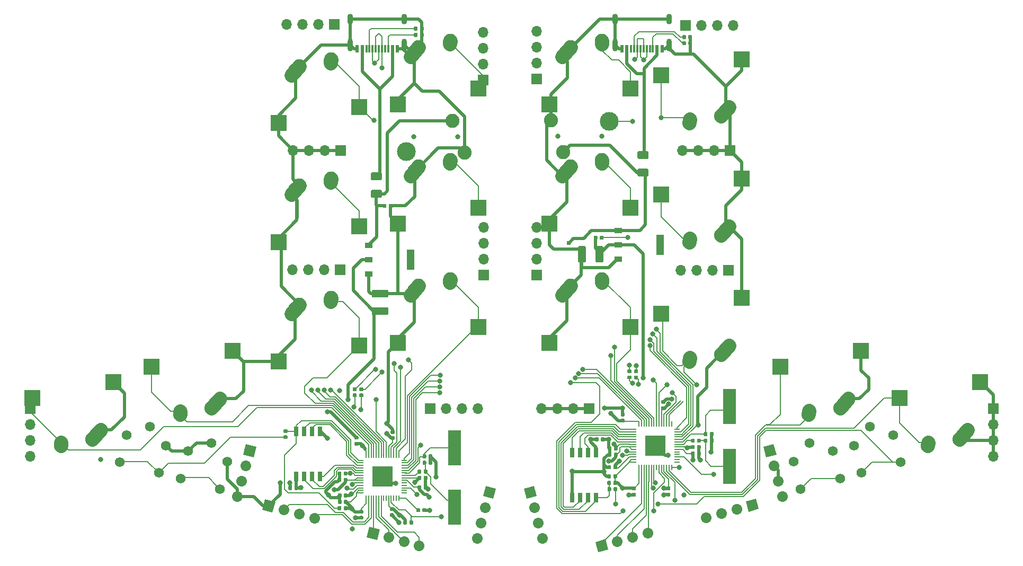
<source format=gbr>
G04 #@! TF.GenerationSoftware,KiCad,Pcbnew,(5.1.4)-1*
G04 #@! TF.CreationDate,2023-06-17T21:44:22-04:00*
G04 #@! TF.ProjectId,ThumbsUp,5468756d-6273-4557-902e-6b696361645f,rev?*
G04 #@! TF.SameCoordinates,Original*
G04 #@! TF.FileFunction,Copper,L2,Bot*
G04 #@! TF.FilePolarity,Positive*
%FSLAX46Y46*%
G04 Gerber Fmt 4.6, Leading zero omitted, Abs format (unit mm)*
G04 Created by KiCad (PCBNEW (5.1.4)-1) date 2023-06-17 21:44:22*
%MOMM*%
%LPD*%
G04 APERTURE LIST*
%ADD10R,2.550000X2.500000*%
%ADD11C,2.250000*%
%ADD12C,2.250000*%
%ADD13R,0.600000X1.160000*%
%ADD14R,0.300000X1.160000*%
%ADD15O,0.900000X1.700000*%
%ADD16O,0.900000X2.000000*%
%ADD17R,1.300000X3.250000*%
%ADD18R,1.300000X0.950000*%
%ADD19C,0.100000*%
%ADD20C,1.250000*%
%ADD21C,1.575000*%
%ADD22C,0.590000*%
%ADD23O,1.700000X1.700000*%
%ADD24R,1.700000X1.700000*%
%ADD25C,1.700000*%
%ADD26C,1.700000*%
%ADD27C,0.800000*%
%ADD28C,3.000000*%
%ADD29R,2.100000X5.600000*%
%ADD30R,0.650000X1.650000*%
%ADD31R,3.200000X3.200000*%
%ADD32R,0.850000X0.200000*%
%ADD33R,0.200000X0.850000*%
%ADD34C,0.200000*%
%ADD35C,0.500000*%
G04 APERTURE END LIST*
D10*
X128167789Y-418952952D03*
X115240789Y-421492952D03*
D11*
X118582789Y-412412952D03*
X117927790Y-413142952D03*
D12*
X117272789Y-413872952D02*
X118582791Y-412412952D01*
D11*
X123622789Y-411332952D03*
X123602789Y-411622952D03*
D12*
X123582789Y-411912952D02*
X123622789Y-411332952D01*
D11*
X161892025Y-405150323D03*
D12*
X161912025Y-404860323D02*
X161872025Y-405440323D01*
D11*
X161872025Y-405440323D03*
X167567024Y-403630323D03*
D12*
X168222025Y-402900323D02*
X166912023Y-404360323D01*
D11*
X166912025Y-404360323D03*
D10*
X170254025Y-395280323D03*
X157327025Y-397820323D03*
D13*
X157475000Y-393560000D03*
X156675000Y-393560000D03*
X157475000Y-393560000D03*
X156675000Y-393560000D03*
X151075000Y-393560000D03*
X151075000Y-393560000D03*
X151875000Y-393560000D03*
X151875000Y-393560000D03*
D14*
X156025000Y-393560000D03*
X155025000Y-393560000D03*
X155525000Y-393560000D03*
X153025000Y-393560000D03*
X152525000Y-393560000D03*
X154525000Y-393560000D03*
X154025000Y-393560000D03*
X153525000Y-393560000D03*
D15*
X158595000Y-388810000D03*
X149955000Y-388810000D03*
D16*
X158595000Y-392980000D03*
X149955000Y-392980000D03*
D17*
X117270000Y-427290000D03*
D18*
X110570000Y-425000000D03*
X110570000Y-427290000D03*
X110570000Y-429580000D03*
D17*
X157200000Y-424925000D03*
D18*
X150500000Y-422635000D03*
X150500000Y-424925000D03*
X150500000Y-427215000D03*
D19*
G36*
X145079504Y-425106204D02*
G01*
X145103773Y-425109804D01*
X145127571Y-425115765D01*
X145150671Y-425124030D01*
X145172849Y-425134520D01*
X145193893Y-425147133D01*
X145213598Y-425161747D01*
X145231777Y-425178223D01*
X145248253Y-425196402D01*
X145262867Y-425216107D01*
X145275480Y-425237151D01*
X145285970Y-425259329D01*
X145294235Y-425282429D01*
X145300196Y-425306227D01*
X145303796Y-425330496D01*
X145305000Y-425355000D01*
X145305000Y-427505000D01*
X145303796Y-427529504D01*
X145300196Y-427553773D01*
X145294235Y-427577571D01*
X145285970Y-427600671D01*
X145275480Y-427622849D01*
X145262867Y-427643893D01*
X145248253Y-427663598D01*
X145231777Y-427681777D01*
X145213598Y-427698253D01*
X145193893Y-427712867D01*
X145172849Y-427725480D01*
X145150671Y-427735970D01*
X145127571Y-427744235D01*
X145103773Y-427750196D01*
X145079504Y-427753796D01*
X145055000Y-427755000D01*
X144305000Y-427755000D01*
X144280496Y-427753796D01*
X144256227Y-427750196D01*
X144232429Y-427744235D01*
X144209329Y-427735970D01*
X144187151Y-427725480D01*
X144166107Y-427712867D01*
X144146402Y-427698253D01*
X144128223Y-427681777D01*
X144111747Y-427663598D01*
X144097133Y-427643893D01*
X144084520Y-427622849D01*
X144074030Y-427600671D01*
X144065765Y-427577571D01*
X144059804Y-427553773D01*
X144056204Y-427529504D01*
X144055000Y-427505000D01*
X144055000Y-425355000D01*
X144056204Y-425330496D01*
X144059804Y-425306227D01*
X144065765Y-425282429D01*
X144074030Y-425259329D01*
X144084520Y-425237151D01*
X144097133Y-425216107D01*
X144111747Y-425196402D01*
X144128223Y-425178223D01*
X144146402Y-425161747D01*
X144166107Y-425147133D01*
X144187151Y-425134520D01*
X144209329Y-425124030D01*
X144232429Y-425115765D01*
X144256227Y-425109804D01*
X144280496Y-425106204D01*
X144305000Y-425105000D01*
X145055000Y-425105000D01*
X145079504Y-425106204D01*
X145079504Y-425106204D01*
G37*
D20*
X144680000Y-426430000D03*
D19*
G36*
X147879504Y-425106204D02*
G01*
X147903773Y-425109804D01*
X147927571Y-425115765D01*
X147950671Y-425124030D01*
X147972849Y-425134520D01*
X147993893Y-425147133D01*
X148013598Y-425161747D01*
X148031777Y-425178223D01*
X148048253Y-425196402D01*
X148062867Y-425216107D01*
X148075480Y-425237151D01*
X148085970Y-425259329D01*
X148094235Y-425282429D01*
X148100196Y-425306227D01*
X148103796Y-425330496D01*
X148105000Y-425355000D01*
X148105000Y-427505000D01*
X148103796Y-427529504D01*
X148100196Y-427553773D01*
X148094235Y-427577571D01*
X148085970Y-427600671D01*
X148075480Y-427622849D01*
X148062867Y-427643893D01*
X148048253Y-427663598D01*
X148031777Y-427681777D01*
X148013598Y-427698253D01*
X147993893Y-427712867D01*
X147972849Y-427725480D01*
X147950671Y-427735970D01*
X147927571Y-427744235D01*
X147903773Y-427750196D01*
X147879504Y-427753796D01*
X147855000Y-427755000D01*
X147105000Y-427755000D01*
X147080496Y-427753796D01*
X147056227Y-427750196D01*
X147032429Y-427744235D01*
X147009329Y-427735970D01*
X146987151Y-427725480D01*
X146966107Y-427712867D01*
X146946402Y-427698253D01*
X146928223Y-427681777D01*
X146911747Y-427663598D01*
X146897133Y-427643893D01*
X146884520Y-427622849D01*
X146874030Y-427600671D01*
X146865765Y-427577571D01*
X146859804Y-427553773D01*
X146856204Y-427529504D01*
X146855000Y-427505000D01*
X146855000Y-425355000D01*
X146856204Y-425330496D01*
X146859804Y-425306227D01*
X146865765Y-425282429D01*
X146874030Y-425259329D01*
X146884520Y-425237151D01*
X146897133Y-425216107D01*
X146911747Y-425196402D01*
X146928223Y-425178223D01*
X146946402Y-425161747D01*
X146966107Y-425147133D01*
X146987151Y-425134520D01*
X147009329Y-425124030D01*
X147032429Y-425115765D01*
X147056227Y-425109804D01*
X147080496Y-425106204D01*
X147105000Y-425105000D01*
X147855000Y-425105000D01*
X147879504Y-425106204D01*
X147879504Y-425106204D01*
G37*
D20*
X147480000Y-426430000D03*
D19*
G36*
X113519504Y-432086204D02*
G01*
X113543773Y-432089804D01*
X113567571Y-432095765D01*
X113590671Y-432104030D01*
X113612849Y-432114520D01*
X113633893Y-432127133D01*
X113653598Y-432141747D01*
X113671777Y-432158223D01*
X113688253Y-432176402D01*
X113702867Y-432196107D01*
X113715480Y-432217151D01*
X113725970Y-432239329D01*
X113734235Y-432262429D01*
X113740196Y-432286227D01*
X113743796Y-432310496D01*
X113745000Y-432335000D01*
X113745000Y-433085000D01*
X113743796Y-433109504D01*
X113740196Y-433133773D01*
X113734235Y-433157571D01*
X113725970Y-433180671D01*
X113715480Y-433202849D01*
X113702867Y-433223893D01*
X113688253Y-433243598D01*
X113671777Y-433261777D01*
X113653598Y-433278253D01*
X113633893Y-433292867D01*
X113612849Y-433305480D01*
X113590671Y-433315970D01*
X113567571Y-433324235D01*
X113543773Y-433330196D01*
X113519504Y-433333796D01*
X113495000Y-433335000D01*
X111345000Y-433335000D01*
X111320496Y-433333796D01*
X111296227Y-433330196D01*
X111272429Y-433324235D01*
X111249329Y-433315970D01*
X111227151Y-433305480D01*
X111206107Y-433292867D01*
X111186402Y-433278253D01*
X111168223Y-433261777D01*
X111151747Y-433243598D01*
X111137133Y-433223893D01*
X111124520Y-433202849D01*
X111114030Y-433180671D01*
X111105765Y-433157571D01*
X111099804Y-433133773D01*
X111096204Y-433109504D01*
X111095000Y-433085000D01*
X111095000Y-432335000D01*
X111096204Y-432310496D01*
X111099804Y-432286227D01*
X111105765Y-432262429D01*
X111114030Y-432239329D01*
X111124520Y-432217151D01*
X111137133Y-432196107D01*
X111151747Y-432176402D01*
X111168223Y-432158223D01*
X111186402Y-432141747D01*
X111206107Y-432127133D01*
X111227151Y-432114520D01*
X111249329Y-432104030D01*
X111272429Y-432095765D01*
X111296227Y-432089804D01*
X111320496Y-432086204D01*
X111345000Y-432085000D01*
X113495000Y-432085000D01*
X113519504Y-432086204D01*
X113519504Y-432086204D01*
G37*
D20*
X112420000Y-432710000D03*
D19*
G36*
X113519504Y-434886204D02*
G01*
X113543773Y-434889804D01*
X113567571Y-434895765D01*
X113590671Y-434904030D01*
X113612849Y-434914520D01*
X113633893Y-434927133D01*
X113653598Y-434941747D01*
X113671777Y-434958223D01*
X113688253Y-434976402D01*
X113702867Y-434996107D01*
X113715480Y-435017151D01*
X113725970Y-435039329D01*
X113734235Y-435062429D01*
X113740196Y-435086227D01*
X113743796Y-435110496D01*
X113745000Y-435135000D01*
X113745000Y-435885000D01*
X113743796Y-435909504D01*
X113740196Y-435933773D01*
X113734235Y-435957571D01*
X113725970Y-435980671D01*
X113715480Y-436002849D01*
X113702867Y-436023893D01*
X113688253Y-436043598D01*
X113671777Y-436061777D01*
X113653598Y-436078253D01*
X113633893Y-436092867D01*
X113612849Y-436105480D01*
X113590671Y-436115970D01*
X113567571Y-436124235D01*
X113543773Y-436130196D01*
X113519504Y-436133796D01*
X113495000Y-436135000D01*
X111345000Y-436135000D01*
X111320496Y-436133796D01*
X111296227Y-436130196D01*
X111272429Y-436124235D01*
X111249329Y-436115970D01*
X111227151Y-436105480D01*
X111206107Y-436092867D01*
X111186402Y-436078253D01*
X111168223Y-436061777D01*
X111151747Y-436043598D01*
X111137133Y-436023893D01*
X111124520Y-436002849D01*
X111114030Y-435980671D01*
X111105765Y-435957571D01*
X111099804Y-435933773D01*
X111096204Y-435909504D01*
X111095000Y-435885000D01*
X111095000Y-435135000D01*
X111096204Y-435110496D01*
X111099804Y-435086227D01*
X111105765Y-435062429D01*
X111114030Y-435039329D01*
X111124520Y-435017151D01*
X111137133Y-434996107D01*
X111151747Y-434976402D01*
X111168223Y-434958223D01*
X111186402Y-434941747D01*
X111206107Y-434927133D01*
X111227151Y-434914520D01*
X111249329Y-434904030D01*
X111272429Y-434895765D01*
X111296227Y-434889804D01*
X111320496Y-434886204D01*
X111345000Y-434885000D01*
X113495000Y-434885000D01*
X113519504Y-434886204D01*
X113519504Y-434886204D01*
G37*
D20*
X112420000Y-435510000D03*
D21*
X181027730Y-456555373D03*
X184751651Y-457881047D03*
X185923921Y-462225674D03*
X178476079Y-459574326D03*
X179648349Y-463918953D03*
X85447277Y-456555373D03*
X87998928Y-459574326D03*
X86826658Y-463918953D03*
X81723356Y-457881047D03*
X80551086Y-462225674D03*
X190727730Y-453955373D03*
X194451651Y-455281047D03*
X195623921Y-459625674D03*
X188176079Y-456974326D03*
X189348349Y-461318953D03*
X75669532Y-453955373D03*
X78221183Y-456974326D03*
X77048913Y-461318953D03*
X71945611Y-455281047D03*
X70773341Y-459625674D03*
D19*
G36*
X118676958Y-466980710D02*
G01*
X118691276Y-466982834D01*
X118705317Y-466986351D01*
X118718946Y-466991228D01*
X118732031Y-466997417D01*
X118744447Y-467004858D01*
X118756073Y-467013481D01*
X118766798Y-467023202D01*
X118776519Y-467033927D01*
X118785142Y-467045553D01*
X118792583Y-467057969D01*
X118798772Y-467071054D01*
X118803649Y-467084683D01*
X118807166Y-467098724D01*
X118809290Y-467113042D01*
X118810000Y-467127500D01*
X118810000Y-467472500D01*
X118809290Y-467486958D01*
X118807166Y-467501276D01*
X118803649Y-467515317D01*
X118798772Y-467528946D01*
X118792583Y-467542031D01*
X118785142Y-467554447D01*
X118776519Y-467566073D01*
X118766798Y-467576798D01*
X118756073Y-467586519D01*
X118744447Y-467595142D01*
X118732031Y-467602583D01*
X118718946Y-467608772D01*
X118705317Y-467613649D01*
X118691276Y-467617166D01*
X118676958Y-467619290D01*
X118662500Y-467620000D01*
X118367500Y-467620000D01*
X118353042Y-467619290D01*
X118338724Y-467617166D01*
X118324683Y-467613649D01*
X118311054Y-467608772D01*
X118297969Y-467602583D01*
X118285553Y-467595142D01*
X118273927Y-467586519D01*
X118263202Y-467576798D01*
X118253481Y-467566073D01*
X118244858Y-467554447D01*
X118237417Y-467542031D01*
X118231228Y-467528946D01*
X118226351Y-467515317D01*
X118222834Y-467501276D01*
X118220710Y-467486958D01*
X118220000Y-467472500D01*
X118220000Y-467127500D01*
X118220710Y-467113042D01*
X118222834Y-467098724D01*
X118226351Y-467084683D01*
X118231228Y-467071054D01*
X118237417Y-467057969D01*
X118244858Y-467045553D01*
X118253481Y-467033927D01*
X118263202Y-467023202D01*
X118273927Y-467013481D01*
X118285553Y-467004858D01*
X118297969Y-466997417D01*
X118311054Y-466991228D01*
X118324683Y-466986351D01*
X118338724Y-466982834D01*
X118353042Y-466980710D01*
X118367500Y-466980000D01*
X118662500Y-466980000D01*
X118676958Y-466980710D01*
X118676958Y-466980710D01*
G37*
D22*
X118515000Y-467300000D03*
D19*
G36*
X119646958Y-466980710D02*
G01*
X119661276Y-466982834D01*
X119675317Y-466986351D01*
X119688946Y-466991228D01*
X119702031Y-466997417D01*
X119714447Y-467004858D01*
X119726073Y-467013481D01*
X119736798Y-467023202D01*
X119746519Y-467033927D01*
X119755142Y-467045553D01*
X119762583Y-467057969D01*
X119768772Y-467071054D01*
X119773649Y-467084683D01*
X119777166Y-467098724D01*
X119779290Y-467113042D01*
X119780000Y-467127500D01*
X119780000Y-467472500D01*
X119779290Y-467486958D01*
X119777166Y-467501276D01*
X119773649Y-467515317D01*
X119768772Y-467528946D01*
X119762583Y-467542031D01*
X119755142Y-467554447D01*
X119746519Y-467566073D01*
X119736798Y-467576798D01*
X119726073Y-467586519D01*
X119714447Y-467595142D01*
X119702031Y-467602583D01*
X119688946Y-467608772D01*
X119675317Y-467613649D01*
X119661276Y-467617166D01*
X119646958Y-467619290D01*
X119632500Y-467620000D01*
X119337500Y-467620000D01*
X119323042Y-467619290D01*
X119308724Y-467617166D01*
X119294683Y-467613649D01*
X119281054Y-467608772D01*
X119267969Y-467602583D01*
X119255553Y-467595142D01*
X119243927Y-467586519D01*
X119233202Y-467576798D01*
X119223481Y-467566073D01*
X119214858Y-467554447D01*
X119207417Y-467542031D01*
X119201228Y-467528946D01*
X119196351Y-467515317D01*
X119192834Y-467501276D01*
X119190710Y-467486958D01*
X119190000Y-467472500D01*
X119190000Y-467127500D01*
X119190710Y-467113042D01*
X119192834Y-467098724D01*
X119196351Y-467084683D01*
X119201228Y-467071054D01*
X119207417Y-467057969D01*
X119214858Y-467045553D01*
X119223481Y-467033927D01*
X119233202Y-467023202D01*
X119243927Y-467013481D01*
X119255553Y-467004858D01*
X119267969Y-466997417D01*
X119281054Y-466991228D01*
X119294683Y-466986351D01*
X119308724Y-466982834D01*
X119323042Y-466980710D01*
X119337500Y-466980000D01*
X119632500Y-466980000D01*
X119646958Y-466980710D01*
X119646958Y-466980710D01*
G37*
D22*
X119485000Y-467300000D03*
D23*
X168830000Y-389860000D03*
X166290000Y-389860000D03*
X163750000Y-389860000D03*
D24*
X161210000Y-389860000D03*
D23*
X97510000Y-389720000D03*
X100050000Y-389720000D03*
X102590000Y-389720000D03*
D24*
X105130000Y-389720000D03*
D10*
X109117789Y-421952952D03*
X96190789Y-424492952D03*
D11*
X99532789Y-415412952D03*
X98877790Y-416142952D03*
D12*
X98222789Y-416872952D02*
X99532791Y-415412952D01*
D11*
X104572789Y-414332952D03*
X104552789Y-414622952D03*
D12*
X104532789Y-414912952D02*
X104572789Y-414332952D01*
D10*
X195427025Y-449420322D03*
X208354025Y-446880322D03*
D11*
X205012025Y-455960322D03*
X205667024Y-455230322D03*
D12*
X206322025Y-454500322D02*
X205012023Y-455960322D01*
D11*
X199972025Y-457040322D03*
X199992025Y-456750322D03*
D12*
X200012025Y-456460322D02*
X199972025Y-457040322D01*
D10*
X176377025Y-444420323D03*
X189304025Y-441880323D03*
D11*
X185962025Y-450960323D03*
X186617024Y-450230323D03*
D12*
X187272025Y-449500323D02*
X185962023Y-450960323D01*
D11*
X180922025Y-452040323D03*
X180942025Y-451750323D03*
D12*
X180962025Y-451460323D02*
X180922025Y-452040323D01*
D10*
X157327025Y-435920322D03*
X170254025Y-433380322D03*
D11*
X166912025Y-442460322D03*
X167567024Y-441730322D03*
D12*
X168222025Y-441000322D02*
X166912023Y-442460322D01*
D11*
X161872025Y-443540322D03*
X161892025Y-443250322D03*
D12*
X161912025Y-442960322D02*
X161872025Y-443540322D01*
D10*
X157327025Y-416870322D03*
X170254025Y-414330322D03*
D11*
X166912025Y-423410322D03*
X167567024Y-422680322D03*
D12*
X168222025Y-421950322D02*
X166912023Y-423410322D01*
D11*
X161872025Y-424490322D03*
X161892025Y-424200322D03*
D12*
X161912025Y-423910322D02*
X161872025Y-424490322D01*
D10*
X152447025Y-438000322D03*
X139520025Y-440540322D03*
D11*
X142862025Y-431460322D03*
X142207026Y-432190322D03*
D12*
X141552025Y-432920322D02*
X142862027Y-431460322D01*
D11*
X147902025Y-430380322D03*
X147882025Y-430670322D03*
D12*
X147862025Y-430960322D02*
X147902025Y-430380322D01*
D10*
X152447025Y-418950323D03*
X139520025Y-421490323D03*
D11*
X142862025Y-412410323D03*
X142207026Y-413140323D03*
D12*
X141552025Y-413870323D02*
X142862027Y-412410323D01*
D11*
X147902025Y-411330323D03*
X147882025Y-411620323D03*
D12*
X147862025Y-411910323D02*
X147902025Y-411330323D01*
D11*
X147882026Y-392570322D03*
D12*
X147862026Y-392860322D02*
X147902026Y-392280322D01*
D11*
X147902026Y-392280322D03*
X142207027Y-394090322D03*
D12*
X141552026Y-394820322D02*
X142862028Y-393360322D01*
D11*
X142862026Y-393360322D03*
D10*
X139520026Y-402440322D03*
X152447026Y-399900322D03*
X128167789Y-438002952D03*
X115240789Y-440542952D03*
D11*
X118582789Y-431462952D03*
X117927790Y-432192952D03*
D12*
X117272789Y-432922952D02*
X118582791Y-431462952D01*
D11*
X123622789Y-430382952D03*
X123602789Y-430672952D03*
D12*
X123582789Y-430962952D02*
X123622789Y-430382952D01*
D11*
X123602790Y-392572952D03*
D12*
X123582790Y-392862952D02*
X123622790Y-392282952D01*
D11*
X123622790Y-392282952D03*
X117927791Y-394092952D03*
D12*
X117272790Y-394822952D02*
X118582792Y-393362952D01*
D11*
X118582790Y-393362952D03*
D10*
X115240790Y-402442952D03*
X128167790Y-399902952D03*
X109117790Y-441002952D03*
X96190790Y-443542952D03*
D11*
X99532790Y-434462952D03*
X98877791Y-435192952D03*
D12*
X98222790Y-435922952D02*
X99532792Y-434462952D01*
D11*
X104572790Y-433382952D03*
X104552790Y-433672952D03*
D12*
X104532790Y-433962952D02*
X104572790Y-433382952D01*
D11*
X104552790Y-395572952D03*
D12*
X104532790Y-395862952D02*
X104572790Y-395282952D01*
D11*
X104572790Y-395282952D03*
X98877791Y-397092952D03*
D12*
X98222790Y-397822952D02*
X99532792Y-396362952D01*
D11*
X99532790Y-396362952D03*
D10*
X96190790Y-405442952D03*
X109117790Y-402902952D03*
X75897789Y-444422953D03*
X88824789Y-441882953D03*
D11*
X85482789Y-450962953D03*
X86137788Y-450232953D03*
D12*
X86792789Y-449502953D02*
X85482787Y-450962953D01*
D11*
X80442789Y-452042953D03*
X80462789Y-451752953D03*
D12*
X80482789Y-451462953D02*
X80442789Y-452042953D01*
D10*
X56847789Y-449422952D03*
X69774789Y-446882952D03*
D11*
X66432789Y-455962952D03*
X67087788Y-455232952D03*
D12*
X67742789Y-454502952D02*
X66432787Y-455962952D01*
D11*
X61392789Y-457042952D03*
X61412789Y-456752952D03*
D12*
X61432789Y-456462952D02*
X61392789Y-457042952D01*
D19*
G36*
X147016958Y-423470710D02*
G01*
X147031276Y-423472834D01*
X147045317Y-423476351D01*
X147058946Y-423481228D01*
X147072031Y-423487417D01*
X147084447Y-423494858D01*
X147096073Y-423503481D01*
X147106798Y-423513202D01*
X147116519Y-423523927D01*
X147125142Y-423535553D01*
X147132583Y-423547969D01*
X147138772Y-423561054D01*
X147143649Y-423574683D01*
X147147166Y-423588724D01*
X147149290Y-423603042D01*
X147150000Y-423617500D01*
X147150000Y-423962500D01*
X147149290Y-423976958D01*
X147147166Y-423991276D01*
X147143649Y-424005317D01*
X147138772Y-424018946D01*
X147132583Y-424032031D01*
X147125142Y-424044447D01*
X147116519Y-424056073D01*
X147106798Y-424066798D01*
X147096073Y-424076519D01*
X147084447Y-424085142D01*
X147072031Y-424092583D01*
X147058946Y-424098772D01*
X147045317Y-424103649D01*
X147031276Y-424107166D01*
X147016958Y-424109290D01*
X147002500Y-424110000D01*
X146707500Y-424110000D01*
X146693042Y-424109290D01*
X146678724Y-424107166D01*
X146664683Y-424103649D01*
X146651054Y-424098772D01*
X146637969Y-424092583D01*
X146625553Y-424085142D01*
X146613927Y-424076519D01*
X146603202Y-424066798D01*
X146593481Y-424056073D01*
X146584858Y-424044447D01*
X146577417Y-424032031D01*
X146571228Y-424018946D01*
X146566351Y-424005317D01*
X146562834Y-423991276D01*
X146560710Y-423976958D01*
X146560000Y-423962500D01*
X146560000Y-423617500D01*
X146560710Y-423603042D01*
X146562834Y-423588724D01*
X146566351Y-423574683D01*
X146571228Y-423561054D01*
X146577417Y-423547969D01*
X146584858Y-423535553D01*
X146593481Y-423523927D01*
X146603202Y-423513202D01*
X146613927Y-423503481D01*
X146625553Y-423494858D01*
X146637969Y-423487417D01*
X146651054Y-423481228D01*
X146664683Y-423476351D01*
X146678724Y-423472834D01*
X146693042Y-423470710D01*
X146707500Y-423470000D01*
X147002500Y-423470000D01*
X147016958Y-423470710D01*
X147016958Y-423470710D01*
G37*
D22*
X146855000Y-423790000D03*
D19*
G36*
X147986958Y-423470710D02*
G01*
X148001276Y-423472834D01*
X148015317Y-423476351D01*
X148028946Y-423481228D01*
X148042031Y-423487417D01*
X148054447Y-423494858D01*
X148066073Y-423503481D01*
X148076798Y-423513202D01*
X148086519Y-423523927D01*
X148095142Y-423535553D01*
X148102583Y-423547969D01*
X148108772Y-423561054D01*
X148113649Y-423574683D01*
X148117166Y-423588724D01*
X148119290Y-423603042D01*
X148120000Y-423617500D01*
X148120000Y-423962500D01*
X148119290Y-423976958D01*
X148117166Y-423991276D01*
X148113649Y-424005317D01*
X148108772Y-424018946D01*
X148102583Y-424032031D01*
X148095142Y-424044447D01*
X148086519Y-424056073D01*
X148076798Y-424066798D01*
X148066073Y-424076519D01*
X148054447Y-424085142D01*
X148042031Y-424092583D01*
X148028946Y-424098772D01*
X148015317Y-424103649D01*
X148001276Y-424107166D01*
X147986958Y-424109290D01*
X147972500Y-424110000D01*
X147677500Y-424110000D01*
X147663042Y-424109290D01*
X147648724Y-424107166D01*
X147634683Y-424103649D01*
X147621054Y-424098772D01*
X147607969Y-424092583D01*
X147595553Y-424085142D01*
X147583927Y-424076519D01*
X147573202Y-424066798D01*
X147563481Y-424056073D01*
X147554858Y-424044447D01*
X147547417Y-424032031D01*
X147541228Y-424018946D01*
X147536351Y-424005317D01*
X147532834Y-423991276D01*
X147530710Y-423976958D01*
X147530000Y-423962500D01*
X147530000Y-423617500D01*
X147530710Y-423603042D01*
X147532834Y-423588724D01*
X147536351Y-423574683D01*
X147541228Y-423561054D01*
X147547417Y-423547969D01*
X147554858Y-423535553D01*
X147563481Y-423523927D01*
X147573202Y-423513202D01*
X147583927Y-423503481D01*
X147595553Y-423494858D01*
X147607969Y-423487417D01*
X147621054Y-423481228D01*
X147634683Y-423476351D01*
X147648724Y-423472834D01*
X147663042Y-423470710D01*
X147677500Y-423470000D01*
X147972500Y-423470000D01*
X147986958Y-423470710D01*
X147986958Y-423470710D01*
G37*
D22*
X147825000Y-423790000D03*
D19*
G36*
X117556958Y-468955710D02*
G01*
X117571276Y-468957834D01*
X117585317Y-468961351D01*
X117598946Y-468966228D01*
X117612031Y-468972417D01*
X117624447Y-468979858D01*
X117636073Y-468988481D01*
X117646798Y-468998202D01*
X117656519Y-469008927D01*
X117665142Y-469020553D01*
X117672583Y-469032969D01*
X117678772Y-469046054D01*
X117683649Y-469059683D01*
X117687166Y-469073724D01*
X117689290Y-469088042D01*
X117690000Y-469102500D01*
X117690000Y-469447500D01*
X117689290Y-469461958D01*
X117687166Y-469476276D01*
X117683649Y-469490317D01*
X117678772Y-469503946D01*
X117672583Y-469517031D01*
X117665142Y-469529447D01*
X117656519Y-469541073D01*
X117646798Y-469551798D01*
X117636073Y-469561519D01*
X117624447Y-469570142D01*
X117612031Y-469577583D01*
X117598946Y-469583772D01*
X117585317Y-469588649D01*
X117571276Y-469592166D01*
X117556958Y-469594290D01*
X117542500Y-469595000D01*
X117247500Y-469595000D01*
X117233042Y-469594290D01*
X117218724Y-469592166D01*
X117204683Y-469588649D01*
X117191054Y-469583772D01*
X117177969Y-469577583D01*
X117165553Y-469570142D01*
X117153927Y-469561519D01*
X117143202Y-469551798D01*
X117133481Y-469541073D01*
X117124858Y-469529447D01*
X117117417Y-469517031D01*
X117111228Y-469503946D01*
X117106351Y-469490317D01*
X117102834Y-469476276D01*
X117100710Y-469461958D01*
X117100000Y-469447500D01*
X117100000Y-469102500D01*
X117100710Y-469088042D01*
X117102834Y-469073724D01*
X117106351Y-469059683D01*
X117111228Y-469046054D01*
X117117417Y-469032969D01*
X117124858Y-469020553D01*
X117133481Y-469008927D01*
X117143202Y-468998202D01*
X117153927Y-468988481D01*
X117165553Y-468979858D01*
X117177969Y-468972417D01*
X117191054Y-468966228D01*
X117204683Y-468961351D01*
X117218724Y-468957834D01*
X117233042Y-468955710D01*
X117247500Y-468955000D01*
X117542500Y-468955000D01*
X117556958Y-468955710D01*
X117556958Y-468955710D01*
G37*
D22*
X117395000Y-469275000D03*
D19*
G36*
X116586958Y-468955710D02*
G01*
X116601276Y-468957834D01*
X116615317Y-468961351D01*
X116628946Y-468966228D01*
X116642031Y-468972417D01*
X116654447Y-468979858D01*
X116666073Y-468988481D01*
X116676798Y-468998202D01*
X116686519Y-469008927D01*
X116695142Y-469020553D01*
X116702583Y-469032969D01*
X116708772Y-469046054D01*
X116713649Y-469059683D01*
X116717166Y-469073724D01*
X116719290Y-469088042D01*
X116720000Y-469102500D01*
X116720000Y-469447500D01*
X116719290Y-469461958D01*
X116717166Y-469476276D01*
X116713649Y-469490317D01*
X116708772Y-469503946D01*
X116702583Y-469517031D01*
X116695142Y-469529447D01*
X116686519Y-469541073D01*
X116676798Y-469551798D01*
X116666073Y-469561519D01*
X116654447Y-469570142D01*
X116642031Y-469577583D01*
X116628946Y-469583772D01*
X116615317Y-469588649D01*
X116601276Y-469592166D01*
X116586958Y-469594290D01*
X116572500Y-469595000D01*
X116277500Y-469595000D01*
X116263042Y-469594290D01*
X116248724Y-469592166D01*
X116234683Y-469588649D01*
X116221054Y-469583772D01*
X116207969Y-469577583D01*
X116195553Y-469570142D01*
X116183927Y-469561519D01*
X116173202Y-469551798D01*
X116163481Y-469541073D01*
X116154858Y-469529447D01*
X116147417Y-469517031D01*
X116141228Y-469503946D01*
X116136351Y-469490317D01*
X116132834Y-469476276D01*
X116130710Y-469461958D01*
X116130000Y-469447500D01*
X116130000Y-469102500D01*
X116130710Y-469088042D01*
X116132834Y-469073724D01*
X116136351Y-469059683D01*
X116141228Y-469046054D01*
X116147417Y-469032969D01*
X116154858Y-469020553D01*
X116163481Y-469008927D01*
X116173202Y-468998202D01*
X116183927Y-468988481D01*
X116195553Y-468979858D01*
X116207969Y-468972417D01*
X116221054Y-468966228D01*
X116234683Y-468961351D01*
X116248724Y-468957834D01*
X116263042Y-468955710D01*
X116277500Y-468955000D01*
X116572500Y-468955000D01*
X116586958Y-468955710D01*
X116586958Y-468955710D01*
G37*
D22*
X116425000Y-469275000D03*
D19*
G36*
X109612958Y-447697710D02*
G01*
X109627276Y-447699834D01*
X109641317Y-447703351D01*
X109654946Y-447708228D01*
X109668031Y-447714417D01*
X109680447Y-447721858D01*
X109692073Y-447730481D01*
X109702798Y-447740202D01*
X109712519Y-447750927D01*
X109721142Y-447762553D01*
X109728583Y-447774969D01*
X109734772Y-447788054D01*
X109739649Y-447801683D01*
X109743166Y-447815724D01*
X109745290Y-447830042D01*
X109746000Y-447844500D01*
X109746000Y-448139500D01*
X109745290Y-448153958D01*
X109743166Y-448168276D01*
X109739649Y-448182317D01*
X109734772Y-448195946D01*
X109728583Y-448209031D01*
X109721142Y-448221447D01*
X109712519Y-448233073D01*
X109702798Y-448243798D01*
X109692073Y-448253519D01*
X109680447Y-448262142D01*
X109668031Y-448269583D01*
X109654946Y-448275772D01*
X109641317Y-448280649D01*
X109627276Y-448284166D01*
X109612958Y-448286290D01*
X109598500Y-448287000D01*
X109253500Y-448287000D01*
X109239042Y-448286290D01*
X109224724Y-448284166D01*
X109210683Y-448280649D01*
X109197054Y-448275772D01*
X109183969Y-448269583D01*
X109171553Y-448262142D01*
X109159927Y-448253519D01*
X109149202Y-448243798D01*
X109139481Y-448233073D01*
X109130858Y-448221447D01*
X109123417Y-448209031D01*
X109117228Y-448195946D01*
X109112351Y-448182317D01*
X109108834Y-448168276D01*
X109106710Y-448153958D01*
X109106000Y-448139500D01*
X109106000Y-447844500D01*
X109106710Y-447830042D01*
X109108834Y-447815724D01*
X109112351Y-447801683D01*
X109117228Y-447788054D01*
X109123417Y-447774969D01*
X109130858Y-447762553D01*
X109139481Y-447750927D01*
X109149202Y-447740202D01*
X109159927Y-447730481D01*
X109171553Y-447721858D01*
X109183969Y-447714417D01*
X109197054Y-447708228D01*
X109210683Y-447703351D01*
X109224724Y-447699834D01*
X109239042Y-447697710D01*
X109253500Y-447697000D01*
X109598500Y-447697000D01*
X109612958Y-447697710D01*
X109612958Y-447697710D01*
G37*
D22*
X109426000Y-447992000D03*
D19*
G36*
X109612958Y-448667710D02*
G01*
X109627276Y-448669834D01*
X109641317Y-448673351D01*
X109654946Y-448678228D01*
X109668031Y-448684417D01*
X109680447Y-448691858D01*
X109692073Y-448700481D01*
X109702798Y-448710202D01*
X109712519Y-448720927D01*
X109721142Y-448732553D01*
X109728583Y-448744969D01*
X109734772Y-448758054D01*
X109739649Y-448771683D01*
X109743166Y-448785724D01*
X109745290Y-448800042D01*
X109746000Y-448814500D01*
X109746000Y-449109500D01*
X109745290Y-449123958D01*
X109743166Y-449138276D01*
X109739649Y-449152317D01*
X109734772Y-449165946D01*
X109728583Y-449179031D01*
X109721142Y-449191447D01*
X109712519Y-449203073D01*
X109702798Y-449213798D01*
X109692073Y-449223519D01*
X109680447Y-449232142D01*
X109668031Y-449239583D01*
X109654946Y-449245772D01*
X109641317Y-449250649D01*
X109627276Y-449254166D01*
X109612958Y-449256290D01*
X109598500Y-449257000D01*
X109253500Y-449257000D01*
X109239042Y-449256290D01*
X109224724Y-449254166D01*
X109210683Y-449250649D01*
X109197054Y-449245772D01*
X109183969Y-449239583D01*
X109171553Y-449232142D01*
X109159927Y-449223519D01*
X109149202Y-449213798D01*
X109139481Y-449203073D01*
X109130858Y-449191447D01*
X109123417Y-449179031D01*
X109117228Y-449165946D01*
X109112351Y-449152317D01*
X109108834Y-449138276D01*
X109106710Y-449123958D01*
X109106000Y-449109500D01*
X109106000Y-448814500D01*
X109106710Y-448800042D01*
X109108834Y-448785724D01*
X109112351Y-448771683D01*
X109117228Y-448758054D01*
X109123417Y-448744969D01*
X109130858Y-448732553D01*
X109139481Y-448720927D01*
X109149202Y-448710202D01*
X109159927Y-448700481D01*
X109171553Y-448691858D01*
X109183969Y-448684417D01*
X109197054Y-448678228D01*
X109210683Y-448673351D01*
X109224724Y-448669834D01*
X109239042Y-448667710D01*
X109253500Y-448667000D01*
X109598500Y-448667000D01*
X109612958Y-448667710D01*
X109612958Y-448667710D01*
G37*
D22*
X109426000Y-448962000D03*
D19*
G36*
X108562958Y-447697710D02*
G01*
X108577276Y-447699834D01*
X108591317Y-447703351D01*
X108604946Y-447708228D01*
X108618031Y-447714417D01*
X108630447Y-447721858D01*
X108642073Y-447730481D01*
X108652798Y-447740202D01*
X108662519Y-447750927D01*
X108671142Y-447762553D01*
X108678583Y-447774969D01*
X108684772Y-447788054D01*
X108689649Y-447801683D01*
X108693166Y-447815724D01*
X108695290Y-447830042D01*
X108696000Y-447844500D01*
X108696000Y-448139500D01*
X108695290Y-448153958D01*
X108693166Y-448168276D01*
X108689649Y-448182317D01*
X108684772Y-448195946D01*
X108678583Y-448209031D01*
X108671142Y-448221447D01*
X108662519Y-448233073D01*
X108652798Y-448243798D01*
X108642073Y-448253519D01*
X108630447Y-448262142D01*
X108618031Y-448269583D01*
X108604946Y-448275772D01*
X108591317Y-448280649D01*
X108577276Y-448284166D01*
X108562958Y-448286290D01*
X108548500Y-448287000D01*
X108203500Y-448287000D01*
X108189042Y-448286290D01*
X108174724Y-448284166D01*
X108160683Y-448280649D01*
X108147054Y-448275772D01*
X108133969Y-448269583D01*
X108121553Y-448262142D01*
X108109927Y-448253519D01*
X108099202Y-448243798D01*
X108089481Y-448233073D01*
X108080858Y-448221447D01*
X108073417Y-448209031D01*
X108067228Y-448195946D01*
X108062351Y-448182317D01*
X108058834Y-448168276D01*
X108056710Y-448153958D01*
X108056000Y-448139500D01*
X108056000Y-447844500D01*
X108056710Y-447830042D01*
X108058834Y-447815724D01*
X108062351Y-447801683D01*
X108067228Y-447788054D01*
X108073417Y-447774969D01*
X108080858Y-447762553D01*
X108089481Y-447750927D01*
X108099202Y-447740202D01*
X108109927Y-447730481D01*
X108121553Y-447721858D01*
X108133969Y-447714417D01*
X108147054Y-447708228D01*
X108160683Y-447703351D01*
X108174724Y-447699834D01*
X108189042Y-447697710D01*
X108203500Y-447697000D01*
X108548500Y-447697000D01*
X108562958Y-447697710D01*
X108562958Y-447697710D01*
G37*
D22*
X108376000Y-447992000D03*
D19*
G36*
X108562958Y-448667710D02*
G01*
X108577276Y-448669834D01*
X108591317Y-448673351D01*
X108604946Y-448678228D01*
X108618031Y-448684417D01*
X108630447Y-448691858D01*
X108642073Y-448700481D01*
X108652798Y-448710202D01*
X108662519Y-448720927D01*
X108671142Y-448732553D01*
X108678583Y-448744969D01*
X108684772Y-448758054D01*
X108689649Y-448771683D01*
X108693166Y-448785724D01*
X108695290Y-448800042D01*
X108696000Y-448814500D01*
X108696000Y-449109500D01*
X108695290Y-449123958D01*
X108693166Y-449138276D01*
X108689649Y-449152317D01*
X108684772Y-449165946D01*
X108678583Y-449179031D01*
X108671142Y-449191447D01*
X108662519Y-449203073D01*
X108652798Y-449213798D01*
X108642073Y-449223519D01*
X108630447Y-449232142D01*
X108618031Y-449239583D01*
X108604946Y-449245772D01*
X108591317Y-449250649D01*
X108577276Y-449254166D01*
X108562958Y-449256290D01*
X108548500Y-449257000D01*
X108203500Y-449257000D01*
X108189042Y-449256290D01*
X108174724Y-449254166D01*
X108160683Y-449250649D01*
X108147054Y-449245772D01*
X108133969Y-449239583D01*
X108121553Y-449232142D01*
X108109927Y-449223519D01*
X108099202Y-449213798D01*
X108089481Y-449203073D01*
X108080858Y-449191447D01*
X108073417Y-449179031D01*
X108067228Y-449165946D01*
X108062351Y-449152317D01*
X108058834Y-449138276D01*
X108056710Y-449123958D01*
X108056000Y-449109500D01*
X108056000Y-448814500D01*
X108056710Y-448800042D01*
X108058834Y-448785724D01*
X108062351Y-448771683D01*
X108067228Y-448758054D01*
X108073417Y-448744969D01*
X108080858Y-448732553D01*
X108089481Y-448720927D01*
X108099202Y-448710202D01*
X108109927Y-448700481D01*
X108121553Y-448691858D01*
X108133969Y-448684417D01*
X108147054Y-448678228D01*
X108160683Y-448673351D01*
X108174724Y-448669834D01*
X108189042Y-448667710D01*
X108203500Y-448667000D01*
X108548500Y-448667000D01*
X108562958Y-448667710D01*
X108562958Y-448667710D01*
G37*
D22*
X108376000Y-448962000D03*
D19*
G36*
X118286958Y-391055710D02*
G01*
X118301276Y-391057834D01*
X118315317Y-391061351D01*
X118328946Y-391066228D01*
X118342031Y-391072417D01*
X118354447Y-391079858D01*
X118366073Y-391088481D01*
X118376798Y-391098202D01*
X118386519Y-391108927D01*
X118395142Y-391120553D01*
X118402583Y-391132969D01*
X118408772Y-391146054D01*
X118413649Y-391159683D01*
X118417166Y-391173724D01*
X118419290Y-391188042D01*
X118420000Y-391202500D01*
X118420000Y-391547500D01*
X118419290Y-391561958D01*
X118417166Y-391576276D01*
X118413649Y-391590317D01*
X118408772Y-391603946D01*
X118402583Y-391617031D01*
X118395142Y-391629447D01*
X118386519Y-391641073D01*
X118376798Y-391651798D01*
X118366073Y-391661519D01*
X118354447Y-391670142D01*
X118342031Y-391677583D01*
X118328946Y-391683772D01*
X118315317Y-391688649D01*
X118301276Y-391692166D01*
X118286958Y-391694290D01*
X118272500Y-391695000D01*
X117977500Y-391695000D01*
X117963042Y-391694290D01*
X117948724Y-391692166D01*
X117934683Y-391688649D01*
X117921054Y-391683772D01*
X117907969Y-391677583D01*
X117895553Y-391670142D01*
X117883927Y-391661519D01*
X117873202Y-391651798D01*
X117863481Y-391641073D01*
X117854858Y-391629447D01*
X117847417Y-391617031D01*
X117841228Y-391603946D01*
X117836351Y-391590317D01*
X117832834Y-391576276D01*
X117830710Y-391561958D01*
X117830000Y-391547500D01*
X117830000Y-391202500D01*
X117830710Y-391188042D01*
X117832834Y-391173724D01*
X117836351Y-391159683D01*
X117841228Y-391146054D01*
X117847417Y-391132969D01*
X117854858Y-391120553D01*
X117863481Y-391108927D01*
X117873202Y-391098202D01*
X117883927Y-391088481D01*
X117895553Y-391079858D01*
X117907969Y-391072417D01*
X117921054Y-391066228D01*
X117934683Y-391061351D01*
X117948724Y-391057834D01*
X117963042Y-391055710D01*
X117977500Y-391055000D01*
X118272500Y-391055000D01*
X118286958Y-391055710D01*
X118286958Y-391055710D01*
G37*
D22*
X118125000Y-391375000D03*
D19*
G36*
X119256958Y-391055710D02*
G01*
X119271276Y-391057834D01*
X119285317Y-391061351D01*
X119298946Y-391066228D01*
X119312031Y-391072417D01*
X119324447Y-391079858D01*
X119336073Y-391088481D01*
X119346798Y-391098202D01*
X119356519Y-391108927D01*
X119365142Y-391120553D01*
X119372583Y-391132969D01*
X119378772Y-391146054D01*
X119383649Y-391159683D01*
X119387166Y-391173724D01*
X119389290Y-391188042D01*
X119390000Y-391202500D01*
X119390000Y-391547500D01*
X119389290Y-391561958D01*
X119387166Y-391576276D01*
X119383649Y-391590317D01*
X119378772Y-391603946D01*
X119372583Y-391617031D01*
X119365142Y-391629447D01*
X119356519Y-391641073D01*
X119346798Y-391651798D01*
X119336073Y-391661519D01*
X119324447Y-391670142D01*
X119312031Y-391677583D01*
X119298946Y-391683772D01*
X119285317Y-391688649D01*
X119271276Y-391692166D01*
X119256958Y-391694290D01*
X119242500Y-391695000D01*
X118947500Y-391695000D01*
X118933042Y-391694290D01*
X118918724Y-391692166D01*
X118904683Y-391688649D01*
X118891054Y-391683772D01*
X118877969Y-391677583D01*
X118865553Y-391670142D01*
X118853927Y-391661519D01*
X118843202Y-391651798D01*
X118833481Y-391641073D01*
X118824858Y-391629447D01*
X118817417Y-391617031D01*
X118811228Y-391603946D01*
X118806351Y-391590317D01*
X118802834Y-391576276D01*
X118800710Y-391561958D01*
X118800000Y-391547500D01*
X118800000Y-391202500D01*
X118800710Y-391188042D01*
X118802834Y-391173724D01*
X118806351Y-391159683D01*
X118811228Y-391146054D01*
X118817417Y-391132969D01*
X118824858Y-391120553D01*
X118833481Y-391108927D01*
X118843202Y-391098202D01*
X118853927Y-391088481D01*
X118865553Y-391079858D01*
X118877969Y-391072417D01*
X118891054Y-391066228D01*
X118904683Y-391061351D01*
X118918724Y-391057834D01*
X118933042Y-391055710D01*
X118947500Y-391055000D01*
X119242500Y-391055000D01*
X119256958Y-391055710D01*
X119256958Y-391055710D01*
G37*
D22*
X119095000Y-391375000D03*
D19*
G36*
X119256958Y-390055710D02*
G01*
X119271276Y-390057834D01*
X119285317Y-390061351D01*
X119298946Y-390066228D01*
X119312031Y-390072417D01*
X119324447Y-390079858D01*
X119336073Y-390088481D01*
X119346798Y-390098202D01*
X119356519Y-390108927D01*
X119365142Y-390120553D01*
X119372583Y-390132969D01*
X119378772Y-390146054D01*
X119383649Y-390159683D01*
X119387166Y-390173724D01*
X119389290Y-390188042D01*
X119390000Y-390202500D01*
X119390000Y-390547500D01*
X119389290Y-390561958D01*
X119387166Y-390576276D01*
X119383649Y-390590317D01*
X119378772Y-390603946D01*
X119372583Y-390617031D01*
X119365142Y-390629447D01*
X119356519Y-390641073D01*
X119346798Y-390651798D01*
X119336073Y-390661519D01*
X119324447Y-390670142D01*
X119312031Y-390677583D01*
X119298946Y-390683772D01*
X119285317Y-390688649D01*
X119271276Y-390692166D01*
X119256958Y-390694290D01*
X119242500Y-390695000D01*
X118947500Y-390695000D01*
X118933042Y-390694290D01*
X118918724Y-390692166D01*
X118904683Y-390688649D01*
X118891054Y-390683772D01*
X118877969Y-390677583D01*
X118865553Y-390670142D01*
X118853927Y-390661519D01*
X118843202Y-390651798D01*
X118833481Y-390641073D01*
X118824858Y-390629447D01*
X118817417Y-390617031D01*
X118811228Y-390603946D01*
X118806351Y-390590317D01*
X118802834Y-390576276D01*
X118800710Y-390561958D01*
X118800000Y-390547500D01*
X118800000Y-390202500D01*
X118800710Y-390188042D01*
X118802834Y-390173724D01*
X118806351Y-390159683D01*
X118811228Y-390146054D01*
X118817417Y-390132969D01*
X118824858Y-390120553D01*
X118833481Y-390108927D01*
X118843202Y-390098202D01*
X118853927Y-390088481D01*
X118865553Y-390079858D01*
X118877969Y-390072417D01*
X118891054Y-390066228D01*
X118904683Y-390061351D01*
X118918724Y-390057834D01*
X118933042Y-390055710D01*
X118947500Y-390055000D01*
X119242500Y-390055000D01*
X119256958Y-390055710D01*
X119256958Y-390055710D01*
G37*
D22*
X119095000Y-390375000D03*
D19*
G36*
X118286958Y-390055710D02*
G01*
X118301276Y-390057834D01*
X118315317Y-390061351D01*
X118328946Y-390066228D01*
X118342031Y-390072417D01*
X118354447Y-390079858D01*
X118366073Y-390088481D01*
X118376798Y-390098202D01*
X118386519Y-390108927D01*
X118395142Y-390120553D01*
X118402583Y-390132969D01*
X118408772Y-390146054D01*
X118413649Y-390159683D01*
X118417166Y-390173724D01*
X118419290Y-390188042D01*
X118420000Y-390202500D01*
X118420000Y-390547500D01*
X118419290Y-390561958D01*
X118417166Y-390576276D01*
X118413649Y-390590317D01*
X118408772Y-390603946D01*
X118402583Y-390617031D01*
X118395142Y-390629447D01*
X118386519Y-390641073D01*
X118376798Y-390651798D01*
X118366073Y-390661519D01*
X118354447Y-390670142D01*
X118342031Y-390677583D01*
X118328946Y-390683772D01*
X118315317Y-390688649D01*
X118301276Y-390692166D01*
X118286958Y-390694290D01*
X118272500Y-390695000D01*
X117977500Y-390695000D01*
X117963042Y-390694290D01*
X117948724Y-390692166D01*
X117934683Y-390688649D01*
X117921054Y-390683772D01*
X117907969Y-390677583D01*
X117895553Y-390670142D01*
X117883927Y-390661519D01*
X117873202Y-390651798D01*
X117863481Y-390641073D01*
X117854858Y-390629447D01*
X117847417Y-390617031D01*
X117841228Y-390603946D01*
X117836351Y-390590317D01*
X117832834Y-390576276D01*
X117830710Y-390561958D01*
X117830000Y-390547500D01*
X117830000Y-390202500D01*
X117830710Y-390188042D01*
X117832834Y-390173724D01*
X117836351Y-390159683D01*
X117841228Y-390146054D01*
X117847417Y-390132969D01*
X117854858Y-390120553D01*
X117863481Y-390108927D01*
X117873202Y-390098202D01*
X117883927Y-390088481D01*
X117895553Y-390079858D01*
X117907969Y-390072417D01*
X117921054Y-390066228D01*
X117934683Y-390061351D01*
X117948724Y-390057834D01*
X117963042Y-390055710D01*
X117977500Y-390055000D01*
X118272500Y-390055000D01*
X118286958Y-390055710D01*
X118286958Y-390055710D01*
G37*
D22*
X118125000Y-390375000D03*
D19*
G36*
X163531958Y-455880710D02*
G01*
X163546276Y-455882834D01*
X163560317Y-455886351D01*
X163573946Y-455891228D01*
X163587031Y-455897417D01*
X163599447Y-455904858D01*
X163611073Y-455913481D01*
X163621798Y-455923202D01*
X163631519Y-455933927D01*
X163640142Y-455945553D01*
X163647583Y-455957969D01*
X163653772Y-455971054D01*
X163658649Y-455984683D01*
X163662166Y-455998724D01*
X163664290Y-456013042D01*
X163665000Y-456027500D01*
X163665000Y-456372500D01*
X163664290Y-456386958D01*
X163662166Y-456401276D01*
X163658649Y-456415317D01*
X163653772Y-456428946D01*
X163647583Y-456442031D01*
X163640142Y-456454447D01*
X163631519Y-456466073D01*
X163621798Y-456476798D01*
X163611073Y-456486519D01*
X163599447Y-456495142D01*
X163587031Y-456502583D01*
X163573946Y-456508772D01*
X163560317Y-456513649D01*
X163546276Y-456517166D01*
X163531958Y-456519290D01*
X163517500Y-456520000D01*
X163222500Y-456520000D01*
X163208042Y-456519290D01*
X163193724Y-456517166D01*
X163179683Y-456513649D01*
X163166054Y-456508772D01*
X163152969Y-456502583D01*
X163140553Y-456495142D01*
X163128927Y-456486519D01*
X163118202Y-456476798D01*
X163108481Y-456466073D01*
X163099858Y-456454447D01*
X163092417Y-456442031D01*
X163086228Y-456428946D01*
X163081351Y-456415317D01*
X163077834Y-456401276D01*
X163075710Y-456386958D01*
X163075000Y-456372500D01*
X163075000Y-456027500D01*
X163075710Y-456013042D01*
X163077834Y-455998724D01*
X163081351Y-455984683D01*
X163086228Y-455971054D01*
X163092417Y-455957969D01*
X163099858Y-455945553D01*
X163108481Y-455933927D01*
X163118202Y-455923202D01*
X163128927Y-455913481D01*
X163140553Y-455904858D01*
X163152969Y-455897417D01*
X163166054Y-455891228D01*
X163179683Y-455886351D01*
X163193724Y-455882834D01*
X163208042Y-455880710D01*
X163222500Y-455880000D01*
X163517500Y-455880000D01*
X163531958Y-455880710D01*
X163531958Y-455880710D01*
G37*
D22*
X163370000Y-456200000D03*
D19*
G36*
X162561958Y-455880710D02*
G01*
X162576276Y-455882834D01*
X162590317Y-455886351D01*
X162603946Y-455891228D01*
X162617031Y-455897417D01*
X162629447Y-455904858D01*
X162641073Y-455913481D01*
X162651798Y-455923202D01*
X162661519Y-455933927D01*
X162670142Y-455945553D01*
X162677583Y-455957969D01*
X162683772Y-455971054D01*
X162688649Y-455984683D01*
X162692166Y-455998724D01*
X162694290Y-456013042D01*
X162695000Y-456027500D01*
X162695000Y-456372500D01*
X162694290Y-456386958D01*
X162692166Y-456401276D01*
X162688649Y-456415317D01*
X162683772Y-456428946D01*
X162677583Y-456442031D01*
X162670142Y-456454447D01*
X162661519Y-456466073D01*
X162651798Y-456476798D01*
X162641073Y-456486519D01*
X162629447Y-456495142D01*
X162617031Y-456502583D01*
X162603946Y-456508772D01*
X162590317Y-456513649D01*
X162576276Y-456517166D01*
X162561958Y-456519290D01*
X162547500Y-456520000D01*
X162252500Y-456520000D01*
X162238042Y-456519290D01*
X162223724Y-456517166D01*
X162209683Y-456513649D01*
X162196054Y-456508772D01*
X162182969Y-456502583D01*
X162170553Y-456495142D01*
X162158927Y-456486519D01*
X162148202Y-456476798D01*
X162138481Y-456466073D01*
X162129858Y-456454447D01*
X162122417Y-456442031D01*
X162116228Y-456428946D01*
X162111351Y-456415317D01*
X162107834Y-456401276D01*
X162105710Y-456386958D01*
X162105000Y-456372500D01*
X162105000Y-456027500D01*
X162105710Y-456013042D01*
X162107834Y-455998724D01*
X162111351Y-455984683D01*
X162116228Y-455971054D01*
X162122417Y-455957969D01*
X162129858Y-455945553D01*
X162138481Y-455933927D01*
X162148202Y-455923202D01*
X162158927Y-455913481D01*
X162170553Y-455904858D01*
X162182969Y-455897417D01*
X162196054Y-455891228D01*
X162209683Y-455886351D01*
X162223724Y-455882834D01*
X162238042Y-455880710D01*
X162252500Y-455880000D01*
X162547500Y-455880000D01*
X162561958Y-455880710D01*
X162561958Y-455880710D01*
G37*
D22*
X162400000Y-456200000D03*
D19*
G36*
X152461958Y-444820710D02*
G01*
X152476276Y-444822834D01*
X152490317Y-444826351D01*
X152503946Y-444831228D01*
X152517031Y-444837417D01*
X152529447Y-444844858D01*
X152541073Y-444853481D01*
X152551798Y-444863202D01*
X152561519Y-444873927D01*
X152570142Y-444885553D01*
X152577583Y-444897969D01*
X152583772Y-444911054D01*
X152588649Y-444924683D01*
X152592166Y-444938724D01*
X152594290Y-444953042D01*
X152595000Y-444967500D01*
X152595000Y-445262500D01*
X152594290Y-445276958D01*
X152592166Y-445291276D01*
X152588649Y-445305317D01*
X152583772Y-445318946D01*
X152577583Y-445332031D01*
X152570142Y-445344447D01*
X152561519Y-445356073D01*
X152551798Y-445366798D01*
X152541073Y-445376519D01*
X152529447Y-445385142D01*
X152517031Y-445392583D01*
X152503946Y-445398772D01*
X152490317Y-445403649D01*
X152476276Y-445407166D01*
X152461958Y-445409290D01*
X152447500Y-445410000D01*
X152102500Y-445410000D01*
X152088042Y-445409290D01*
X152073724Y-445407166D01*
X152059683Y-445403649D01*
X152046054Y-445398772D01*
X152032969Y-445392583D01*
X152020553Y-445385142D01*
X152008927Y-445376519D01*
X151998202Y-445366798D01*
X151988481Y-445356073D01*
X151979858Y-445344447D01*
X151972417Y-445332031D01*
X151966228Y-445318946D01*
X151961351Y-445305317D01*
X151957834Y-445291276D01*
X151955710Y-445276958D01*
X151955000Y-445262500D01*
X151955000Y-444967500D01*
X151955710Y-444953042D01*
X151957834Y-444938724D01*
X151961351Y-444924683D01*
X151966228Y-444911054D01*
X151972417Y-444897969D01*
X151979858Y-444885553D01*
X151988481Y-444873927D01*
X151998202Y-444863202D01*
X152008927Y-444853481D01*
X152020553Y-444844858D01*
X152032969Y-444837417D01*
X152046054Y-444831228D01*
X152059683Y-444826351D01*
X152073724Y-444822834D01*
X152088042Y-444820710D01*
X152102500Y-444820000D01*
X152447500Y-444820000D01*
X152461958Y-444820710D01*
X152461958Y-444820710D01*
G37*
D22*
X152275000Y-445115000D03*
D19*
G36*
X152461958Y-445790710D02*
G01*
X152476276Y-445792834D01*
X152490317Y-445796351D01*
X152503946Y-445801228D01*
X152517031Y-445807417D01*
X152529447Y-445814858D01*
X152541073Y-445823481D01*
X152551798Y-445833202D01*
X152561519Y-445843927D01*
X152570142Y-445855553D01*
X152577583Y-445867969D01*
X152583772Y-445881054D01*
X152588649Y-445894683D01*
X152592166Y-445908724D01*
X152594290Y-445923042D01*
X152595000Y-445937500D01*
X152595000Y-446232500D01*
X152594290Y-446246958D01*
X152592166Y-446261276D01*
X152588649Y-446275317D01*
X152583772Y-446288946D01*
X152577583Y-446302031D01*
X152570142Y-446314447D01*
X152561519Y-446326073D01*
X152551798Y-446336798D01*
X152541073Y-446346519D01*
X152529447Y-446355142D01*
X152517031Y-446362583D01*
X152503946Y-446368772D01*
X152490317Y-446373649D01*
X152476276Y-446377166D01*
X152461958Y-446379290D01*
X152447500Y-446380000D01*
X152102500Y-446380000D01*
X152088042Y-446379290D01*
X152073724Y-446377166D01*
X152059683Y-446373649D01*
X152046054Y-446368772D01*
X152032969Y-446362583D01*
X152020553Y-446355142D01*
X152008927Y-446346519D01*
X151998202Y-446336798D01*
X151988481Y-446326073D01*
X151979858Y-446314447D01*
X151972417Y-446302031D01*
X151966228Y-446288946D01*
X151961351Y-446275317D01*
X151957834Y-446261276D01*
X151955710Y-446246958D01*
X151955000Y-446232500D01*
X151955000Y-445937500D01*
X151955710Y-445923042D01*
X151957834Y-445908724D01*
X151961351Y-445894683D01*
X151966228Y-445881054D01*
X151972417Y-445867969D01*
X151979858Y-445855553D01*
X151988481Y-445843927D01*
X151998202Y-445833202D01*
X152008927Y-445823481D01*
X152020553Y-445814858D01*
X152032969Y-445807417D01*
X152046054Y-445801228D01*
X152059683Y-445796351D01*
X152073724Y-445792834D01*
X152088042Y-445790710D01*
X152102500Y-445790000D01*
X152447500Y-445790000D01*
X152461958Y-445790710D01*
X152461958Y-445790710D01*
G37*
D22*
X152275000Y-446085000D03*
D19*
G36*
X153511958Y-444830710D02*
G01*
X153526276Y-444832834D01*
X153540317Y-444836351D01*
X153553946Y-444841228D01*
X153567031Y-444847417D01*
X153579447Y-444854858D01*
X153591073Y-444863481D01*
X153601798Y-444873202D01*
X153611519Y-444883927D01*
X153620142Y-444895553D01*
X153627583Y-444907969D01*
X153633772Y-444921054D01*
X153638649Y-444934683D01*
X153642166Y-444948724D01*
X153644290Y-444963042D01*
X153645000Y-444977500D01*
X153645000Y-445272500D01*
X153644290Y-445286958D01*
X153642166Y-445301276D01*
X153638649Y-445315317D01*
X153633772Y-445328946D01*
X153627583Y-445342031D01*
X153620142Y-445354447D01*
X153611519Y-445366073D01*
X153601798Y-445376798D01*
X153591073Y-445386519D01*
X153579447Y-445395142D01*
X153567031Y-445402583D01*
X153553946Y-445408772D01*
X153540317Y-445413649D01*
X153526276Y-445417166D01*
X153511958Y-445419290D01*
X153497500Y-445420000D01*
X153152500Y-445420000D01*
X153138042Y-445419290D01*
X153123724Y-445417166D01*
X153109683Y-445413649D01*
X153096054Y-445408772D01*
X153082969Y-445402583D01*
X153070553Y-445395142D01*
X153058927Y-445386519D01*
X153048202Y-445376798D01*
X153038481Y-445366073D01*
X153029858Y-445354447D01*
X153022417Y-445342031D01*
X153016228Y-445328946D01*
X153011351Y-445315317D01*
X153007834Y-445301276D01*
X153005710Y-445286958D01*
X153005000Y-445272500D01*
X153005000Y-444977500D01*
X153005710Y-444963042D01*
X153007834Y-444948724D01*
X153011351Y-444934683D01*
X153016228Y-444921054D01*
X153022417Y-444907969D01*
X153029858Y-444895553D01*
X153038481Y-444883927D01*
X153048202Y-444873202D01*
X153058927Y-444863481D01*
X153070553Y-444854858D01*
X153082969Y-444847417D01*
X153096054Y-444841228D01*
X153109683Y-444836351D01*
X153123724Y-444832834D01*
X153138042Y-444830710D01*
X153152500Y-444830000D01*
X153497500Y-444830000D01*
X153511958Y-444830710D01*
X153511958Y-444830710D01*
G37*
D22*
X153325000Y-445125000D03*
D19*
G36*
X153511958Y-445800710D02*
G01*
X153526276Y-445802834D01*
X153540317Y-445806351D01*
X153553946Y-445811228D01*
X153567031Y-445817417D01*
X153579447Y-445824858D01*
X153591073Y-445833481D01*
X153601798Y-445843202D01*
X153611519Y-445853927D01*
X153620142Y-445865553D01*
X153627583Y-445877969D01*
X153633772Y-445891054D01*
X153638649Y-445904683D01*
X153642166Y-445918724D01*
X153644290Y-445933042D01*
X153645000Y-445947500D01*
X153645000Y-446242500D01*
X153644290Y-446256958D01*
X153642166Y-446271276D01*
X153638649Y-446285317D01*
X153633772Y-446298946D01*
X153627583Y-446312031D01*
X153620142Y-446324447D01*
X153611519Y-446336073D01*
X153601798Y-446346798D01*
X153591073Y-446356519D01*
X153579447Y-446365142D01*
X153567031Y-446372583D01*
X153553946Y-446378772D01*
X153540317Y-446383649D01*
X153526276Y-446387166D01*
X153511958Y-446389290D01*
X153497500Y-446390000D01*
X153152500Y-446390000D01*
X153138042Y-446389290D01*
X153123724Y-446387166D01*
X153109683Y-446383649D01*
X153096054Y-446378772D01*
X153082969Y-446372583D01*
X153070553Y-446365142D01*
X153058927Y-446356519D01*
X153048202Y-446346798D01*
X153038481Y-446336073D01*
X153029858Y-446324447D01*
X153022417Y-446312031D01*
X153016228Y-446298946D01*
X153011351Y-446285317D01*
X153007834Y-446271276D01*
X153005710Y-446256958D01*
X153005000Y-446242500D01*
X153005000Y-445947500D01*
X153005710Y-445933042D01*
X153007834Y-445918724D01*
X153011351Y-445904683D01*
X153016228Y-445891054D01*
X153022417Y-445877969D01*
X153029858Y-445865553D01*
X153038481Y-445853927D01*
X153048202Y-445843202D01*
X153058927Y-445833481D01*
X153070553Y-445824858D01*
X153082969Y-445817417D01*
X153096054Y-445811228D01*
X153109683Y-445806351D01*
X153123724Y-445802834D01*
X153138042Y-445800710D01*
X153152500Y-445800000D01*
X153497500Y-445800000D01*
X153511958Y-445800710D01*
X153511958Y-445800710D01*
G37*
D22*
X153325000Y-446095000D03*
D19*
G36*
X150161958Y-462630710D02*
G01*
X150176276Y-462632834D01*
X150190317Y-462636351D01*
X150203946Y-462641228D01*
X150217031Y-462647417D01*
X150229447Y-462654858D01*
X150241073Y-462663481D01*
X150251798Y-462673202D01*
X150261519Y-462683927D01*
X150270142Y-462695553D01*
X150277583Y-462707969D01*
X150283772Y-462721054D01*
X150288649Y-462734683D01*
X150292166Y-462748724D01*
X150294290Y-462763042D01*
X150295000Y-462777500D01*
X150295000Y-463122500D01*
X150294290Y-463136958D01*
X150292166Y-463151276D01*
X150288649Y-463165317D01*
X150283772Y-463178946D01*
X150277583Y-463192031D01*
X150270142Y-463204447D01*
X150261519Y-463216073D01*
X150251798Y-463226798D01*
X150241073Y-463236519D01*
X150229447Y-463245142D01*
X150217031Y-463252583D01*
X150203946Y-463258772D01*
X150190317Y-463263649D01*
X150176276Y-463267166D01*
X150161958Y-463269290D01*
X150147500Y-463270000D01*
X149852500Y-463270000D01*
X149838042Y-463269290D01*
X149823724Y-463267166D01*
X149809683Y-463263649D01*
X149796054Y-463258772D01*
X149782969Y-463252583D01*
X149770553Y-463245142D01*
X149758927Y-463236519D01*
X149748202Y-463226798D01*
X149738481Y-463216073D01*
X149729858Y-463204447D01*
X149722417Y-463192031D01*
X149716228Y-463178946D01*
X149711351Y-463165317D01*
X149707834Y-463151276D01*
X149705710Y-463136958D01*
X149705000Y-463122500D01*
X149705000Y-462777500D01*
X149705710Y-462763042D01*
X149707834Y-462748724D01*
X149711351Y-462734683D01*
X149716228Y-462721054D01*
X149722417Y-462707969D01*
X149729858Y-462695553D01*
X149738481Y-462683927D01*
X149748202Y-462673202D01*
X149758927Y-462663481D01*
X149770553Y-462654858D01*
X149782969Y-462647417D01*
X149796054Y-462641228D01*
X149809683Y-462636351D01*
X149823724Y-462632834D01*
X149838042Y-462630710D01*
X149852500Y-462630000D01*
X150147500Y-462630000D01*
X150161958Y-462630710D01*
X150161958Y-462630710D01*
G37*
D22*
X150000000Y-462950000D03*
D19*
G36*
X149191958Y-462630710D02*
G01*
X149206276Y-462632834D01*
X149220317Y-462636351D01*
X149233946Y-462641228D01*
X149247031Y-462647417D01*
X149259447Y-462654858D01*
X149271073Y-462663481D01*
X149281798Y-462673202D01*
X149291519Y-462683927D01*
X149300142Y-462695553D01*
X149307583Y-462707969D01*
X149313772Y-462721054D01*
X149318649Y-462734683D01*
X149322166Y-462748724D01*
X149324290Y-462763042D01*
X149325000Y-462777500D01*
X149325000Y-463122500D01*
X149324290Y-463136958D01*
X149322166Y-463151276D01*
X149318649Y-463165317D01*
X149313772Y-463178946D01*
X149307583Y-463192031D01*
X149300142Y-463204447D01*
X149291519Y-463216073D01*
X149281798Y-463226798D01*
X149271073Y-463236519D01*
X149259447Y-463245142D01*
X149247031Y-463252583D01*
X149233946Y-463258772D01*
X149220317Y-463263649D01*
X149206276Y-463267166D01*
X149191958Y-463269290D01*
X149177500Y-463270000D01*
X148882500Y-463270000D01*
X148868042Y-463269290D01*
X148853724Y-463267166D01*
X148839683Y-463263649D01*
X148826054Y-463258772D01*
X148812969Y-463252583D01*
X148800553Y-463245142D01*
X148788927Y-463236519D01*
X148778202Y-463226798D01*
X148768481Y-463216073D01*
X148759858Y-463204447D01*
X148752417Y-463192031D01*
X148746228Y-463178946D01*
X148741351Y-463165317D01*
X148737834Y-463151276D01*
X148735710Y-463136958D01*
X148735000Y-463122500D01*
X148735000Y-462777500D01*
X148735710Y-462763042D01*
X148737834Y-462748724D01*
X148741351Y-462734683D01*
X148746228Y-462721054D01*
X148752417Y-462707969D01*
X148759858Y-462695553D01*
X148768481Y-462683927D01*
X148778202Y-462673202D01*
X148788927Y-462663481D01*
X148800553Y-462654858D01*
X148812969Y-462647417D01*
X148826054Y-462641228D01*
X148839683Y-462636351D01*
X148853724Y-462632834D01*
X148868042Y-462630710D01*
X148882500Y-462630000D01*
X149177500Y-462630000D01*
X149191958Y-462630710D01*
X149191958Y-462630710D01*
G37*
D22*
X149030000Y-462950000D03*
D19*
G36*
X149211958Y-463630710D02*
G01*
X149226276Y-463632834D01*
X149240317Y-463636351D01*
X149253946Y-463641228D01*
X149267031Y-463647417D01*
X149279447Y-463654858D01*
X149291073Y-463663481D01*
X149301798Y-463673202D01*
X149311519Y-463683927D01*
X149320142Y-463695553D01*
X149327583Y-463707969D01*
X149333772Y-463721054D01*
X149338649Y-463734683D01*
X149342166Y-463748724D01*
X149344290Y-463763042D01*
X149345000Y-463777500D01*
X149345000Y-464122500D01*
X149344290Y-464136958D01*
X149342166Y-464151276D01*
X149338649Y-464165317D01*
X149333772Y-464178946D01*
X149327583Y-464192031D01*
X149320142Y-464204447D01*
X149311519Y-464216073D01*
X149301798Y-464226798D01*
X149291073Y-464236519D01*
X149279447Y-464245142D01*
X149267031Y-464252583D01*
X149253946Y-464258772D01*
X149240317Y-464263649D01*
X149226276Y-464267166D01*
X149211958Y-464269290D01*
X149197500Y-464270000D01*
X148902500Y-464270000D01*
X148888042Y-464269290D01*
X148873724Y-464267166D01*
X148859683Y-464263649D01*
X148846054Y-464258772D01*
X148832969Y-464252583D01*
X148820553Y-464245142D01*
X148808927Y-464236519D01*
X148798202Y-464226798D01*
X148788481Y-464216073D01*
X148779858Y-464204447D01*
X148772417Y-464192031D01*
X148766228Y-464178946D01*
X148761351Y-464165317D01*
X148757834Y-464151276D01*
X148755710Y-464136958D01*
X148755000Y-464122500D01*
X148755000Y-463777500D01*
X148755710Y-463763042D01*
X148757834Y-463748724D01*
X148761351Y-463734683D01*
X148766228Y-463721054D01*
X148772417Y-463707969D01*
X148779858Y-463695553D01*
X148788481Y-463683927D01*
X148798202Y-463673202D01*
X148808927Y-463663481D01*
X148820553Y-463654858D01*
X148832969Y-463647417D01*
X148846054Y-463641228D01*
X148859683Y-463636351D01*
X148873724Y-463632834D01*
X148888042Y-463630710D01*
X148902500Y-463630000D01*
X149197500Y-463630000D01*
X149211958Y-463630710D01*
X149211958Y-463630710D01*
G37*
D22*
X149050000Y-463950000D03*
D19*
G36*
X150181958Y-463630710D02*
G01*
X150196276Y-463632834D01*
X150210317Y-463636351D01*
X150223946Y-463641228D01*
X150237031Y-463647417D01*
X150249447Y-463654858D01*
X150261073Y-463663481D01*
X150271798Y-463673202D01*
X150281519Y-463683927D01*
X150290142Y-463695553D01*
X150297583Y-463707969D01*
X150303772Y-463721054D01*
X150308649Y-463734683D01*
X150312166Y-463748724D01*
X150314290Y-463763042D01*
X150315000Y-463777500D01*
X150315000Y-464122500D01*
X150314290Y-464136958D01*
X150312166Y-464151276D01*
X150308649Y-464165317D01*
X150303772Y-464178946D01*
X150297583Y-464192031D01*
X150290142Y-464204447D01*
X150281519Y-464216073D01*
X150271798Y-464226798D01*
X150261073Y-464236519D01*
X150249447Y-464245142D01*
X150237031Y-464252583D01*
X150223946Y-464258772D01*
X150210317Y-464263649D01*
X150196276Y-464267166D01*
X150181958Y-464269290D01*
X150167500Y-464270000D01*
X149872500Y-464270000D01*
X149858042Y-464269290D01*
X149843724Y-464267166D01*
X149829683Y-464263649D01*
X149816054Y-464258772D01*
X149802969Y-464252583D01*
X149790553Y-464245142D01*
X149778927Y-464236519D01*
X149768202Y-464226798D01*
X149758481Y-464216073D01*
X149749858Y-464204447D01*
X149742417Y-464192031D01*
X149736228Y-464178946D01*
X149731351Y-464165317D01*
X149727834Y-464151276D01*
X149725710Y-464136958D01*
X149725000Y-464122500D01*
X149725000Y-463777500D01*
X149725710Y-463763042D01*
X149727834Y-463748724D01*
X149731351Y-463734683D01*
X149736228Y-463721054D01*
X149742417Y-463707969D01*
X149749858Y-463695553D01*
X149758481Y-463683927D01*
X149768202Y-463673202D01*
X149778927Y-463663481D01*
X149790553Y-463654858D01*
X149802969Y-463647417D01*
X149816054Y-463641228D01*
X149829683Y-463636351D01*
X149843724Y-463632834D01*
X149858042Y-463630710D01*
X149872500Y-463630000D01*
X150167500Y-463630000D01*
X150181958Y-463630710D01*
X150181958Y-463630710D01*
G37*
D22*
X150020000Y-463950000D03*
D19*
G36*
X161176958Y-392390710D02*
G01*
X161191276Y-392392834D01*
X161205317Y-392396351D01*
X161218946Y-392401228D01*
X161232031Y-392407417D01*
X161244447Y-392414858D01*
X161256073Y-392423481D01*
X161266798Y-392433202D01*
X161276519Y-392443927D01*
X161285142Y-392455553D01*
X161292583Y-392467969D01*
X161298772Y-392481054D01*
X161303649Y-392494683D01*
X161307166Y-392508724D01*
X161309290Y-392523042D01*
X161310000Y-392537500D01*
X161310000Y-392882500D01*
X161309290Y-392896958D01*
X161307166Y-392911276D01*
X161303649Y-392925317D01*
X161298772Y-392938946D01*
X161292583Y-392952031D01*
X161285142Y-392964447D01*
X161276519Y-392976073D01*
X161266798Y-392986798D01*
X161256073Y-392996519D01*
X161244447Y-393005142D01*
X161232031Y-393012583D01*
X161218946Y-393018772D01*
X161205317Y-393023649D01*
X161191276Y-393027166D01*
X161176958Y-393029290D01*
X161162500Y-393030000D01*
X160867500Y-393030000D01*
X160853042Y-393029290D01*
X160838724Y-393027166D01*
X160824683Y-393023649D01*
X160811054Y-393018772D01*
X160797969Y-393012583D01*
X160785553Y-393005142D01*
X160773927Y-392996519D01*
X160763202Y-392986798D01*
X160753481Y-392976073D01*
X160744858Y-392964447D01*
X160737417Y-392952031D01*
X160731228Y-392938946D01*
X160726351Y-392925317D01*
X160722834Y-392911276D01*
X160720710Y-392896958D01*
X160720000Y-392882500D01*
X160720000Y-392537500D01*
X160720710Y-392523042D01*
X160722834Y-392508724D01*
X160726351Y-392494683D01*
X160731228Y-392481054D01*
X160737417Y-392467969D01*
X160744858Y-392455553D01*
X160753481Y-392443927D01*
X160763202Y-392433202D01*
X160773927Y-392423481D01*
X160785553Y-392414858D01*
X160797969Y-392407417D01*
X160811054Y-392401228D01*
X160824683Y-392396351D01*
X160838724Y-392392834D01*
X160853042Y-392390710D01*
X160867500Y-392390000D01*
X161162500Y-392390000D01*
X161176958Y-392390710D01*
X161176958Y-392390710D01*
G37*
D22*
X161015000Y-392710000D03*
D19*
G36*
X162146958Y-392390710D02*
G01*
X162161276Y-392392834D01*
X162175317Y-392396351D01*
X162188946Y-392401228D01*
X162202031Y-392407417D01*
X162214447Y-392414858D01*
X162226073Y-392423481D01*
X162236798Y-392433202D01*
X162246519Y-392443927D01*
X162255142Y-392455553D01*
X162262583Y-392467969D01*
X162268772Y-392481054D01*
X162273649Y-392494683D01*
X162277166Y-392508724D01*
X162279290Y-392523042D01*
X162280000Y-392537500D01*
X162280000Y-392882500D01*
X162279290Y-392896958D01*
X162277166Y-392911276D01*
X162273649Y-392925317D01*
X162268772Y-392938946D01*
X162262583Y-392952031D01*
X162255142Y-392964447D01*
X162246519Y-392976073D01*
X162236798Y-392986798D01*
X162226073Y-392996519D01*
X162214447Y-393005142D01*
X162202031Y-393012583D01*
X162188946Y-393018772D01*
X162175317Y-393023649D01*
X162161276Y-393027166D01*
X162146958Y-393029290D01*
X162132500Y-393030000D01*
X161837500Y-393030000D01*
X161823042Y-393029290D01*
X161808724Y-393027166D01*
X161794683Y-393023649D01*
X161781054Y-393018772D01*
X161767969Y-393012583D01*
X161755553Y-393005142D01*
X161743927Y-392996519D01*
X161733202Y-392986798D01*
X161723481Y-392976073D01*
X161714858Y-392964447D01*
X161707417Y-392952031D01*
X161701228Y-392938946D01*
X161696351Y-392925317D01*
X161692834Y-392911276D01*
X161690710Y-392896958D01*
X161690000Y-392882500D01*
X161690000Y-392537500D01*
X161690710Y-392523042D01*
X161692834Y-392508724D01*
X161696351Y-392494683D01*
X161701228Y-392481054D01*
X161707417Y-392467969D01*
X161714858Y-392455553D01*
X161723481Y-392443927D01*
X161733202Y-392433202D01*
X161743927Y-392423481D01*
X161755553Y-392414858D01*
X161767969Y-392407417D01*
X161781054Y-392401228D01*
X161794683Y-392396351D01*
X161808724Y-392392834D01*
X161823042Y-392390710D01*
X161837500Y-392390000D01*
X162132500Y-392390000D01*
X162146958Y-392390710D01*
X162146958Y-392390710D01*
G37*
D22*
X161985000Y-392710000D03*
D19*
G36*
X162141958Y-391410710D02*
G01*
X162156276Y-391412834D01*
X162170317Y-391416351D01*
X162183946Y-391421228D01*
X162197031Y-391427417D01*
X162209447Y-391434858D01*
X162221073Y-391443481D01*
X162231798Y-391453202D01*
X162241519Y-391463927D01*
X162250142Y-391475553D01*
X162257583Y-391487969D01*
X162263772Y-391501054D01*
X162268649Y-391514683D01*
X162272166Y-391528724D01*
X162274290Y-391543042D01*
X162275000Y-391557500D01*
X162275000Y-391902500D01*
X162274290Y-391916958D01*
X162272166Y-391931276D01*
X162268649Y-391945317D01*
X162263772Y-391958946D01*
X162257583Y-391972031D01*
X162250142Y-391984447D01*
X162241519Y-391996073D01*
X162231798Y-392006798D01*
X162221073Y-392016519D01*
X162209447Y-392025142D01*
X162197031Y-392032583D01*
X162183946Y-392038772D01*
X162170317Y-392043649D01*
X162156276Y-392047166D01*
X162141958Y-392049290D01*
X162127500Y-392050000D01*
X161832500Y-392050000D01*
X161818042Y-392049290D01*
X161803724Y-392047166D01*
X161789683Y-392043649D01*
X161776054Y-392038772D01*
X161762969Y-392032583D01*
X161750553Y-392025142D01*
X161738927Y-392016519D01*
X161728202Y-392006798D01*
X161718481Y-391996073D01*
X161709858Y-391984447D01*
X161702417Y-391972031D01*
X161696228Y-391958946D01*
X161691351Y-391945317D01*
X161687834Y-391931276D01*
X161685710Y-391916958D01*
X161685000Y-391902500D01*
X161685000Y-391557500D01*
X161685710Y-391543042D01*
X161687834Y-391528724D01*
X161691351Y-391514683D01*
X161696228Y-391501054D01*
X161702417Y-391487969D01*
X161709858Y-391475553D01*
X161718481Y-391463927D01*
X161728202Y-391453202D01*
X161738927Y-391443481D01*
X161750553Y-391434858D01*
X161762969Y-391427417D01*
X161776054Y-391421228D01*
X161789683Y-391416351D01*
X161803724Y-391412834D01*
X161818042Y-391410710D01*
X161832500Y-391410000D01*
X162127500Y-391410000D01*
X162141958Y-391410710D01*
X162141958Y-391410710D01*
G37*
D22*
X161980000Y-391730000D03*
D19*
G36*
X161171958Y-391410710D02*
G01*
X161186276Y-391412834D01*
X161200317Y-391416351D01*
X161213946Y-391421228D01*
X161227031Y-391427417D01*
X161239447Y-391434858D01*
X161251073Y-391443481D01*
X161261798Y-391453202D01*
X161271519Y-391463927D01*
X161280142Y-391475553D01*
X161287583Y-391487969D01*
X161293772Y-391501054D01*
X161298649Y-391514683D01*
X161302166Y-391528724D01*
X161304290Y-391543042D01*
X161305000Y-391557500D01*
X161305000Y-391902500D01*
X161304290Y-391916958D01*
X161302166Y-391931276D01*
X161298649Y-391945317D01*
X161293772Y-391958946D01*
X161287583Y-391972031D01*
X161280142Y-391984447D01*
X161271519Y-391996073D01*
X161261798Y-392006798D01*
X161251073Y-392016519D01*
X161239447Y-392025142D01*
X161227031Y-392032583D01*
X161213946Y-392038772D01*
X161200317Y-392043649D01*
X161186276Y-392047166D01*
X161171958Y-392049290D01*
X161157500Y-392050000D01*
X160862500Y-392050000D01*
X160848042Y-392049290D01*
X160833724Y-392047166D01*
X160819683Y-392043649D01*
X160806054Y-392038772D01*
X160792969Y-392032583D01*
X160780553Y-392025142D01*
X160768927Y-392016519D01*
X160758202Y-392006798D01*
X160748481Y-391996073D01*
X160739858Y-391984447D01*
X160732417Y-391972031D01*
X160726228Y-391958946D01*
X160721351Y-391945317D01*
X160717834Y-391931276D01*
X160715710Y-391916958D01*
X160715000Y-391902500D01*
X160715000Y-391557500D01*
X160715710Y-391543042D01*
X160717834Y-391528724D01*
X160721351Y-391514683D01*
X160726228Y-391501054D01*
X160732417Y-391487969D01*
X160739858Y-391475553D01*
X160748481Y-391463927D01*
X160758202Y-391453202D01*
X160768927Y-391443481D01*
X160780553Y-391434858D01*
X160792969Y-391427417D01*
X160806054Y-391421228D01*
X160819683Y-391416351D01*
X160833724Y-391412834D01*
X160848042Y-391410710D01*
X160862500Y-391410000D01*
X161157500Y-391410000D01*
X161171958Y-391410710D01*
X161171958Y-391410710D01*
G37*
D22*
X161010000Y-391730000D03*
D19*
G36*
X155089504Y-409946204D02*
G01*
X155113773Y-409949804D01*
X155137571Y-409955765D01*
X155160671Y-409964030D01*
X155182849Y-409974520D01*
X155203893Y-409987133D01*
X155223598Y-410001747D01*
X155241777Y-410018223D01*
X155258253Y-410036402D01*
X155272867Y-410056107D01*
X155285480Y-410077151D01*
X155295970Y-410099329D01*
X155304235Y-410122429D01*
X155310196Y-410146227D01*
X155313796Y-410170496D01*
X155315000Y-410195000D01*
X155315000Y-410945000D01*
X155313796Y-410969504D01*
X155310196Y-410993773D01*
X155304235Y-411017571D01*
X155295970Y-411040671D01*
X155285480Y-411062849D01*
X155272867Y-411083893D01*
X155258253Y-411103598D01*
X155241777Y-411121777D01*
X155223598Y-411138253D01*
X155203893Y-411152867D01*
X155182849Y-411165480D01*
X155160671Y-411175970D01*
X155137571Y-411184235D01*
X155113773Y-411190196D01*
X155089504Y-411193796D01*
X155065000Y-411195000D01*
X153815000Y-411195000D01*
X153790496Y-411193796D01*
X153766227Y-411190196D01*
X153742429Y-411184235D01*
X153719329Y-411175970D01*
X153697151Y-411165480D01*
X153676107Y-411152867D01*
X153656402Y-411138253D01*
X153638223Y-411121777D01*
X153621747Y-411103598D01*
X153607133Y-411083893D01*
X153594520Y-411062849D01*
X153584030Y-411040671D01*
X153575765Y-411017571D01*
X153569804Y-410993773D01*
X153566204Y-410969504D01*
X153565000Y-410945000D01*
X153565000Y-410195000D01*
X153566204Y-410170496D01*
X153569804Y-410146227D01*
X153575765Y-410122429D01*
X153584030Y-410099329D01*
X153594520Y-410077151D01*
X153607133Y-410056107D01*
X153621747Y-410036402D01*
X153638223Y-410018223D01*
X153656402Y-410001747D01*
X153676107Y-409987133D01*
X153697151Y-409974520D01*
X153719329Y-409964030D01*
X153742429Y-409955765D01*
X153766227Y-409949804D01*
X153790496Y-409946204D01*
X153815000Y-409945000D01*
X155065000Y-409945000D01*
X155089504Y-409946204D01*
X155089504Y-409946204D01*
G37*
D20*
X154440000Y-410570000D03*
D19*
G36*
X155089504Y-412746204D02*
G01*
X155113773Y-412749804D01*
X155137571Y-412755765D01*
X155160671Y-412764030D01*
X155182849Y-412774520D01*
X155203893Y-412787133D01*
X155223598Y-412801747D01*
X155241777Y-412818223D01*
X155258253Y-412836402D01*
X155272867Y-412856107D01*
X155285480Y-412877151D01*
X155295970Y-412899329D01*
X155304235Y-412922429D01*
X155310196Y-412946227D01*
X155313796Y-412970496D01*
X155315000Y-412995000D01*
X155315000Y-413745000D01*
X155313796Y-413769504D01*
X155310196Y-413793773D01*
X155304235Y-413817571D01*
X155295970Y-413840671D01*
X155285480Y-413862849D01*
X155272867Y-413883893D01*
X155258253Y-413903598D01*
X155241777Y-413921777D01*
X155223598Y-413938253D01*
X155203893Y-413952867D01*
X155182849Y-413965480D01*
X155160671Y-413975970D01*
X155137571Y-413984235D01*
X155113773Y-413990196D01*
X155089504Y-413993796D01*
X155065000Y-413995000D01*
X153815000Y-413995000D01*
X153790496Y-413993796D01*
X153766227Y-413990196D01*
X153742429Y-413984235D01*
X153719329Y-413975970D01*
X153697151Y-413965480D01*
X153676107Y-413952867D01*
X153656402Y-413938253D01*
X153638223Y-413921777D01*
X153621747Y-413903598D01*
X153607133Y-413883893D01*
X153594520Y-413862849D01*
X153584030Y-413840671D01*
X153575765Y-413817571D01*
X153569804Y-413793773D01*
X153566204Y-413769504D01*
X153565000Y-413745000D01*
X153565000Y-412995000D01*
X153566204Y-412970496D01*
X153569804Y-412946227D01*
X153575765Y-412922429D01*
X153584030Y-412899329D01*
X153594520Y-412877151D01*
X153607133Y-412856107D01*
X153621747Y-412836402D01*
X153638223Y-412818223D01*
X153656402Y-412801747D01*
X153676107Y-412787133D01*
X153697151Y-412774520D01*
X153719329Y-412764030D01*
X153742429Y-412755765D01*
X153766227Y-412749804D01*
X153790496Y-412746204D01*
X153815000Y-412745000D01*
X155065000Y-412745000D01*
X155089504Y-412746204D01*
X155089504Y-412746204D01*
G37*
D20*
X154440000Y-413370000D03*
D19*
G36*
X157861958Y-449730710D02*
G01*
X157876276Y-449732834D01*
X157890317Y-449736351D01*
X157903946Y-449741228D01*
X157917031Y-449747417D01*
X157929447Y-449754858D01*
X157941073Y-449763481D01*
X157951798Y-449773202D01*
X157961519Y-449783927D01*
X157970142Y-449795553D01*
X157977583Y-449807969D01*
X157983772Y-449821054D01*
X157988649Y-449834683D01*
X157992166Y-449848724D01*
X157994290Y-449863042D01*
X157995000Y-449877500D01*
X157995000Y-450172500D01*
X157994290Y-450186958D01*
X157992166Y-450201276D01*
X157988649Y-450215317D01*
X157983772Y-450228946D01*
X157977583Y-450242031D01*
X157970142Y-450254447D01*
X157961519Y-450266073D01*
X157951798Y-450276798D01*
X157941073Y-450286519D01*
X157929447Y-450295142D01*
X157917031Y-450302583D01*
X157903946Y-450308772D01*
X157890317Y-450313649D01*
X157876276Y-450317166D01*
X157861958Y-450319290D01*
X157847500Y-450320000D01*
X157502500Y-450320000D01*
X157488042Y-450319290D01*
X157473724Y-450317166D01*
X157459683Y-450313649D01*
X157446054Y-450308772D01*
X157432969Y-450302583D01*
X157420553Y-450295142D01*
X157408927Y-450286519D01*
X157398202Y-450276798D01*
X157388481Y-450266073D01*
X157379858Y-450254447D01*
X157372417Y-450242031D01*
X157366228Y-450228946D01*
X157361351Y-450215317D01*
X157357834Y-450201276D01*
X157355710Y-450186958D01*
X157355000Y-450172500D01*
X157355000Y-449877500D01*
X157355710Y-449863042D01*
X157357834Y-449848724D01*
X157361351Y-449834683D01*
X157366228Y-449821054D01*
X157372417Y-449807969D01*
X157379858Y-449795553D01*
X157388481Y-449783927D01*
X157398202Y-449773202D01*
X157408927Y-449763481D01*
X157420553Y-449754858D01*
X157432969Y-449747417D01*
X157446054Y-449741228D01*
X157459683Y-449736351D01*
X157473724Y-449732834D01*
X157488042Y-449730710D01*
X157502500Y-449730000D01*
X157847500Y-449730000D01*
X157861958Y-449730710D01*
X157861958Y-449730710D01*
G37*
D22*
X157675000Y-450025000D03*
D19*
G36*
X157861958Y-450700710D02*
G01*
X157876276Y-450702834D01*
X157890317Y-450706351D01*
X157903946Y-450711228D01*
X157917031Y-450717417D01*
X157929447Y-450724858D01*
X157941073Y-450733481D01*
X157951798Y-450743202D01*
X157961519Y-450753927D01*
X157970142Y-450765553D01*
X157977583Y-450777969D01*
X157983772Y-450791054D01*
X157988649Y-450804683D01*
X157992166Y-450818724D01*
X157994290Y-450833042D01*
X157995000Y-450847500D01*
X157995000Y-451142500D01*
X157994290Y-451156958D01*
X157992166Y-451171276D01*
X157988649Y-451185317D01*
X157983772Y-451198946D01*
X157977583Y-451212031D01*
X157970142Y-451224447D01*
X157961519Y-451236073D01*
X157951798Y-451246798D01*
X157941073Y-451256519D01*
X157929447Y-451265142D01*
X157917031Y-451272583D01*
X157903946Y-451278772D01*
X157890317Y-451283649D01*
X157876276Y-451287166D01*
X157861958Y-451289290D01*
X157847500Y-451290000D01*
X157502500Y-451290000D01*
X157488042Y-451289290D01*
X157473724Y-451287166D01*
X157459683Y-451283649D01*
X157446054Y-451278772D01*
X157432969Y-451272583D01*
X157420553Y-451265142D01*
X157408927Y-451256519D01*
X157398202Y-451246798D01*
X157388481Y-451236073D01*
X157379858Y-451224447D01*
X157372417Y-451212031D01*
X157366228Y-451198946D01*
X157361351Y-451185317D01*
X157357834Y-451171276D01*
X157355710Y-451156958D01*
X157355000Y-451142500D01*
X157355000Y-450847500D01*
X157355710Y-450833042D01*
X157357834Y-450818724D01*
X157361351Y-450804683D01*
X157366228Y-450791054D01*
X157372417Y-450777969D01*
X157379858Y-450765553D01*
X157388481Y-450753927D01*
X157398202Y-450743202D01*
X157408927Y-450733481D01*
X157420553Y-450724858D01*
X157432969Y-450717417D01*
X157446054Y-450711228D01*
X157459683Y-450706351D01*
X157473724Y-450702834D01*
X157488042Y-450700710D01*
X157502500Y-450700000D01*
X157847500Y-450700000D01*
X157861958Y-450700710D01*
X157861958Y-450700710D01*
G37*
D22*
X157675000Y-450995000D03*
D19*
G36*
X158674958Y-464505710D02*
G01*
X158689276Y-464507834D01*
X158703317Y-464511351D01*
X158716946Y-464516228D01*
X158730031Y-464522417D01*
X158742447Y-464529858D01*
X158754073Y-464538481D01*
X158764798Y-464548202D01*
X158774519Y-464558927D01*
X158783142Y-464570553D01*
X158790583Y-464582969D01*
X158796772Y-464596054D01*
X158801649Y-464609683D01*
X158805166Y-464623724D01*
X158807290Y-464638042D01*
X158808000Y-464652500D01*
X158808000Y-464947500D01*
X158807290Y-464961958D01*
X158805166Y-464976276D01*
X158801649Y-464990317D01*
X158796772Y-465003946D01*
X158790583Y-465017031D01*
X158783142Y-465029447D01*
X158774519Y-465041073D01*
X158764798Y-465051798D01*
X158754073Y-465061519D01*
X158742447Y-465070142D01*
X158730031Y-465077583D01*
X158716946Y-465083772D01*
X158703317Y-465088649D01*
X158689276Y-465092166D01*
X158674958Y-465094290D01*
X158660500Y-465095000D01*
X158315500Y-465095000D01*
X158301042Y-465094290D01*
X158286724Y-465092166D01*
X158272683Y-465088649D01*
X158259054Y-465083772D01*
X158245969Y-465077583D01*
X158233553Y-465070142D01*
X158221927Y-465061519D01*
X158211202Y-465051798D01*
X158201481Y-465041073D01*
X158192858Y-465029447D01*
X158185417Y-465017031D01*
X158179228Y-465003946D01*
X158174351Y-464990317D01*
X158170834Y-464976276D01*
X158168710Y-464961958D01*
X158168000Y-464947500D01*
X158168000Y-464652500D01*
X158168710Y-464638042D01*
X158170834Y-464623724D01*
X158174351Y-464609683D01*
X158179228Y-464596054D01*
X158185417Y-464582969D01*
X158192858Y-464570553D01*
X158201481Y-464558927D01*
X158211202Y-464548202D01*
X158221927Y-464538481D01*
X158233553Y-464529858D01*
X158245969Y-464522417D01*
X158259054Y-464516228D01*
X158272683Y-464511351D01*
X158286724Y-464507834D01*
X158301042Y-464505710D01*
X158315500Y-464505000D01*
X158660500Y-464505000D01*
X158674958Y-464505710D01*
X158674958Y-464505710D01*
G37*
D22*
X158488000Y-464800000D03*
D19*
G36*
X158674958Y-463535710D02*
G01*
X158689276Y-463537834D01*
X158703317Y-463541351D01*
X158716946Y-463546228D01*
X158730031Y-463552417D01*
X158742447Y-463559858D01*
X158754073Y-463568481D01*
X158764798Y-463578202D01*
X158774519Y-463588927D01*
X158783142Y-463600553D01*
X158790583Y-463612969D01*
X158796772Y-463626054D01*
X158801649Y-463639683D01*
X158805166Y-463653724D01*
X158807290Y-463668042D01*
X158808000Y-463682500D01*
X158808000Y-463977500D01*
X158807290Y-463991958D01*
X158805166Y-464006276D01*
X158801649Y-464020317D01*
X158796772Y-464033946D01*
X158790583Y-464047031D01*
X158783142Y-464059447D01*
X158774519Y-464071073D01*
X158764798Y-464081798D01*
X158754073Y-464091519D01*
X158742447Y-464100142D01*
X158730031Y-464107583D01*
X158716946Y-464113772D01*
X158703317Y-464118649D01*
X158689276Y-464122166D01*
X158674958Y-464124290D01*
X158660500Y-464125000D01*
X158315500Y-464125000D01*
X158301042Y-464124290D01*
X158286724Y-464122166D01*
X158272683Y-464118649D01*
X158259054Y-464113772D01*
X158245969Y-464107583D01*
X158233553Y-464100142D01*
X158221927Y-464091519D01*
X158211202Y-464081798D01*
X158201481Y-464071073D01*
X158192858Y-464059447D01*
X158185417Y-464047031D01*
X158179228Y-464033946D01*
X158174351Y-464020317D01*
X158170834Y-464006276D01*
X158168710Y-463991958D01*
X158168000Y-463977500D01*
X158168000Y-463682500D01*
X158168710Y-463668042D01*
X158170834Y-463653724D01*
X158174351Y-463639683D01*
X158179228Y-463626054D01*
X158185417Y-463612969D01*
X158192858Y-463600553D01*
X158201481Y-463588927D01*
X158211202Y-463578202D01*
X158221927Y-463568481D01*
X158233553Y-463559858D01*
X158245969Y-463552417D01*
X158259054Y-463546228D01*
X158272683Y-463541351D01*
X158286724Y-463537834D01*
X158301042Y-463535710D01*
X158315500Y-463535000D01*
X158660500Y-463535000D01*
X158674958Y-463535710D01*
X158674958Y-463535710D01*
G37*
D22*
X158488000Y-463830000D03*
D19*
G36*
X163531958Y-456905710D02*
G01*
X163546276Y-456907834D01*
X163560317Y-456911351D01*
X163573946Y-456916228D01*
X163587031Y-456922417D01*
X163599447Y-456929858D01*
X163611073Y-456938481D01*
X163621798Y-456948202D01*
X163631519Y-456958927D01*
X163640142Y-456970553D01*
X163647583Y-456982969D01*
X163653772Y-456996054D01*
X163658649Y-457009683D01*
X163662166Y-457023724D01*
X163664290Y-457038042D01*
X163665000Y-457052500D01*
X163665000Y-457397500D01*
X163664290Y-457411958D01*
X163662166Y-457426276D01*
X163658649Y-457440317D01*
X163653772Y-457453946D01*
X163647583Y-457467031D01*
X163640142Y-457479447D01*
X163631519Y-457491073D01*
X163621798Y-457501798D01*
X163611073Y-457511519D01*
X163599447Y-457520142D01*
X163587031Y-457527583D01*
X163573946Y-457533772D01*
X163560317Y-457538649D01*
X163546276Y-457542166D01*
X163531958Y-457544290D01*
X163517500Y-457545000D01*
X163222500Y-457545000D01*
X163208042Y-457544290D01*
X163193724Y-457542166D01*
X163179683Y-457538649D01*
X163166054Y-457533772D01*
X163152969Y-457527583D01*
X163140553Y-457520142D01*
X163128927Y-457511519D01*
X163118202Y-457501798D01*
X163108481Y-457491073D01*
X163099858Y-457479447D01*
X163092417Y-457467031D01*
X163086228Y-457453946D01*
X163081351Y-457440317D01*
X163077834Y-457426276D01*
X163075710Y-457411958D01*
X163075000Y-457397500D01*
X163075000Y-457052500D01*
X163075710Y-457038042D01*
X163077834Y-457023724D01*
X163081351Y-457009683D01*
X163086228Y-456996054D01*
X163092417Y-456982969D01*
X163099858Y-456970553D01*
X163108481Y-456958927D01*
X163118202Y-456948202D01*
X163128927Y-456938481D01*
X163140553Y-456929858D01*
X163152969Y-456922417D01*
X163166054Y-456916228D01*
X163179683Y-456911351D01*
X163193724Y-456907834D01*
X163208042Y-456905710D01*
X163222500Y-456905000D01*
X163517500Y-456905000D01*
X163531958Y-456905710D01*
X163531958Y-456905710D01*
G37*
D22*
X163370000Y-457225000D03*
D19*
G36*
X162561958Y-456905710D02*
G01*
X162576276Y-456907834D01*
X162590317Y-456911351D01*
X162603946Y-456916228D01*
X162617031Y-456922417D01*
X162629447Y-456929858D01*
X162641073Y-456938481D01*
X162651798Y-456948202D01*
X162661519Y-456958927D01*
X162670142Y-456970553D01*
X162677583Y-456982969D01*
X162683772Y-456996054D01*
X162688649Y-457009683D01*
X162692166Y-457023724D01*
X162694290Y-457038042D01*
X162695000Y-457052500D01*
X162695000Y-457397500D01*
X162694290Y-457411958D01*
X162692166Y-457426276D01*
X162688649Y-457440317D01*
X162683772Y-457453946D01*
X162677583Y-457467031D01*
X162670142Y-457479447D01*
X162661519Y-457491073D01*
X162651798Y-457501798D01*
X162641073Y-457511519D01*
X162629447Y-457520142D01*
X162617031Y-457527583D01*
X162603946Y-457533772D01*
X162590317Y-457538649D01*
X162576276Y-457542166D01*
X162561958Y-457544290D01*
X162547500Y-457545000D01*
X162252500Y-457545000D01*
X162238042Y-457544290D01*
X162223724Y-457542166D01*
X162209683Y-457538649D01*
X162196054Y-457533772D01*
X162182969Y-457527583D01*
X162170553Y-457520142D01*
X162158927Y-457511519D01*
X162148202Y-457501798D01*
X162138481Y-457491073D01*
X162129858Y-457479447D01*
X162122417Y-457467031D01*
X162116228Y-457453946D01*
X162111351Y-457440317D01*
X162107834Y-457426276D01*
X162105710Y-457411958D01*
X162105000Y-457397500D01*
X162105000Y-457052500D01*
X162105710Y-457038042D01*
X162107834Y-457023724D01*
X162111351Y-457009683D01*
X162116228Y-456996054D01*
X162122417Y-456982969D01*
X162129858Y-456970553D01*
X162138481Y-456958927D01*
X162148202Y-456948202D01*
X162158927Y-456938481D01*
X162170553Y-456929858D01*
X162182969Y-456922417D01*
X162196054Y-456916228D01*
X162209683Y-456911351D01*
X162223724Y-456907834D01*
X162238042Y-456905710D01*
X162252500Y-456905000D01*
X162547500Y-456905000D01*
X162561958Y-456905710D01*
X162561958Y-456905710D01*
G37*
D22*
X162400000Y-457225000D03*
D19*
G36*
X163531958Y-457930710D02*
G01*
X163546276Y-457932834D01*
X163560317Y-457936351D01*
X163573946Y-457941228D01*
X163587031Y-457947417D01*
X163599447Y-457954858D01*
X163611073Y-457963481D01*
X163621798Y-457973202D01*
X163631519Y-457983927D01*
X163640142Y-457995553D01*
X163647583Y-458007969D01*
X163653772Y-458021054D01*
X163658649Y-458034683D01*
X163662166Y-458048724D01*
X163664290Y-458063042D01*
X163665000Y-458077500D01*
X163665000Y-458422500D01*
X163664290Y-458436958D01*
X163662166Y-458451276D01*
X163658649Y-458465317D01*
X163653772Y-458478946D01*
X163647583Y-458492031D01*
X163640142Y-458504447D01*
X163631519Y-458516073D01*
X163621798Y-458526798D01*
X163611073Y-458536519D01*
X163599447Y-458545142D01*
X163587031Y-458552583D01*
X163573946Y-458558772D01*
X163560317Y-458563649D01*
X163546276Y-458567166D01*
X163531958Y-458569290D01*
X163517500Y-458570000D01*
X163222500Y-458570000D01*
X163208042Y-458569290D01*
X163193724Y-458567166D01*
X163179683Y-458563649D01*
X163166054Y-458558772D01*
X163152969Y-458552583D01*
X163140553Y-458545142D01*
X163128927Y-458536519D01*
X163118202Y-458526798D01*
X163108481Y-458516073D01*
X163099858Y-458504447D01*
X163092417Y-458492031D01*
X163086228Y-458478946D01*
X163081351Y-458465317D01*
X163077834Y-458451276D01*
X163075710Y-458436958D01*
X163075000Y-458422500D01*
X163075000Y-458077500D01*
X163075710Y-458063042D01*
X163077834Y-458048724D01*
X163081351Y-458034683D01*
X163086228Y-458021054D01*
X163092417Y-458007969D01*
X163099858Y-457995553D01*
X163108481Y-457983927D01*
X163118202Y-457973202D01*
X163128927Y-457963481D01*
X163140553Y-457954858D01*
X163152969Y-457947417D01*
X163166054Y-457941228D01*
X163179683Y-457936351D01*
X163193724Y-457932834D01*
X163208042Y-457930710D01*
X163222500Y-457930000D01*
X163517500Y-457930000D01*
X163531958Y-457930710D01*
X163531958Y-457930710D01*
G37*
D22*
X163370000Y-458250000D03*
D19*
G36*
X162561958Y-457930710D02*
G01*
X162576276Y-457932834D01*
X162590317Y-457936351D01*
X162603946Y-457941228D01*
X162617031Y-457947417D01*
X162629447Y-457954858D01*
X162641073Y-457963481D01*
X162651798Y-457973202D01*
X162661519Y-457983927D01*
X162670142Y-457995553D01*
X162677583Y-458007969D01*
X162683772Y-458021054D01*
X162688649Y-458034683D01*
X162692166Y-458048724D01*
X162694290Y-458063042D01*
X162695000Y-458077500D01*
X162695000Y-458422500D01*
X162694290Y-458436958D01*
X162692166Y-458451276D01*
X162688649Y-458465317D01*
X162683772Y-458478946D01*
X162677583Y-458492031D01*
X162670142Y-458504447D01*
X162661519Y-458516073D01*
X162651798Y-458526798D01*
X162641073Y-458536519D01*
X162629447Y-458545142D01*
X162617031Y-458552583D01*
X162603946Y-458558772D01*
X162590317Y-458563649D01*
X162576276Y-458567166D01*
X162561958Y-458569290D01*
X162547500Y-458570000D01*
X162252500Y-458570000D01*
X162238042Y-458569290D01*
X162223724Y-458567166D01*
X162209683Y-458563649D01*
X162196054Y-458558772D01*
X162182969Y-458552583D01*
X162170553Y-458545142D01*
X162158927Y-458536519D01*
X162148202Y-458526798D01*
X162138481Y-458516073D01*
X162129858Y-458504447D01*
X162122417Y-458492031D01*
X162116228Y-458478946D01*
X162111351Y-458465317D01*
X162107834Y-458451276D01*
X162105710Y-458436958D01*
X162105000Y-458422500D01*
X162105000Y-458077500D01*
X162105710Y-458063042D01*
X162107834Y-458048724D01*
X162111351Y-458034683D01*
X162116228Y-458021054D01*
X162122417Y-458007969D01*
X162129858Y-457995553D01*
X162138481Y-457983927D01*
X162148202Y-457973202D01*
X162158927Y-457963481D01*
X162170553Y-457954858D01*
X162182969Y-457947417D01*
X162196054Y-457941228D01*
X162209683Y-457936351D01*
X162223724Y-457932834D01*
X162238042Y-457930710D01*
X162252500Y-457930000D01*
X162547500Y-457930000D01*
X162561958Y-457930710D01*
X162561958Y-457930710D01*
G37*
D22*
X162400000Y-458250000D03*
D19*
G36*
X151386958Y-451735710D02*
G01*
X151401276Y-451737834D01*
X151415317Y-451741351D01*
X151428946Y-451746228D01*
X151442031Y-451752417D01*
X151454447Y-451759858D01*
X151466073Y-451768481D01*
X151476798Y-451778202D01*
X151486519Y-451788927D01*
X151495142Y-451800553D01*
X151502583Y-451812969D01*
X151508772Y-451826054D01*
X151513649Y-451839683D01*
X151517166Y-451853724D01*
X151519290Y-451868042D01*
X151520000Y-451882500D01*
X151520000Y-452177500D01*
X151519290Y-452191958D01*
X151517166Y-452206276D01*
X151513649Y-452220317D01*
X151508772Y-452233946D01*
X151502583Y-452247031D01*
X151495142Y-452259447D01*
X151486519Y-452271073D01*
X151476798Y-452281798D01*
X151466073Y-452291519D01*
X151454447Y-452300142D01*
X151442031Y-452307583D01*
X151428946Y-452313772D01*
X151415317Y-452318649D01*
X151401276Y-452322166D01*
X151386958Y-452324290D01*
X151372500Y-452325000D01*
X151027500Y-452325000D01*
X151013042Y-452324290D01*
X150998724Y-452322166D01*
X150984683Y-452318649D01*
X150971054Y-452313772D01*
X150957969Y-452307583D01*
X150945553Y-452300142D01*
X150933927Y-452291519D01*
X150923202Y-452281798D01*
X150913481Y-452271073D01*
X150904858Y-452259447D01*
X150897417Y-452247031D01*
X150891228Y-452233946D01*
X150886351Y-452220317D01*
X150882834Y-452206276D01*
X150880710Y-452191958D01*
X150880000Y-452177500D01*
X150880000Y-451882500D01*
X150880710Y-451868042D01*
X150882834Y-451853724D01*
X150886351Y-451839683D01*
X150891228Y-451826054D01*
X150897417Y-451812969D01*
X150904858Y-451800553D01*
X150913481Y-451788927D01*
X150923202Y-451778202D01*
X150933927Y-451768481D01*
X150945553Y-451759858D01*
X150957969Y-451752417D01*
X150971054Y-451746228D01*
X150984683Y-451741351D01*
X150998724Y-451737834D01*
X151013042Y-451735710D01*
X151027500Y-451735000D01*
X151372500Y-451735000D01*
X151386958Y-451735710D01*
X151386958Y-451735710D01*
G37*
D22*
X151200000Y-452030000D03*
D19*
G36*
X151386958Y-452705710D02*
G01*
X151401276Y-452707834D01*
X151415317Y-452711351D01*
X151428946Y-452716228D01*
X151442031Y-452722417D01*
X151454447Y-452729858D01*
X151466073Y-452738481D01*
X151476798Y-452748202D01*
X151486519Y-452758927D01*
X151495142Y-452770553D01*
X151502583Y-452782969D01*
X151508772Y-452796054D01*
X151513649Y-452809683D01*
X151517166Y-452823724D01*
X151519290Y-452838042D01*
X151520000Y-452852500D01*
X151520000Y-453147500D01*
X151519290Y-453161958D01*
X151517166Y-453176276D01*
X151513649Y-453190317D01*
X151508772Y-453203946D01*
X151502583Y-453217031D01*
X151495142Y-453229447D01*
X151486519Y-453241073D01*
X151476798Y-453251798D01*
X151466073Y-453261519D01*
X151454447Y-453270142D01*
X151442031Y-453277583D01*
X151428946Y-453283772D01*
X151415317Y-453288649D01*
X151401276Y-453292166D01*
X151386958Y-453294290D01*
X151372500Y-453295000D01*
X151027500Y-453295000D01*
X151013042Y-453294290D01*
X150998724Y-453292166D01*
X150984683Y-453288649D01*
X150971054Y-453283772D01*
X150957969Y-453277583D01*
X150945553Y-453270142D01*
X150933927Y-453261519D01*
X150923202Y-453251798D01*
X150913481Y-453241073D01*
X150904858Y-453229447D01*
X150897417Y-453217031D01*
X150891228Y-453203946D01*
X150886351Y-453190317D01*
X150882834Y-453176276D01*
X150880710Y-453161958D01*
X150880000Y-453147500D01*
X150880000Y-452852500D01*
X150880710Y-452838042D01*
X150882834Y-452823724D01*
X150886351Y-452809683D01*
X150891228Y-452796054D01*
X150897417Y-452782969D01*
X150904858Y-452770553D01*
X150913481Y-452758927D01*
X150923202Y-452748202D01*
X150933927Y-452738481D01*
X150945553Y-452729858D01*
X150957969Y-452722417D01*
X150971054Y-452716228D01*
X150984683Y-452711351D01*
X150998724Y-452707834D01*
X151013042Y-452705710D01*
X151027500Y-452705000D01*
X151372500Y-452705000D01*
X151386958Y-452705710D01*
X151386958Y-452705710D01*
G37*
D22*
X151200000Y-453000000D03*
D19*
G36*
X149261958Y-457130710D02*
G01*
X149276276Y-457132834D01*
X149290317Y-457136351D01*
X149303946Y-457141228D01*
X149317031Y-457147417D01*
X149329447Y-457154858D01*
X149341073Y-457163481D01*
X149351798Y-457173202D01*
X149361519Y-457183927D01*
X149370142Y-457195553D01*
X149377583Y-457207969D01*
X149383772Y-457221054D01*
X149388649Y-457234683D01*
X149392166Y-457248724D01*
X149394290Y-457263042D01*
X149395000Y-457277500D01*
X149395000Y-457622500D01*
X149394290Y-457636958D01*
X149392166Y-457651276D01*
X149388649Y-457665317D01*
X149383772Y-457678946D01*
X149377583Y-457692031D01*
X149370142Y-457704447D01*
X149361519Y-457716073D01*
X149351798Y-457726798D01*
X149341073Y-457736519D01*
X149329447Y-457745142D01*
X149317031Y-457752583D01*
X149303946Y-457758772D01*
X149290317Y-457763649D01*
X149276276Y-457767166D01*
X149261958Y-457769290D01*
X149247500Y-457770000D01*
X148952500Y-457770000D01*
X148938042Y-457769290D01*
X148923724Y-457767166D01*
X148909683Y-457763649D01*
X148896054Y-457758772D01*
X148882969Y-457752583D01*
X148870553Y-457745142D01*
X148858927Y-457736519D01*
X148848202Y-457726798D01*
X148838481Y-457716073D01*
X148829858Y-457704447D01*
X148822417Y-457692031D01*
X148816228Y-457678946D01*
X148811351Y-457665317D01*
X148807834Y-457651276D01*
X148805710Y-457636958D01*
X148805000Y-457622500D01*
X148805000Y-457277500D01*
X148805710Y-457263042D01*
X148807834Y-457248724D01*
X148811351Y-457234683D01*
X148816228Y-457221054D01*
X148822417Y-457207969D01*
X148829858Y-457195553D01*
X148838481Y-457183927D01*
X148848202Y-457173202D01*
X148858927Y-457163481D01*
X148870553Y-457154858D01*
X148882969Y-457147417D01*
X148896054Y-457141228D01*
X148909683Y-457136351D01*
X148923724Y-457132834D01*
X148938042Y-457130710D01*
X148952500Y-457130000D01*
X149247500Y-457130000D01*
X149261958Y-457130710D01*
X149261958Y-457130710D01*
G37*
D22*
X149100000Y-457450000D03*
D19*
G36*
X150231958Y-457130710D02*
G01*
X150246276Y-457132834D01*
X150260317Y-457136351D01*
X150273946Y-457141228D01*
X150287031Y-457147417D01*
X150299447Y-457154858D01*
X150311073Y-457163481D01*
X150321798Y-457173202D01*
X150331519Y-457183927D01*
X150340142Y-457195553D01*
X150347583Y-457207969D01*
X150353772Y-457221054D01*
X150358649Y-457234683D01*
X150362166Y-457248724D01*
X150364290Y-457263042D01*
X150365000Y-457277500D01*
X150365000Y-457622500D01*
X150364290Y-457636958D01*
X150362166Y-457651276D01*
X150358649Y-457665317D01*
X150353772Y-457678946D01*
X150347583Y-457692031D01*
X150340142Y-457704447D01*
X150331519Y-457716073D01*
X150321798Y-457726798D01*
X150311073Y-457736519D01*
X150299447Y-457745142D01*
X150287031Y-457752583D01*
X150273946Y-457758772D01*
X150260317Y-457763649D01*
X150246276Y-457767166D01*
X150231958Y-457769290D01*
X150217500Y-457770000D01*
X149922500Y-457770000D01*
X149908042Y-457769290D01*
X149893724Y-457767166D01*
X149879683Y-457763649D01*
X149866054Y-457758772D01*
X149852969Y-457752583D01*
X149840553Y-457745142D01*
X149828927Y-457736519D01*
X149818202Y-457726798D01*
X149808481Y-457716073D01*
X149799858Y-457704447D01*
X149792417Y-457692031D01*
X149786228Y-457678946D01*
X149781351Y-457665317D01*
X149777834Y-457651276D01*
X149775710Y-457636958D01*
X149775000Y-457622500D01*
X149775000Y-457277500D01*
X149775710Y-457263042D01*
X149777834Y-457248724D01*
X149781351Y-457234683D01*
X149786228Y-457221054D01*
X149792417Y-457207969D01*
X149799858Y-457195553D01*
X149808481Y-457183927D01*
X149818202Y-457173202D01*
X149828927Y-457163481D01*
X149840553Y-457154858D01*
X149852969Y-457147417D01*
X149866054Y-457141228D01*
X149879683Y-457136351D01*
X149893724Y-457132834D01*
X149908042Y-457130710D01*
X149922500Y-457130000D01*
X150217500Y-457130000D01*
X150231958Y-457130710D01*
X150231958Y-457130710D01*
G37*
D22*
X150070000Y-457450000D03*
D19*
G36*
X149176958Y-461580710D02*
G01*
X149191276Y-461582834D01*
X149205317Y-461586351D01*
X149218946Y-461591228D01*
X149232031Y-461597417D01*
X149244447Y-461604858D01*
X149256073Y-461613481D01*
X149266798Y-461623202D01*
X149276519Y-461633927D01*
X149285142Y-461645553D01*
X149292583Y-461657969D01*
X149298772Y-461671054D01*
X149303649Y-461684683D01*
X149307166Y-461698724D01*
X149309290Y-461713042D01*
X149310000Y-461727500D01*
X149310000Y-462072500D01*
X149309290Y-462086958D01*
X149307166Y-462101276D01*
X149303649Y-462115317D01*
X149298772Y-462128946D01*
X149292583Y-462142031D01*
X149285142Y-462154447D01*
X149276519Y-462166073D01*
X149266798Y-462176798D01*
X149256073Y-462186519D01*
X149244447Y-462195142D01*
X149232031Y-462202583D01*
X149218946Y-462208772D01*
X149205317Y-462213649D01*
X149191276Y-462217166D01*
X149176958Y-462219290D01*
X149162500Y-462220000D01*
X148867500Y-462220000D01*
X148853042Y-462219290D01*
X148838724Y-462217166D01*
X148824683Y-462213649D01*
X148811054Y-462208772D01*
X148797969Y-462202583D01*
X148785553Y-462195142D01*
X148773927Y-462186519D01*
X148763202Y-462176798D01*
X148753481Y-462166073D01*
X148744858Y-462154447D01*
X148737417Y-462142031D01*
X148731228Y-462128946D01*
X148726351Y-462115317D01*
X148722834Y-462101276D01*
X148720710Y-462086958D01*
X148720000Y-462072500D01*
X148720000Y-461727500D01*
X148720710Y-461713042D01*
X148722834Y-461698724D01*
X148726351Y-461684683D01*
X148731228Y-461671054D01*
X148737417Y-461657969D01*
X148744858Y-461645553D01*
X148753481Y-461633927D01*
X148763202Y-461623202D01*
X148773927Y-461613481D01*
X148785553Y-461604858D01*
X148797969Y-461597417D01*
X148811054Y-461591228D01*
X148824683Y-461586351D01*
X148838724Y-461582834D01*
X148853042Y-461580710D01*
X148867500Y-461580000D01*
X149162500Y-461580000D01*
X149176958Y-461580710D01*
X149176958Y-461580710D01*
G37*
D22*
X149015000Y-461900000D03*
D19*
G36*
X150146958Y-461580710D02*
G01*
X150161276Y-461582834D01*
X150175317Y-461586351D01*
X150188946Y-461591228D01*
X150202031Y-461597417D01*
X150214447Y-461604858D01*
X150226073Y-461613481D01*
X150236798Y-461623202D01*
X150246519Y-461633927D01*
X150255142Y-461645553D01*
X150262583Y-461657969D01*
X150268772Y-461671054D01*
X150273649Y-461684683D01*
X150277166Y-461698724D01*
X150279290Y-461713042D01*
X150280000Y-461727500D01*
X150280000Y-462072500D01*
X150279290Y-462086958D01*
X150277166Y-462101276D01*
X150273649Y-462115317D01*
X150268772Y-462128946D01*
X150262583Y-462142031D01*
X150255142Y-462154447D01*
X150246519Y-462166073D01*
X150236798Y-462176798D01*
X150226073Y-462186519D01*
X150214447Y-462195142D01*
X150202031Y-462202583D01*
X150188946Y-462208772D01*
X150175317Y-462213649D01*
X150161276Y-462217166D01*
X150146958Y-462219290D01*
X150132500Y-462220000D01*
X149837500Y-462220000D01*
X149823042Y-462219290D01*
X149808724Y-462217166D01*
X149794683Y-462213649D01*
X149781054Y-462208772D01*
X149767969Y-462202583D01*
X149755553Y-462195142D01*
X149743927Y-462186519D01*
X149733202Y-462176798D01*
X149723481Y-462166073D01*
X149714858Y-462154447D01*
X149707417Y-462142031D01*
X149701228Y-462128946D01*
X149696351Y-462115317D01*
X149692834Y-462101276D01*
X149690710Y-462086958D01*
X149690000Y-462072500D01*
X149690000Y-461727500D01*
X149690710Y-461713042D01*
X149692834Y-461698724D01*
X149696351Y-461684683D01*
X149701228Y-461671054D01*
X149707417Y-461657969D01*
X149714858Y-461645553D01*
X149723481Y-461633927D01*
X149733202Y-461623202D01*
X149743927Y-461613481D01*
X149755553Y-461604858D01*
X149767969Y-461597417D01*
X149781054Y-461591228D01*
X149794683Y-461586351D01*
X149808724Y-461582834D01*
X149823042Y-461580710D01*
X149837500Y-461580000D01*
X150132500Y-461580000D01*
X150146958Y-461580710D01*
X150146958Y-461580710D01*
G37*
D22*
X149985000Y-461900000D03*
D19*
G36*
X149191958Y-460130710D02*
G01*
X149206276Y-460132834D01*
X149220317Y-460136351D01*
X149233946Y-460141228D01*
X149247031Y-460147417D01*
X149259447Y-460154858D01*
X149271073Y-460163481D01*
X149281798Y-460173202D01*
X149291519Y-460183927D01*
X149300142Y-460195553D01*
X149307583Y-460207969D01*
X149313772Y-460221054D01*
X149318649Y-460234683D01*
X149322166Y-460248724D01*
X149324290Y-460263042D01*
X149325000Y-460277500D01*
X149325000Y-460622500D01*
X149324290Y-460636958D01*
X149322166Y-460651276D01*
X149318649Y-460665317D01*
X149313772Y-460678946D01*
X149307583Y-460692031D01*
X149300142Y-460704447D01*
X149291519Y-460716073D01*
X149281798Y-460726798D01*
X149271073Y-460736519D01*
X149259447Y-460745142D01*
X149247031Y-460752583D01*
X149233946Y-460758772D01*
X149220317Y-460763649D01*
X149206276Y-460767166D01*
X149191958Y-460769290D01*
X149177500Y-460770000D01*
X148882500Y-460770000D01*
X148868042Y-460769290D01*
X148853724Y-460767166D01*
X148839683Y-460763649D01*
X148826054Y-460758772D01*
X148812969Y-460752583D01*
X148800553Y-460745142D01*
X148788927Y-460736519D01*
X148778202Y-460726798D01*
X148768481Y-460716073D01*
X148759858Y-460704447D01*
X148752417Y-460692031D01*
X148746228Y-460678946D01*
X148741351Y-460665317D01*
X148737834Y-460651276D01*
X148735710Y-460636958D01*
X148735000Y-460622500D01*
X148735000Y-460277500D01*
X148735710Y-460263042D01*
X148737834Y-460248724D01*
X148741351Y-460234683D01*
X148746228Y-460221054D01*
X148752417Y-460207969D01*
X148759858Y-460195553D01*
X148768481Y-460183927D01*
X148778202Y-460173202D01*
X148788927Y-460163481D01*
X148800553Y-460154858D01*
X148812969Y-460147417D01*
X148826054Y-460141228D01*
X148839683Y-460136351D01*
X148853724Y-460132834D01*
X148868042Y-460130710D01*
X148882500Y-460130000D01*
X149177500Y-460130000D01*
X149191958Y-460130710D01*
X149191958Y-460130710D01*
G37*
D22*
X149030000Y-460450000D03*
D19*
G36*
X150161958Y-460130710D02*
G01*
X150176276Y-460132834D01*
X150190317Y-460136351D01*
X150203946Y-460141228D01*
X150217031Y-460147417D01*
X150229447Y-460154858D01*
X150241073Y-460163481D01*
X150251798Y-460173202D01*
X150261519Y-460183927D01*
X150270142Y-460195553D01*
X150277583Y-460207969D01*
X150283772Y-460221054D01*
X150288649Y-460234683D01*
X150292166Y-460248724D01*
X150294290Y-460263042D01*
X150295000Y-460277500D01*
X150295000Y-460622500D01*
X150294290Y-460636958D01*
X150292166Y-460651276D01*
X150288649Y-460665317D01*
X150283772Y-460678946D01*
X150277583Y-460692031D01*
X150270142Y-460704447D01*
X150261519Y-460716073D01*
X150251798Y-460726798D01*
X150241073Y-460736519D01*
X150229447Y-460745142D01*
X150217031Y-460752583D01*
X150203946Y-460758772D01*
X150190317Y-460763649D01*
X150176276Y-460767166D01*
X150161958Y-460769290D01*
X150147500Y-460770000D01*
X149852500Y-460770000D01*
X149838042Y-460769290D01*
X149823724Y-460767166D01*
X149809683Y-460763649D01*
X149796054Y-460758772D01*
X149782969Y-460752583D01*
X149770553Y-460745142D01*
X149758927Y-460736519D01*
X149748202Y-460726798D01*
X149738481Y-460716073D01*
X149729858Y-460704447D01*
X149722417Y-460692031D01*
X149716228Y-460678946D01*
X149711351Y-460665317D01*
X149707834Y-460651276D01*
X149705710Y-460636958D01*
X149705000Y-460622500D01*
X149705000Y-460277500D01*
X149705710Y-460263042D01*
X149707834Y-460248724D01*
X149711351Y-460234683D01*
X149716228Y-460221054D01*
X149722417Y-460207969D01*
X149729858Y-460195553D01*
X149738481Y-460183927D01*
X149748202Y-460173202D01*
X149758927Y-460163481D01*
X149770553Y-460154858D01*
X149782969Y-460147417D01*
X149796054Y-460141228D01*
X149809683Y-460136351D01*
X149823724Y-460132834D01*
X149838042Y-460130710D01*
X149852500Y-460130000D01*
X150147500Y-460130000D01*
X150161958Y-460130710D01*
X150161958Y-460130710D01*
G37*
D22*
X150000000Y-460450000D03*
D19*
G36*
X153186958Y-464525710D02*
G01*
X153201276Y-464527834D01*
X153215317Y-464531351D01*
X153228946Y-464536228D01*
X153242031Y-464542417D01*
X153254447Y-464549858D01*
X153266073Y-464558481D01*
X153276798Y-464568202D01*
X153286519Y-464578927D01*
X153295142Y-464590553D01*
X153302583Y-464602969D01*
X153308772Y-464616054D01*
X153313649Y-464629683D01*
X153317166Y-464643724D01*
X153319290Y-464658042D01*
X153320000Y-464672500D01*
X153320000Y-464967500D01*
X153319290Y-464981958D01*
X153317166Y-464996276D01*
X153313649Y-465010317D01*
X153308772Y-465023946D01*
X153302583Y-465037031D01*
X153295142Y-465049447D01*
X153286519Y-465061073D01*
X153276798Y-465071798D01*
X153266073Y-465081519D01*
X153254447Y-465090142D01*
X153242031Y-465097583D01*
X153228946Y-465103772D01*
X153215317Y-465108649D01*
X153201276Y-465112166D01*
X153186958Y-465114290D01*
X153172500Y-465115000D01*
X152827500Y-465115000D01*
X152813042Y-465114290D01*
X152798724Y-465112166D01*
X152784683Y-465108649D01*
X152771054Y-465103772D01*
X152757969Y-465097583D01*
X152745553Y-465090142D01*
X152733927Y-465081519D01*
X152723202Y-465071798D01*
X152713481Y-465061073D01*
X152704858Y-465049447D01*
X152697417Y-465037031D01*
X152691228Y-465023946D01*
X152686351Y-465010317D01*
X152682834Y-464996276D01*
X152680710Y-464981958D01*
X152680000Y-464967500D01*
X152680000Y-464672500D01*
X152680710Y-464658042D01*
X152682834Y-464643724D01*
X152686351Y-464629683D01*
X152691228Y-464616054D01*
X152697417Y-464602969D01*
X152704858Y-464590553D01*
X152713481Y-464578927D01*
X152723202Y-464568202D01*
X152733927Y-464558481D01*
X152745553Y-464549858D01*
X152757969Y-464542417D01*
X152771054Y-464536228D01*
X152784683Y-464531351D01*
X152798724Y-464527834D01*
X152813042Y-464525710D01*
X152827500Y-464525000D01*
X153172500Y-464525000D01*
X153186958Y-464525710D01*
X153186958Y-464525710D01*
G37*
D22*
X153000000Y-464820000D03*
D19*
G36*
X153186958Y-463555710D02*
G01*
X153201276Y-463557834D01*
X153215317Y-463561351D01*
X153228946Y-463566228D01*
X153242031Y-463572417D01*
X153254447Y-463579858D01*
X153266073Y-463588481D01*
X153276798Y-463598202D01*
X153286519Y-463608927D01*
X153295142Y-463620553D01*
X153302583Y-463632969D01*
X153308772Y-463646054D01*
X153313649Y-463659683D01*
X153317166Y-463673724D01*
X153319290Y-463688042D01*
X153320000Y-463702500D01*
X153320000Y-463997500D01*
X153319290Y-464011958D01*
X153317166Y-464026276D01*
X153313649Y-464040317D01*
X153308772Y-464053946D01*
X153302583Y-464067031D01*
X153295142Y-464079447D01*
X153286519Y-464091073D01*
X153276798Y-464101798D01*
X153266073Y-464111519D01*
X153254447Y-464120142D01*
X153242031Y-464127583D01*
X153228946Y-464133772D01*
X153215317Y-464138649D01*
X153201276Y-464142166D01*
X153186958Y-464144290D01*
X153172500Y-464145000D01*
X152827500Y-464145000D01*
X152813042Y-464144290D01*
X152798724Y-464142166D01*
X152784683Y-464138649D01*
X152771054Y-464133772D01*
X152757969Y-464127583D01*
X152745553Y-464120142D01*
X152733927Y-464111519D01*
X152723202Y-464101798D01*
X152713481Y-464091073D01*
X152704858Y-464079447D01*
X152697417Y-464067031D01*
X152691228Y-464053946D01*
X152686351Y-464040317D01*
X152682834Y-464026276D01*
X152680710Y-464011958D01*
X152680000Y-463997500D01*
X152680000Y-463702500D01*
X152680710Y-463688042D01*
X152682834Y-463673724D01*
X152686351Y-463659683D01*
X152691228Y-463646054D01*
X152697417Y-463632969D01*
X152704858Y-463620553D01*
X152713481Y-463608927D01*
X152723202Y-463598202D01*
X152733927Y-463588481D01*
X152745553Y-463579858D01*
X152757969Y-463572417D01*
X152771054Y-463566228D01*
X152784683Y-463561351D01*
X152798724Y-463557834D01*
X152813042Y-463555710D01*
X152827500Y-463555000D01*
X153172500Y-463555000D01*
X153186958Y-463555710D01*
X153186958Y-463555710D01*
G37*
D22*
X153000000Y-463850000D03*
D19*
G36*
X165581958Y-455880710D02*
G01*
X165596276Y-455882834D01*
X165610317Y-455886351D01*
X165623946Y-455891228D01*
X165637031Y-455897417D01*
X165649447Y-455904858D01*
X165661073Y-455913481D01*
X165671798Y-455923202D01*
X165681519Y-455933927D01*
X165690142Y-455945553D01*
X165697583Y-455957969D01*
X165703772Y-455971054D01*
X165708649Y-455984683D01*
X165712166Y-455998724D01*
X165714290Y-456013042D01*
X165715000Y-456027500D01*
X165715000Y-456372500D01*
X165714290Y-456386958D01*
X165712166Y-456401276D01*
X165708649Y-456415317D01*
X165703772Y-456428946D01*
X165697583Y-456442031D01*
X165690142Y-456454447D01*
X165681519Y-456466073D01*
X165671798Y-456476798D01*
X165661073Y-456486519D01*
X165649447Y-456495142D01*
X165637031Y-456502583D01*
X165623946Y-456508772D01*
X165610317Y-456513649D01*
X165596276Y-456517166D01*
X165581958Y-456519290D01*
X165567500Y-456520000D01*
X165272500Y-456520000D01*
X165258042Y-456519290D01*
X165243724Y-456517166D01*
X165229683Y-456513649D01*
X165216054Y-456508772D01*
X165202969Y-456502583D01*
X165190553Y-456495142D01*
X165178927Y-456486519D01*
X165168202Y-456476798D01*
X165158481Y-456466073D01*
X165149858Y-456454447D01*
X165142417Y-456442031D01*
X165136228Y-456428946D01*
X165131351Y-456415317D01*
X165127834Y-456401276D01*
X165125710Y-456386958D01*
X165125000Y-456372500D01*
X165125000Y-456027500D01*
X165125710Y-456013042D01*
X165127834Y-455998724D01*
X165131351Y-455984683D01*
X165136228Y-455971054D01*
X165142417Y-455957969D01*
X165149858Y-455945553D01*
X165158481Y-455933927D01*
X165168202Y-455923202D01*
X165178927Y-455913481D01*
X165190553Y-455904858D01*
X165202969Y-455897417D01*
X165216054Y-455891228D01*
X165229683Y-455886351D01*
X165243724Y-455882834D01*
X165258042Y-455880710D01*
X165272500Y-455880000D01*
X165567500Y-455880000D01*
X165581958Y-455880710D01*
X165581958Y-455880710D01*
G37*
D22*
X165420000Y-456200000D03*
D19*
G36*
X164611958Y-455880710D02*
G01*
X164626276Y-455882834D01*
X164640317Y-455886351D01*
X164653946Y-455891228D01*
X164667031Y-455897417D01*
X164679447Y-455904858D01*
X164691073Y-455913481D01*
X164701798Y-455923202D01*
X164711519Y-455933927D01*
X164720142Y-455945553D01*
X164727583Y-455957969D01*
X164733772Y-455971054D01*
X164738649Y-455984683D01*
X164742166Y-455998724D01*
X164744290Y-456013042D01*
X164745000Y-456027500D01*
X164745000Y-456372500D01*
X164744290Y-456386958D01*
X164742166Y-456401276D01*
X164738649Y-456415317D01*
X164733772Y-456428946D01*
X164727583Y-456442031D01*
X164720142Y-456454447D01*
X164711519Y-456466073D01*
X164701798Y-456476798D01*
X164691073Y-456486519D01*
X164679447Y-456495142D01*
X164667031Y-456502583D01*
X164653946Y-456508772D01*
X164640317Y-456513649D01*
X164626276Y-456517166D01*
X164611958Y-456519290D01*
X164597500Y-456520000D01*
X164302500Y-456520000D01*
X164288042Y-456519290D01*
X164273724Y-456517166D01*
X164259683Y-456513649D01*
X164246054Y-456508772D01*
X164232969Y-456502583D01*
X164220553Y-456495142D01*
X164208927Y-456486519D01*
X164198202Y-456476798D01*
X164188481Y-456466073D01*
X164179858Y-456454447D01*
X164172417Y-456442031D01*
X164166228Y-456428946D01*
X164161351Y-456415317D01*
X164157834Y-456401276D01*
X164155710Y-456386958D01*
X164155000Y-456372500D01*
X164155000Y-456027500D01*
X164155710Y-456013042D01*
X164157834Y-455998724D01*
X164161351Y-455984683D01*
X164166228Y-455971054D01*
X164172417Y-455957969D01*
X164179858Y-455945553D01*
X164188481Y-455933927D01*
X164198202Y-455923202D01*
X164208927Y-455913481D01*
X164220553Y-455904858D01*
X164232969Y-455897417D01*
X164246054Y-455891228D01*
X164259683Y-455886351D01*
X164273724Y-455882834D01*
X164288042Y-455880710D01*
X164302500Y-455880000D01*
X164597500Y-455880000D01*
X164611958Y-455880710D01*
X164611958Y-455880710D01*
G37*
D22*
X164450000Y-456200000D03*
D19*
G36*
X165581958Y-454830710D02*
G01*
X165596276Y-454832834D01*
X165610317Y-454836351D01*
X165623946Y-454841228D01*
X165637031Y-454847417D01*
X165649447Y-454854858D01*
X165661073Y-454863481D01*
X165671798Y-454873202D01*
X165681519Y-454883927D01*
X165690142Y-454895553D01*
X165697583Y-454907969D01*
X165703772Y-454921054D01*
X165708649Y-454934683D01*
X165712166Y-454948724D01*
X165714290Y-454963042D01*
X165715000Y-454977500D01*
X165715000Y-455322500D01*
X165714290Y-455336958D01*
X165712166Y-455351276D01*
X165708649Y-455365317D01*
X165703772Y-455378946D01*
X165697583Y-455392031D01*
X165690142Y-455404447D01*
X165681519Y-455416073D01*
X165671798Y-455426798D01*
X165661073Y-455436519D01*
X165649447Y-455445142D01*
X165637031Y-455452583D01*
X165623946Y-455458772D01*
X165610317Y-455463649D01*
X165596276Y-455467166D01*
X165581958Y-455469290D01*
X165567500Y-455470000D01*
X165272500Y-455470000D01*
X165258042Y-455469290D01*
X165243724Y-455467166D01*
X165229683Y-455463649D01*
X165216054Y-455458772D01*
X165202969Y-455452583D01*
X165190553Y-455445142D01*
X165178927Y-455436519D01*
X165168202Y-455426798D01*
X165158481Y-455416073D01*
X165149858Y-455404447D01*
X165142417Y-455392031D01*
X165136228Y-455378946D01*
X165131351Y-455365317D01*
X165127834Y-455351276D01*
X165125710Y-455336958D01*
X165125000Y-455322500D01*
X165125000Y-454977500D01*
X165125710Y-454963042D01*
X165127834Y-454948724D01*
X165131351Y-454934683D01*
X165136228Y-454921054D01*
X165142417Y-454907969D01*
X165149858Y-454895553D01*
X165158481Y-454883927D01*
X165168202Y-454873202D01*
X165178927Y-454863481D01*
X165190553Y-454854858D01*
X165202969Y-454847417D01*
X165216054Y-454841228D01*
X165229683Y-454836351D01*
X165243724Y-454832834D01*
X165258042Y-454830710D01*
X165272500Y-454830000D01*
X165567500Y-454830000D01*
X165581958Y-454830710D01*
X165581958Y-454830710D01*
G37*
D22*
X165420000Y-455150000D03*
D19*
G36*
X164611958Y-454830710D02*
G01*
X164626276Y-454832834D01*
X164640317Y-454836351D01*
X164653946Y-454841228D01*
X164667031Y-454847417D01*
X164679447Y-454854858D01*
X164691073Y-454863481D01*
X164701798Y-454873202D01*
X164711519Y-454883927D01*
X164720142Y-454895553D01*
X164727583Y-454907969D01*
X164733772Y-454921054D01*
X164738649Y-454934683D01*
X164742166Y-454948724D01*
X164744290Y-454963042D01*
X164745000Y-454977500D01*
X164745000Y-455322500D01*
X164744290Y-455336958D01*
X164742166Y-455351276D01*
X164738649Y-455365317D01*
X164733772Y-455378946D01*
X164727583Y-455392031D01*
X164720142Y-455404447D01*
X164711519Y-455416073D01*
X164701798Y-455426798D01*
X164691073Y-455436519D01*
X164679447Y-455445142D01*
X164667031Y-455452583D01*
X164653946Y-455458772D01*
X164640317Y-455463649D01*
X164626276Y-455467166D01*
X164611958Y-455469290D01*
X164597500Y-455470000D01*
X164302500Y-455470000D01*
X164288042Y-455469290D01*
X164273724Y-455467166D01*
X164259683Y-455463649D01*
X164246054Y-455458772D01*
X164232969Y-455452583D01*
X164220553Y-455445142D01*
X164208927Y-455436519D01*
X164198202Y-455426798D01*
X164188481Y-455416073D01*
X164179858Y-455404447D01*
X164172417Y-455392031D01*
X164166228Y-455378946D01*
X164161351Y-455365317D01*
X164157834Y-455351276D01*
X164155710Y-455336958D01*
X164155000Y-455322500D01*
X164155000Y-454977500D01*
X164155710Y-454963042D01*
X164157834Y-454948724D01*
X164161351Y-454934683D01*
X164166228Y-454921054D01*
X164172417Y-454907969D01*
X164179858Y-454895553D01*
X164188481Y-454883927D01*
X164198202Y-454873202D01*
X164208927Y-454863481D01*
X164220553Y-454854858D01*
X164232969Y-454847417D01*
X164246054Y-454841228D01*
X164259683Y-454836351D01*
X164273724Y-454832834D01*
X164288042Y-454830710D01*
X164302500Y-454830000D01*
X164597500Y-454830000D01*
X164611958Y-454830710D01*
X164611958Y-454830710D01*
G37*
D22*
X164450000Y-455150000D03*
D19*
G36*
X149261958Y-458130710D02*
G01*
X149276276Y-458132834D01*
X149290317Y-458136351D01*
X149303946Y-458141228D01*
X149317031Y-458147417D01*
X149329447Y-458154858D01*
X149341073Y-458163481D01*
X149351798Y-458173202D01*
X149361519Y-458183927D01*
X149370142Y-458195553D01*
X149377583Y-458207969D01*
X149383772Y-458221054D01*
X149388649Y-458234683D01*
X149392166Y-458248724D01*
X149394290Y-458263042D01*
X149395000Y-458277500D01*
X149395000Y-458622500D01*
X149394290Y-458636958D01*
X149392166Y-458651276D01*
X149388649Y-458665317D01*
X149383772Y-458678946D01*
X149377583Y-458692031D01*
X149370142Y-458704447D01*
X149361519Y-458716073D01*
X149351798Y-458726798D01*
X149341073Y-458736519D01*
X149329447Y-458745142D01*
X149317031Y-458752583D01*
X149303946Y-458758772D01*
X149290317Y-458763649D01*
X149276276Y-458767166D01*
X149261958Y-458769290D01*
X149247500Y-458770000D01*
X148952500Y-458770000D01*
X148938042Y-458769290D01*
X148923724Y-458767166D01*
X148909683Y-458763649D01*
X148896054Y-458758772D01*
X148882969Y-458752583D01*
X148870553Y-458745142D01*
X148858927Y-458736519D01*
X148848202Y-458726798D01*
X148838481Y-458716073D01*
X148829858Y-458704447D01*
X148822417Y-458692031D01*
X148816228Y-458678946D01*
X148811351Y-458665317D01*
X148807834Y-458651276D01*
X148805710Y-458636958D01*
X148805000Y-458622500D01*
X148805000Y-458277500D01*
X148805710Y-458263042D01*
X148807834Y-458248724D01*
X148811351Y-458234683D01*
X148816228Y-458221054D01*
X148822417Y-458207969D01*
X148829858Y-458195553D01*
X148838481Y-458183927D01*
X148848202Y-458173202D01*
X148858927Y-458163481D01*
X148870553Y-458154858D01*
X148882969Y-458147417D01*
X148896054Y-458141228D01*
X148909683Y-458136351D01*
X148923724Y-458132834D01*
X148938042Y-458130710D01*
X148952500Y-458130000D01*
X149247500Y-458130000D01*
X149261958Y-458130710D01*
X149261958Y-458130710D01*
G37*
D22*
X149100000Y-458450000D03*
D19*
G36*
X150231958Y-458130710D02*
G01*
X150246276Y-458132834D01*
X150260317Y-458136351D01*
X150273946Y-458141228D01*
X150287031Y-458147417D01*
X150299447Y-458154858D01*
X150311073Y-458163481D01*
X150321798Y-458173202D01*
X150331519Y-458183927D01*
X150340142Y-458195553D01*
X150347583Y-458207969D01*
X150353772Y-458221054D01*
X150358649Y-458234683D01*
X150362166Y-458248724D01*
X150364290Y-458263042D01*
X150365000Y-458277500D01*
X150365000Y-458622500D01*
X150364290Y-458636958D01*
X150362166Y-458651276D01*
X150358649Y-458665317D01*
X150353772Y-458678946D01*
X150347583Y-458692031D01*
X150340142Y-458704447D01*
X150331519Y-458716073D01*
X150321798Y-458726798D01*
X150311073Y-458736519D01*
X150299447Y-458745142D01*
X150287031Y-458752583D01*
X150273946Y-458758772D01*
X150260317Y-458763649D01*
X150246276Y-458767166D01*
X150231958Y-458769290D01*
X150217500Y-458770000D01*
X149922500Y-458770000D01*
X149908042Y-458769290D01*
X149893724Y-458767166D01*
X149879683Y-458763649D01*
X149866054Y-458758772D01*
X149852969Y-458752583D01*
X149840553Y-458745142D01*
X149828927Y-458736519D01*
X149818202Y-458726798D01*
X149808481Y-458716073D01*
X149799858Y-458704447D01*
X149792417Y-458692031D01*
X149786228Y-458678946D01*
X149781351Y-458665317D01*
X149777834Y-458651276D01*
X149775710Y-458636958D01*
X149775000Y-458622500D01*
X149775000Y-458277500D01*
X149775710Y-458263042D01*
X149777834Y-458248724D01*
X149781351Y-458234683D01*
X149786228Y-458221054D01*
X149792417Y-458207969D01*
X149799858Y-458195553D01*
X149808481Y-458183927D01*
X149818202Y-458173202D01*
X149828927Y-458163481D01*
X149840553Y-458154858D01*
X149852969Y-458147417D01*
X149866054Y-458141228D01*
X149879683Y-458136351D01*
X149893724Y-458132834D01*
X149908042Y-458130710D01*
X149922500Y-458130000D01*
X150217500Y-458130000D01*
X150231958Y-458130710D01*
X150231958Y-458130710D01*
G37*
D22*
X150070000Y-458450000D03*
D19*
G36*
X148181958Y-455680710D02*
G01*
X148196276Y-455682834D01*
X148210317Y-455686351D01*
X148223946Y-455691228D01*
X148237031Y-455697417D01*
X148249447Y-455704858D01*
X148261073Y-455713481D01*
X148271798Y-455723202D01*
X148281519Y-455733927D01*
X148290142Y-455745553D01*
X148297583Y-455757969D01*
X148303772Y-455771054D01*
X148308649Y-455784683D01*
X148312166Y-455798724D01*
X148314290Y-455813042D01*
X148315000Y-455827500D01*
X148315000Y-456172500D01*
X148314290Y-456186958D01*
X148312166Y-456201276D01*
X148308649Y-456215317D01*
X148303772Y-456228946D01*
X148297583Y-456242031D01*
X148290142Y-456254447D01*
X148281519Y-456266073D01*
X148271798Y-456276798D01*
X148261073Y-456286519D01*
X148249447Y-456295142D01*
X148237031Y-456302583D01*
X148223946Y-456308772D01*
X148210317Y-456313649D01*
X148196276Y-456317166D01*
X148181958Y-456319290D01*
X148167500Y-456320000D01*
X147872500Y-456320000D01*
X147858042Y-456319290D01*
X147843724Y-456317166D01*
X147829683Y-456313649D01*
X147816054Y-456308772D01*
X147802969Y-456302583D01*
X147790553Y-456295142D01*
X147778927Y-456286519D01*
X147768202Y-456276798D01*
X147758481Y-456266073D01*
X147749858Y-456254447D01*
X147742417Y-456242031D01*
X147736228Y-456228946D01*
X147731351Y-456215317D01*
X147727834Y-456201276D01*
X147725710Y-456186958D01*
X147725000Y-456172500D01*
X147725000Y-455827500D01*
X147725710Y-455813042D01*
X147727834Y-455798724D01*
X147731351Y-455784683D01*
X147736228Y-455771054D01*
X147742417Y-455757969D01*
X147749858Y-455745553D01*
X147758481Y-455733927D01*
X147768202Y-455723202D01*
X147778927Y-455713481D01*
X147790553Y-455704858D01*
X147802969Y-455697417D01*
X147816054Y-455691228D01*
X147829683Y-455686351D01*
X147843724Y-455682834D01*
X147858042Y-455680710D01*
X147872500Y-455680000D01*
X148167500Y-455680000D01*
X148181958Y-455680710D01*
X148181958Y-455680710D01*
G37*
D22*
X148020000Y-456000000D03*
D19*
G36*
X147211958Y-455680710D02*
G01*
X147226276Y-455682834D01*
X147240317Y-455686351D01*
X147253946Y-455691228D01*
X147267031Y-455697417D01*
X147279447Y-455704858D01*
X147291073Y-455713481D01*
X147301798Y-455723202D01*
X147311519Y-455733927D01*
X147320142Y-455745553D01*
X147327583Y-455757969D01*
X147333772Y-455771054D01*
X147338649Y-455784683D01*
X147342166Y-455798724D01*
X147344290Y-455813042D01*
X147345000Y-455827500D01*
X147345000Y-456172500D01*
X147344290Y-456186958D01*
X147342166Y-456201276D01*
X147338649Y-456215317D01*
X147333772Y-456228946D01*
X147327583Y-456242031D01*
X147320142Y-456254447D01*
X147311519Y-456266073D01*
X147301798Y-456276798D01*
X147291073Y-456286519D01*
X147279447Y-456295142D01*
X147267031Y-456302583D01*
X147253946Y-456308772D01*
X147240317Y-456313649D01*
X147226276Y-456317166D01*
X147211958Y-456319290D01*
X147197500Y-456320000D01*
X146902500Y-456320000D01*
X146888042Y-456319290D01*
X146873724Y-456317166D01*
X146859683Y-456313649D01*
X146846054Y-456308772D01*
X146832969Y-456302583D01*
X146820553Y-456295142D01*
X146808927Y-456286519D01*
X146798202Y-456276798D01*
X146788481Y-456266073D01*
X146779858Y-456254447D01*
X146772417Y-456242031D01*
X146766228Y-456228946D01*
X146761351Y-456215317D01*
X146757834Y-456201276D01*
X146755710Y-456186958D01*
X146755000Y-456172500D01*
X146755000Y-455827500D01*
X146755710Y-455813042D01*
X146757834Y-455798724D01*
X146761351Y-455784683D01*
X146766228Y-455771054D01*
X146772417Y-455757969D01*
X146779858Y-455745553D01*
X146788481Y-455733927D01*
X146798202Y-455723202D01*
X146808927Y-455713481D01*
X146820553Y-455704858D01*
X146832969Y-455697417D01*
X146846054Y-455691228D01*
X146859683Y-455686351D01*
X146873724Y-455682834D01*
X146888042Y-455680710D01*
X146902500Y-455680000D01*
X147197500Y-455680000D01*
X147211958Y-455680710D01*
X147211958Y-455680710D01*
G37*
D22*
X147050000Y-456000000D03*
D19*
G36*
X142756958Y-425300710D02*
G01*
X142771276Y-425302834D01*
X142785317Y-425306351D01*
X142798946Y-425311228D01*
X142812031Y-425317417D01*
X142824447Y-425324858D01*
X142836073Y-425333481D01*
X142846798Y-425343202D01*
X142856519Y-425353927D01*
X142865142Y-425365553D01*
X142872583Y-425377969D01*
X142878772Y-425391054D01*
X142883649Y-425404683D01*
X142887166Y-425418724D01*
X142889290Y-425433042D01*
X142890000Y-425447500D01*
X142890000Y-425742500D01*
X142889290Y-425756958D01*
X142887166Y-425771276D01*
X142883649Y-425785317D01*
X142878772Y-425798946D01*
X142872583Y-425812031D01*
X142865142Y-425824447D01*
X142856519Y-425836073D01*
X142846798Y-425846798D01*
X142836073Y-425856519D01*
X142824447Y-425865142D01*
X142812031Y-425872583D01*
X142798946Y-425878772D01*
X142785317Y-425883649D01*
X142771276Y-425887166D01*
X142756958Y-425889290D01*
X142742500Y-425890000D01*
X142397500Y-425890000D01*
X142383042Y-425889290D01*
X142368724Y-425887166D01*
X142354683Y-425883649D01*
X142341054Y-425878772D01*
X142327969Y-425872583D01*
X142315553Y-425865142D01*
X142303927Y-425856519D01*
X142293202Y-425846798D01*
X142283481Y-425836073D01*
X142274858Y-425824447D01*
X142267417Y-425812031D01*
X142261228Y-425798946D01*
X142256351Y-425785317D01*
X142252834Y-425771276D01*
X142250710Y-425756958D01*
X142250000Y-425742500D01*
X142250000Y-425447500D01*
X142250710Y-425433042D01*
X142252834Y-425418724D01*
X142256351Y-425404683D01*
X142261228Y-425391054D01*
X142267417Y-425377969D01*
X142274858Y-425365553D01*
X142283481Y-425353927D01*
X142293202Y-425343202D01*
X142303927Y-425333481D01*
X142315553Y-425324858D01*
X142327969Y-425317417D01*
X142341054Y-425311228D01*
X142354683Y-425306351D01*
X142368724Y-425302834D01*
X142383042Y-425300710D01*
X142397500Y-425300000D01*
X142742500Y-425300000D01*
X142756958Y-425300710D01*
X142756958Y-425300710D01*
G37*
D22*
X142570000Y-425595000D03*
D19*
G36*
X142756958Y-424330710D02*
G01*
X142771276Y-424332834D01*
X142785317Y-424336351D01*
X142798946Y-424341228D01*
X142812031Y-424347417D01*
X142824447Y-424354858D01*
X142836073Y-424363481D01*
X142846798Y-424373202D01*
X142856519Y-424383927D01*
X142865142Y-424395553D01*
X142872583Y-424407969D01*
X142878772Y-424421054D01*
X142883649Y-424434683D01*
X142887166Y-424448724D01*
X142889290Y-424463042D01*
X142890000Y-424477500D01*
X142890000Y-424772500D01*
X142889290Y-424786958D01*
X142887166Y-424801276D01*
X142883649Y-424815317D01*
X142878772Y-424828946D01*
X142872583Y-424842031D01*
X142865142Y-424854447D01*
X142856519Y-424866073D01*
X142846798Y-424876798D01*
X142836073Y-424886519D01*
X142824447Y-424895142D01*
X142812031Y-424902583D01*
X142798946Y-424908772D01*
X142785317Y-424913649D01*
X142771276Y-424917166D01*
X142756958Y-424919290D01*
X142742500Y-424920000D01*
X142397500Y-424920000D01*
X142383042Y-424919290D01*
X142368724Y-424917166D01*
X142354683Y-424913649D01*
X142341054Y-424908772D01*
X142327969Y-424902583D01*
X142315553Y-424895142D01*
X142303927Y-424886519D01*
X142293202Y-424876798D01*
X142283481Y-424866073D01*
X142274858Y-424854447D01*
X142267417Y-424842031D01*
X142261228Y-424828946D01*
X142256351Y-424815317D01*
X142252834Y-424801276D01*
X142250710Y-424786958D01*
X142250000Y-424772500D01*
X142250000Y-424477500D01*
X142250710Y-424463042D01*
X142252834Y-424448724D01*
X142256351Y-424434683D01*
X142261228Y-424421054D01*
X142267417Y-424407969D01*
X142274858Y-424395553D01*
X142283481Y-424383927D01*
X142293202Y-424373202D01*
X142303927Y-424363481D01*
X142315553Y-424354858D01*
X142327969Y-424347417D01*
X142341054Y-424341228D01*
X142354683Y-424336351D01*
X142368724Y-424332834D01*
X142383042Y-424330710D01*
X142397500Y-424330000D01*
X142742500Y-424330000D01*
X142756958Y-424330710D01*
X142756958Y-424330710D01*
G37*
D22*
X142570000Y-424625000D03*
D19*
G36*
X107071958Y-466670710D02*
G01*
X107086276Y-466672834D01*
X107100317Y-466676351D01*
X107113946Y-466681228D01*
X107127031Y-466687417D01*
X107139447Y-466694858D01*
X107151073Y-466703481D01*
X107161798Y-466713202D01*
X107171519Y-466723927D01*
X107180142Y-466735553D01*
X107187583Y-466747969D01*
X107193772Y-466761054D01*
X107198649Y-466774683D01*
X107202166Y-466788724D01*
X107204290Y-466803042D01*
X107205000Y-466817500D01*
X107205000Y-467162500D01*
X107204290Y-467176958D01*
X107202166Y-467191276D01*
X107198649Y-467205317D01*
X107193772Y-467218946D01*
X107187583Y-467232031D01*
X107180142Y-467244447D01*
X107171519Y-467256073D01*
X107161798Y-467266798D01*
X107151073Y-467276519D01*
X107139447Y-467285142D01*
X107127031Y-467292583D01*
X107113946Y-467298772D01*
X107100317Y-467303649D01*
X107086276Y-467307166D01*
X107071958Y-467309290D01*
X107057500Y-467310000D01*
X106762500Y-467310000D01*
X106748042Y-467309290D01*
X106733724Y-467307166D01*
X106719683Y-467303649D01*
X106706054Y-467298772D01*
X106692969Y-467292583D01*
X106680553Y-467285142D01*
X106668927Y-467276519D01*
X106658202Y-467266798D01*
X106648481Y-467256073D01*
X106639858Y-467244447D01*
X106632417Y-467232031D01*
X106626228Y-467218946D01*
X106621351Y-467205317D01*
X106617834Y-467191276D01*
X106615710Y-467176958D01*
X106615000Y-467162500D01*
X106615000Y-466817500D01*
X106615710Y-466803042D01*
X106617834Y-466788724D01*
X106621351Y-466774683D01*
X106626228Y-466761054D01*
X106632417Y-466747969D01*
X106639858Y-466735553D01*
X106648481Y-466723927D01*
X106658202Y-466713202D01*
X106668927Y-466703481D01*
X106680553Y-466694858D01*
X106692969Y-466687417D01*
X106706054Y-466681228D01*
X106719683Y-466676351D01*
X106733724Y-466672834D01*
X106748042Y-466670710D01*
X106762500Y-466670000D01*
X107057500Y-466670000D01*
X107071958Y-466670710D01*
X107071958Y-466670710D01*
G37*
D22*
X106910000Y-466990000D03*
D19*
G36*
X106101958Y-466670710D02*
G01*
X106116276Y-466672834D01*
X106130317Y-466676351D01*
X106143946Y-466681228D01*
X106157031Y-466687417D01*
X106169447Y-466694858D01*
X106181073Y-466703481D01*
X106191798Y-466713202D01*
X106201519Y-466723927D01*
X106210142Y-466735553D01*
X106217583Y-466747969D01*
X106223772Y-466761054D01*
X106228649Y-466774683D01*
X106232166Y-466788724D01*
X106234290Y-466803042D01*
X106235000Y-466817500D01*
X106235000Y-467162500D01*
X106234290Y-467176958D01*
X106232166Y-467191276D01*
X106228649Y-467205317D01*
X106223772Y-467218946D01*
X106217583Y-467232031D01*
X106210142Y-467244447D01*
X106201519Y-467256073D01*
X106191798Y-467266798D01*
X106181073Y-467276519D01*
X106169447Y-467285142D01*
X106157031Y-467292583D01*
X106143946Y-467298772D01*
X106130317Y-467303649D01*
X106116276Y-467307166D01*
X106101958Y-467309290D01*
X106087500Y-467310000D01*
X105792500Y-467310000D01*
X105778042Y-467309290D01*
X105763724Y-467307166D01*
X105749683Y-467303649D01*
X105736054Y-467298772D01*
X105722969Y-467292583D01*
X105710553Y-467285142D01*
X105698927Y-467276519D01*
X105688202Y-467266798D01*
X105678481Y-467256073D01*
X105669858Y-467244447D01*
X105662417Y-467232031D01*
X105656228Y-467218946D01*
X105651351Y-467205317D01*
X105647834Y-467191276D01*
X105645710Y-467176958D01*
X105645000Y-467162500D01*
X105645000Y-466817500D01*
X105645710Y-466803042D01*
X105647834Y-466788724D01*
X105651351Y-466774683D01*
X105656228Y-466761054D01*
X105662417Y-466747969D01*
X105669858Y-466735553D01*
X105678481Y-466723927D01*
X105688202Y-466713202D01*
X105698927Y-466703481D01*
X105710553Y-466694858D01*
X105722969Y-466687417D01*
X105736054Y-466681228D01*
X105749683Y-466676351D01*
X105763724Y-466672834D01*
X105778042Y-466670710D01*
X105792500Y-466670000D01*
X106087500Y-466670000D01*
X106101958Y-466670710D01*
X106101958Y-466670710D01*
G37*
D22*
X105940000Y-466990000D03*
D19*
G36*
X119846958Y-460830710D02*
G01*
X119861276Y-460832834D01*
X119875317Y-460836351D01*
X119888946Y-460841228D01*
X119902031Y-460847417D01*
X119914447Y-460854858D01*
X119926073Y-460863481D01*
X119936798Y-460873202D01*
X119946519Y-460883927D01*
X119955142Y-460895553D01*
X119962583Y-460907969D01*
X119968772Y-460921054D01*
X119973649Y-460934683D01*
X119977166Y-460948724D01*
X119979290Y-460963042D01*
X119980000Y-460977500D01*
X119980000Y-461322500D01*
X119979290Y-461336958D01*
X119977166Y-461351276D01*
X119973649Y-461365317D01*
X119968772Y-461378946D01*
X119962583Y-461392031D01*
X119955142Y-461404447D01*
X119946519Y-461416073D01*
X119936798Y-461426798D01*
X119926073Y-461436519D01*
X119914447Y-461445142D01*
X119902031Y-461452583D01*
X119888946Y-461458772D01*
X119875317Y-461463649D01*
X119861276Y-461467166D01*
X119846958Y-461469290D01*
X119832500Y-461470000D01*
X119537500Y-461470000D01*
X119523042Y-461469290D01*
X119508724Y-461467166D01*
X119494683Y-461463649D01*
X119481054Y-461458772D01*
X119467969Y-461452583D01*
X119455553Y-461445142D01*
X119443927Y-461436519D01*
X119433202Y-461426798D01*
X119423481Y-461416073D01*
X119414858Y-461404447D01*
X119407417Y-461392031D01*
X119401228Y-461378946D01*
X119396351Y-461365317D01*
X119392834Y-461351276D01*
X119390710Y-461336958D01*
X119390000Y-461322500D01*
X119390000Y-460977500D01*
X119390710Y-460963042D01*
X119392834Y-460948724D01*
X119396351Y-460934683D01*
X119401228Y-460921054D01*
X119407417Y-460907969D01*
X119414858Y-460895553D01*
X119423481Y-460883927D01*
X119433202Y-460873202D01*
X119443927Y-460863481D01*
X119455553Y-460854858D01*
X119467969Y-460847417D01*
X119481054Y-460841228D01*
X119494683Y-460836351D01*
X119508724Y-460832834D01*
X119523042Y-460830710D01*
X119537500Y-460830000D01*
X119832500Y-460830000D01*
X119846958Y-460830710D01*
X119846958Y-460830710D01*
G37*
D22*
X119685000Y-461150000D03*
D19*
G36*
X118876958Y-460830710D02*
G01*
X118891276Y-460832834D01*
X118905317Y-460836351D01*
X118918946Y-460841228D01*
X118932031Y-460847417D01*
X118944447Y-460854858D01*
X118956073Y-460863481D01*
X118966798Y-460873202D01*
X118976519Y-460883927D01*
X118985142Y-460895553D01*
X118992583Y-460907969D01*
X118998772Y-460921054D01*
X119003649Y-460934683D01*
X119007166Y-460948724D01*
X119009290Y-460963042D01*
X119010000Y-460977500D01*
X119010000Y-461322500D01*
X119009290Y-461336958D01*
X119007166Y-461351276D01*
X119003649Y-461365317D01*
X118998772Y-461378946D01*
X118992583Y-461392031D01*
X118985142Y-461404447D01*
X118976519Y-461416073D01*
X118966798Y-461426798D01*
X118956073Y-461436519D01*
X118944447Y-461445142D01*
X118932031Y-461452583D01*
X118918946Y-461458772D01*
X118905317Y-461463649D01*
X118891276Y-461467166D01*
X118876958Y-461469290D01*
X118862500Y-461470000D01*
X118567500Y-461470000D01*
X118553042Y-461469290D01*
X118538724Y-461467166D01*
X118524683Y-461463649D01*
X118511054Y-461458772D01*
X118497969Y-461452583D01*
X118485553Y-461445142D01*
X118473927Y-461436519D01*
X118463202Y-461426798D01*
X118453481Y-461416073D01*
X118444858Y-461404447D01*
X118437417Y-461392031D01*
X118431228Y-461378946D01*
X118426351Y-461365317D01*
X118422834Y-461351276D01*
X118420710Y-461336958D01*
X118420000Y-461322500D01*
X118420000Y-460977500D01*
X118420710Y-460963042D01*
X118422834Y-460948724D01*
X118426351Y-460934683D01*
X118431228Y-460921054D01*
X118437417Y-460907969D01*
X118444858Y-460895553D01*
X118453481Y-460883927D01*
X118463202Y-460873202D01*
X118473927Y-460863481D01*
X118485553Y-460854858D01*
X118497969Y-460847417D01*
X118511054Y-460841228D01*
X118524683Y-460836351D01*
X118538724Y-460832834D01*
X118553042Y-460830710D01*
X118567500Y-460830000D01*
X118862500Y-460830000D01*
X118876958Y-460830710D01*
X118876958Y-460830710D01*
G37*
D22*
X118715000Y-461150000D03*
D19*
G36*
X97486958Y-454385710D02*
G01*
X97501276Y-454387834D01*
X97515317Y-454391351D01*
X97528946Y-454396228D01*
X97542031Y-454402417D01*
X97554447Y-454409858D01*
X97566073Y-454418481D01*
X97576798Y-454428202D01*
X97586519Y-454438927D01*
X97595142Y-454450553D01*
X97602583Y-454462969D01*
X97608772Y-454476054D01*
X97613649Y-454489683D01*
X97617166Y-454503724D01*
X97619290Y-454518042D01*
X97620000Y-454532500D01*
X97620000Y-454827500D01*
X97619290Y-454841958D01*
X97617166Y-454856276D01*
X97613649Y-454870317D01*
X97608772Y-454883946D01*
X97602583Y-454897031D01*
X97595142Y-454909447D01*
X97586519Y-454921073D01*
X97576798Y-454931798D01*
X97566073Y-454941519D01*
X97554447Y-454950142D01*
X97542031Y-454957583D01*
X97528946Y-454963772D01*
X97515317Y-454968649D01*
X97501276Y-454972166D01*
X97486958Y-454974290D01*
X97472500Y-454975000D01*
X97127500Y-454975000D01*
X97113042Y-454974290D01*
X97098724Y-454972166D01*
X97084683Y-454968649D01*
X97071054Y-454963772D01*
X97057969Y-454957583D01*
X97045553Y-454950142D01*
X97033927Y-454941519D01*
X97023202Y-454931798D01*
X97013481Y-454921073D01*
X97004858Y-454909447D01*
X96997417Y-454897031D01*
X96991228Y-454883946D01*
X96986351Y-454870317D01*
X96982834Y-454856276D01*
X96980710Y-454841958D01*
X96980000Y-454827500D01*
X96980000Y-454532500D01*
X96980710Y-454518042D01*
X96982834Y-454503724D01*
X96986351Y-454489683D01*
X96991228Y-454476054D01*
X96997417Y-454462969D01*
X97004858Y-454450553D01*
X97013481Y-454438927D01*
X97023202Y-454428202D01*
X97033927Y-454418481D01*
X97045553Y-454409858D01*
X97057969Y-454402417D01*
X97071054Y-454396228D01*
X97084683Y-454391351D01*
X97098724Y-454387834D01*
X97113042Y-454385710D01*
X97127500Y-454385000D01*
X97472500Y-454385000D01*
X97486958Y-454385710D01*
X97486958Y-454385710D01*
G37*
D22*
X97300000Y-454680000D03*
D19*
G36*
X97486958Y-455355710D02*
G01*
X97501276Y-455357834D01*
X97515317Y-455361351D01*
X97528946Y-455366228D01*
X97542031Y-455372417D01*
X97554447Y-455379858D01*
X97566073Y-455388481D01*
X97576798Y-455398202D01*
X97586519Y-455408927D01*
X97595142Y-455420553D01*
X97602583Y-455432969D01*
X97608772Y-455446054D01*
X97613649Y-455459683D01*
X97617166Y-455473724D01*
X97619290Y-455488042D01*
X97620000Y-455502500D01*
X97620000Y-455797500D01*
X97619290Y-455811958D01*
X97617166Y-455826276D01*
X97613649Y-455840317D01*
X97608772Y-455853946D01*
X97602583Y-455867031D01*
X97595142Y-455879447D01*
X97586519Y-455891073D01*
X97576798Y-455901798D01*
X97566073Y-455911519D01*
X97554447Y-455920142D01*
X97542031Y-455927583D01*
X97528946Y-455933772D01*
X97515317Y-455938649D01*
X97501276Y-455942166D01*
X97486958Y-455944290D01*
X97472500Y-455945000D01*
X97127500Y-455945000D01*
X97113042Y-455944290D01*
X97098724Y-455942166D01*
X97084683Y-455938649D01*
X97071054Y-455933772D01*
X97057969Y-455927583D01*
X97045553Y-455920142D01*
X97033927Y-455911519D01*
X97023202Y-455901798D01*
X97013481Y-455891073D01*
X97004858Y-455879447D01*
X96997417Y-455867031D01*
X96991228Y-455853946D01*
X96986351Y-455840317D01*
X96982834Y-455826276D01*
X96980710Y-455811958D01*
X96980000Y-455797500D01*
X96980000Y-455502500D01*
X96980710Y-455488042D01*
X96982834Y-455473724D01*
X96986351Y-455459683D01*
X96991228Y-455446054D01*
X96997417Y-455432969D01*
X97004858Y-455420553D01*
X97013481Y-455408927D01*
X97023202Y-455398202D01*
X97033927Y-455388481D01*
X97045553Y-455379858D01*
X97057969Y-455372417D01*
X97071054Y-455366228D01*
X97084683Y-455361351D01*
X97098724Y-455357834D01*
X97113042Y-455355710D01*
X97127500Y-455355000D01*
X97472500Y-455355000D01*
X97486958Y-455355710D01*
X97486958Y-455355710D01*
G37*
D22*
X97300000Y-455650000D03*
D19*
G36*
X109586958Y-468225710D02*
G01*
X109601276Y-468227834D01*
X109615317Y-468231351D01*
X109628946Y-468236228D01*
X109642031Y-468242417D01*
X109654447Y-468249858D01*
X109666073Y-468258481D01*
X109676798Y-468268202D01*
X109686519Y-468278927D01*
X109695142Y-468290553D01*
X109702583Y-468302969D01*
X109708772Y-468316054D01*
X109713649Y-468329683D01*
X109717166Y-468343724D01*
X109719290Y-468358042D01*
X109720000Y-468372500D01*
X109720000Y-468667500D01*
X109719290Y-468681958D01*
X109717166Y-468696276D01*
X109713649Y-468710317D01*
X109708772Y-468723946D01*
X109702583Y-468737031D01*
X109695142Y-468749447D01*
X109686519Y-468761073D01*
X109676798Y-468771798D01*
X109666073Y-468781519D01*
X109654447Y-468790142D01*
X109642031Y-468797583D01*
X109628946Y-468803772D01*
X109615317Y-468808649D01*
X109601276Y-468812166D01*
X109586958Y-468814290D01*
X109572500Y-468815000D01*
X109227500Y-468815000D01*
X109213042Y-468814290D01*
X109198724Y-468812166D01*
X109184683Y-468808649D01*
X109171054Y-468803772D01*
X109157969Y-468797583D01*
X109145553Y-468790142D01*
X109133927Y-468781519D01*
X109123202Y-468771798D01*
X109113481Y-468761073D01*
X109104858Y-468749447D01*
X109097417Y-468737031D01*
X109091228Y-468723946D01*
X109086351Y-468710317D01*
X109082834Y-468696276D01*
X109080710Y-468681958D01*
X109080000Y-468667500D01*
X109080000Y-468372500D01*
X109080710Y-468358042D01*
X109082834Y-468343724D01*
X109086351Y-468329683D01*
X109091228Y-468316054D01*
X109097417Y-468302969D01*
X109104858Y-468290553D01*
X109113481Y-468278927D01*
X109123202Y-468268202D01*
X109133927Y-468258481D01*
X109145553Y-468249858D01*
X109157969Y-468242417D01*
X109171054Y-468236228D01*
X109184683Y-468231351D01*
X109198724Y-468227834D01*
X109213042Y-468225710D01*
X109227500Y-468225000D01*
X109572500Y-468225000D01*
X109586958Y-468225710D01*
X109586958Y-468225710D01*
G37*
D22*
X109400000Y-468520000D03*
D19*
G36*
X109586958Y-467255710D02*
G01*
X109601276Y-467257834D01*
X109615317Y-467261351D01*
X109628946Y-467266228D01*
X109642031Y-467272417D01*
X109654447Y-467279858D01*
X109666073Y-467288481D01*
X109676798Y-467298202D01*
X109686519Y-467308927D01*
X109695142Y-467320553D01*
X109702583Y-467332969D01*
X109708772Y-467346054D01*
X109713649Y-467359683D01*
X109717166Y-467373724D01*
X109719290Y-467388042D01*
X109720000Y-467402500D01*
X109720000Y-467697500D01*
X109719290Y-467711958D01*
X109717166Y-467726276D01*
X109713649Y-467740317D01*
X109708772Y-467753946D01*
X109702583Y-467767031D01*
X109695142Y-467779447D01*
X109686519Y-467791073D01*
X109676798Y-467801798D01*
X109666073Y-467811519D01*
X109654447Y-467820142D01*
X109642031Y-467827583D01*
X109628946Y-467833772D01*
X109615317Y-467838649D01*
X109601276Y-467842166D01*
X109586958Y-467844290D01*
X109572500Y-467845000D01*
X109227500Y-467845000D01*
X109213042Y-467844290D01*
X109198724Y-467842166D01*
X109184683Y-467838649D01*
X109171054Y-467833772D01*
X109157969Y-467827583D01*
X109145553Y-467820142D01*
X109133927Y-467811519D01*
X109123202Y-467801798D01*
X109113481Y-467791073D01*
X109104858Y-467779447D01*
X109097417Y-467767031D01*
X109091228Y-467753946D01*
X109086351Y-467740317D01*
X109082834Y-467726276D01*
X109080710Y-467711958D01*
X109080000Y-467697500D01*
X109080000Y-467402500D01*
X109080710Y-467388042D01*
X109082834Y-467373724D01*
X109086351Y-467359683D01*
X109091228Y-467346054D01*
X109097417Y-467332969D01*
X109104858Y-467320553D01*
X109113481Y-467308927D01*
X109123202Y-467298202D01*
X109133927Y-467288481D01*
X109145553Y-467279858D01*
X109157969Y-467272417D01*
X109171054Y-467266228D01*
X109184683Y-467261351D01*
X109198724Y-467257834D01*
X109213042Y-467255710D01*
X109227500Y-467255000D01*
X109572500Y-467255000D01*
X109586958Y-467255710D01*
X109586958Y-467255710D01*
G37*
D22*
X109400000Y-467550000D03*
D19*
G36*
X114611958Y-454520710D02*
G01*
X114626276Y-454522834D01*
X114640317Y-454526351D01*
X114653946Y-454531228D01*
X114667031Y-454537417D01*
X114679447Y-454544858D01*
X114691073Y-454553481D01*
X114701798Y-454563202D01*
X114711519Y-454573927D01*
X114720142Y-454585553D01*
X114727583Y-454597969D01*
X114733772Y-454611054D01*
X114738649Y-454624683D01*
X114742166Y-454638724D01*
X114744290Y-454653042D01*
X114745000Y-454667500D01*
X114745000Y-454962500D01*
X114744290Y-454976958D01*
X114742166Y-454991276D01*
X114738649Y-455005317D01*
X114733772Y-455018946D01*
X114727583Y-455032031D01*
X114720142Y-455044447D01*
X114711519Y-455056073D01*
X114701798Y-455066798D01*
X114691073Y-455076519D01*
X114679447Y-455085142D01*
X114667031Y-455092583D01*
X114653946Y-455098772D01*
X114640317Y-455103649D01*
X114626276Y-455107166D01*
X114611958Y-455109290D01*
X114597500Y-455110000D01*
X114252500Y-455110000D01*
X114238042Y-455109290D01*
X114223724Y-455107166D01*
X114209683Y-455103649D01*
X114196054Y-455098772D01*
X114182969Y-455092583D01*
X114170553Y-455085142D01*
X114158927Y-455076519D01*
X114148202Y-455066798D01*
X114138481Y-455056073D01*
X114129858Y-455044447D01*
X114122417Y-455032031D01*
X114116228Y-455018946D01*
X114111351Y-455005317D01*
X114107834Y-454991276D01*
X114105710Y-454976958D01*
X114105000Y-454962500D01*
X114105000Y-454667500D01*
X114105710Y-454653042D01*
X114107834Y-454638724D01*
X114111351Y-454624683D01*
X114116228Y-454611054D01*
X114122417Y-454597969D01*
X114129858Y-454585553D01*
X114138481Y-454573927D01*
X114148202Y-454563202D01*
X114158927Y-454553481D01*
X114170553Y-454544858D01*
X114182969Y-454537417D01*
X114196054Y-454531228D01*
X114209683Y-454526351D01*
X114223724Y-454522834D01*
X114238042Y-454520710D01*
X114252500Y-454520000D01*
X114597500Y-454520000D01*
X114611958Y-454520710D01*
X114611958Y-454520710D01*
G37*
D22*
X114425000Y-454815000D03*
D19*
G36*
X114611958Y-455490710D02*
G01*
X114626276Y-455492834D01*
X114640317Y-455496351D01*
X114653946Y-455501228D01*
X114667031Y-455507417D01*
X114679447Y-455514858D01*
X114691073Y-455523481D01*
X114701798Y-455533202D01*
X114711519Y-455543927D01*
X114720142Y-455555553D01*
X114727583Y-455567969D01*
X114733772Y-455581054D01*
X114738649Y-455594683D01*
X114742166Y-455608724D01*
X114744290Y-455623042D01*
X114745000Y-455637500D01*
X114745000Y-455932500D01*
X114744290Y-455946958D01*
X114742166Y-455961276D01*
X114738649Y-455975317D01*
X114733772Y-455988946D01*
X114727583Y-456002031D01*
X114720142Y-456014447D01*
X114711519Y-456026073D01*
X114701798Y-456036798D01*
X114691073Y-456046519D01*
X114679447Y-456055142D01*
X114667031Y-456062583D01*
X114653946Y-456068772D01*
X114640317Y-456073649D01*
X114626276Y-456077166D01*
X114611958Y-456079290D01*
X114597500Y-456080000D01*
X114252500Y-456080000D01*
X114238042Y-456079290D01*
X114223724Y-456077166D01*
X114209683Y-456073649D01*
X114196054Y-456068772D01*
X114182969Y-456062583D01*
X114170553Y-456055142D01*
X114158927Y-456046519D01*
X114148202Y-456036798D01*
X114138481Y-456026073D01*
X114129858Y-456014447D01*
X114122417Y-456002031D01*
X114116228Y-455988946D01*
X114111351Y-455975317D01*
X114107834Y-455961276D01*
X114105710Y-455946958D01*
X114105000Y-455932500D01*
X114105000Y-455637500D01*
X114105710Y-455623042D01*
X114107834Y-455608724D01*
X114111351Y-455594683D01*
X114116228Y-455581054D01*
X114122417Y-455567969D01*
X114129858Y-455555553D01*
X114138481Y-455543927D01*
X114148202Y-455533202D01*
X114158927Y-455523481D01*
X114170553Y-455514858D01*
X114182969Y-455507417D01*
X114196054Y-455501228D01*
X114209683Y-455496351D01*
X114223724Y-455492834D01*
X114238042Y-455490710D01*
X114252500Y-455490000D01*
X114597500Y-455490000D01*
X114611958Y-455490710D01*
X114611958Y-455490710D01*
G37*
D22*
X114425000Y-455785000D03*
D19*
G36*
X119846958Y-461830710D02*
G01*
X119861276Y-461832834D01*
X119875317Y-461836351D01*
X119888946Y-461841228D01*
X119902031Y-461847417D01*
X119914447Y-461854858D01*
X119926073Y-461863481D01*
X119936798Y-461873202D01*
X119946519Y-461883927D01*
X119955142Y-461895553D01*
X119962583Y-461907969D01*
X119968772Y-461921054D01*
X119973649Y-461934683D01*
X119977166Y-461948724D01*
X119979290Y-461963042D01*
X119980000Y-461977500D01*
X119980000Y-462322500D01*
X119979290Y-462336958D01*
X119977166Y-462351276D01*
X119973649Y-462365317D01*
X119968772Y-462378946D01*
X119962583Y-462392031D01*
X119955142Y-462404447D01*
X119946519Y-462416073D01*
X119936798Y-462426798D01*
X119926073Y-462436519D01*
X119914447Y-462445142D01*
X119902031Y-462452583D01*
X119888946Y-462458772D01*
X119875317Y-462463649D01*
X119861276Y-462467166D01*
X119846958Y-462469290D01*
X119832500Y-462470000D01*
X119537500Y-462470000D01*
X119523042Y-462469290D01*
X119508724Y-462467166D01*
X119494683Y-462463649D01*
X119481054Y-462458772D01*
X119467969Y-462452583D01*
X119455553Y-462445142D01*
X119443927Y-462436519D01*
X119433202Y-462426798D01*
X119423481Y-462416073D01*
X119414858Y-462404447D01*
X119407417Y-462392031D01*
X119401228Y-462378946D01*
X119396351Y-462365317D01*
X119392834Y-462351276D01*
X119390710Y-462336958D01*
X119390000Y-462322500D01*
X119390000Y-461977500D01*
X119390710Y-461963042D01*
X119392834Y-461948724D01*
X119396351Y-461934683D01*
X119401228Y-461921054D01*
X119407417Y-461907969D01*
X119414858Y-461895553D01*
X119423481Y-461883927D01*
X119433202Y-461873202D01*
X119443927Y-461863481D01*
X119455553Y-461854858D01*
X119467969Y-461847417D01*
X119481054Y-461841228D01*
X119494683Y-461836351D01*
X119508724Y-461832834D01*
X119523042Y-461830710D01*
X119537500Y-461830000D01*
X119832500Y-461830000D01*
X119846958Y-461830710D01*
X119846958Y-461830710D01*
G37*
D22*
X119685000Y-462150000D03*
D19*
G36*
X118876958Y-461830710D02*
G01*
X118891276Y-461832834D01*
X118905317Y-461836351D01*
X118918946Y-461841228D01*
X118932031Y-461847417D01*
X118944447Y-461854858D01*
X118956073Y-461863481D01*
X118966798Y-461873202D01*
X118976519Y-461883927D01*
X118985142Y-461895553D01*
X118992583Y-461907969D01*
X118998772Y-461921054D01*
X119003649Y-461934683D01*
X119007166Y-461948724D01*
X119009290Y-461963042D01*
X119010000Y-461977500D01*
X119010000Y-462322500D01*
X119009290Y-462336958D01*
X119007166Y-462351276D01*
X119003649Y-462365317D01*
X118998772Y-462378946D01*
X118992583Y-462392031D01*
X118985142Y-462404447D01*
X118976519Y-462416073D01*
X118966798Y-462426798D01*
X118956073Y-462436519D01*
X118944447Y-462445142D01*
X118932031Y-462452583D01*
X118918946Y-462458772D01*
X118905317Y-462463649D01*
X118891276Y-462467166D01*
X118876958Y-462469290D01*
X118862500Y-462470000D01*
X118567500Y-462470000D01*
X118553042Y-462469290D01*
X118538724Y-462467166D01*
X118524683Y-462463649D01*
X118511054Y-462458772D01*
X118497969Y-462452583D01*
X118485553Y-462445142D01*
X118473927Y-462436519D01*
X118463202Y-462426798D01*
X118453481Y-462416073D01*
X118444858Y-462404447D01*
X118437417Y-462392031D01*
X118431228Y-462378946D01*
X118426351Y-462365317D01*
X118422834Y-462351276D01*
X118420710Y-462336958D01*
X118420000Y-462322500D01*
X118420000Y-461977500D01*
X118420710Y-461963042D01*
X118422834Y-461948724D01*
X118426351Y-461934683D01*
X118431228Y-461921054D01*
X118437417Y-461907969D01*
X118444858Y-461895553D01*
X118453481Y-461883927D01*
X118463202Y-461873202D01*
X118473927Y-461863481D01*
X118485553Y-461854858D01*
X118497969Y-461847417D01*
X118511054Y-461841228D01*
X118524683Y-461836351D01*
X118538724Y-461832834D01*
X118553042Y-461830710D01*
X118567500Y-461830000D01*
X118862500Y-461830000D01*
X118876958Y-461830710D01*
X118876958Y-461830710D01*
G37*
D22*
X118715000Y-462150000D03*
D19*
G36*
X106091958Y-461130710D02*
G01*
X106106276Y-461132834D01*
X106120317Y-461136351D01*
X106133946Y-461141228D01*
X106147031Y-461147417D01*
X106159447Y-461154858D01*
X106171073Y-461163481D01*
X106181798Y-461173202D01*
X106191519Y-461183927D01*
X106200142Y-461195553D01*
X106207583Y-461207969D01*
X106213772Y-461221054D01*
X106218649Y-461234683D01*
X106222166Y-461248724D01*
X106224290Y-461263042D01*
X106225000Y-461277500D01*
X106225000Y-461622500D01*
X106224290Y-461636958D01*
X106222166Y-461651276D01*
X106218649Y-461665317D01*
X106213772Y-461678946D01*
X106207583Y-461692031D01*
X106200142Y-461704447D01*
X106191519Y-461716073D01*
X106181798Y-461726798D01*
X106171073Y-461736519D01*
X106159447Y-461745142D01*
X106147031Y-461752583D01*
X106133946Y-461758772D01*
X106120317Y-461763649D01*
X106106276Y-461767166D01*
X106091958Y-461769290D01*
X106077500Y-461770000D01*
X105782500Y-461770000D01*
X105768042Y-461769290D01*
X105753724Y-461767166D01*
X105739683Y-461763649D01*
X105726054Y-461758772D01*
X105712969Y-461752583D01*
X105700553Y-461745142D01*
X105688927Y-461736519D01*
X105678202Y-461726798D01*
X105668481Y-461716073D01*
X105659858Y-461704447D01*
X105652417Y-461692031D01*
X105646228Y-461678946D01*
X105641351Y-461665317D01*
X105637834Y-461651276D01*
X105635710Y-461636958D01*
X105635000Y-461622500D01*
X105635000Y-461277500D01*
X105635710Y-461263042D01*
X105637834Y-461248724D01*
X105641351Y-461234683D01*
X105646228Y-461221054D01*
X105652417Y-461207969D01*
X105659858Y-461195553D01*
X105668481Y-461183927D01*
X105678202Y-461173202D01*
X105688927Y-461163481D01*
X105700553Y-461154858D01*
X105712969Y-461147417D01*
X105726054Y-461141228D01*
X105739683Y-461136351D01*
X105753724Y-461132834D01*
X105768042Y-461130710D01*
X105782500Y-461130000D01*
X106077500Y-461130000D01*
X106091958Y-461130710D01*
X106091958Y-461130710D01*
G37*
D22*
X105930000Y-461450000D03*
D19*
G36*
X107061958Y-461130710D02*
G01*
X107076276Y-461132834D01*
X107090317Y-461136351D01*
X107103946Y-461141228D01*
X107117031Y-461147417D01*
X107129447Y-461154858D01*
X107141073Y-461163481D01*
X107151798Y-461173202D01*
X107161519Y-461183927D01*
X107170142Y-461195553D01*
X107177583Y-461207969D01*
X107183772Y-461221054D01*
X107188649Y-461234683D01*
X107192166Y-461248724D01*
X107194290Y-461263042D01*
X107195000Y-461277500D01*
X107195000Y-461622500D01*
X107194290Y-461636958D01*
X107192166Y-461651276D01*
X107188649Y-461665317D01*
X107183772Y-461678946D01*
X107177583Y-461692031D01*
X107170142Y-461704447D01*
X107161519Y-461716073D01*
X107151798Y-461726798D01*
X107141073Y-461736519D01*
X107129447Y-461745142D01*
X107117031Y-461752583D01*
X107103946Y-461758772D01*
X107090317Y-461763649D01*
X107076276Y-461767166D01*
X107061958Y-461769290D01*
X107047500Y-461770000D01*
X106752500Y-461770000D01*
X106738042Y-461769290D01*
X106723724Y-461767166D01*
X106709683Y-461763649D01*
X106696054Y-461758772D01*
X106682969Y-461752583D01*
X106670553Y-461745142D01*
X106658927Y-461736519D01*
X106648202Y-461726798D01*
X106638481Y-461716073D01*
X106629858Y-461704447D01*
X106622417Y-461692031D01*
X106616228Y-461678946D01*
X106611351Y-461665317D01*
X106607834Y-461651276D01*
X106605710Y-461636958D01*
X106605000Y-461622500D01*
X106605000Y-461277500D01*
X106605710Y-461263042D01*
X106607834Y-461248724D01*
X106611351Y-461234683D01*
X106616228Y-461221054D01*
X106622417Y-461207969D01*
X106629858Y-461195553D01*
X106638481Y-461183927D01*
X106648202Y-461173202D01*
X106658927Y-461163481D01*
X106670553Y-461154858D01*
X106682969Y-461147417D01*
X106696054Y-461141228D01*
X106709683Y-461136351D01*
X106723724Y-461132834D01*
X106738042Y-461130710D01*
X106752500Y-461130000D01*
X107047500Y-461130000D01*
X107061958Y-461130710D01*
X107061958Y-461130710D01*
G37*
D22*
X106900000Y-461450000D03*
D19*
G36*
X119831958Y-463355710D02*
G01*
X119846276Y-463357834D01*
X119860317Y-463361351D01*
X119873946Y-463366228D01*
X119887031Y-463372417D01*
X119899447Y-463379858D01*
X119911073Y-463388481D01*
X119921798Y-463398202D01*
X119931519Y-463408927D01*
X119940142Y-463420553D01*
X119947583Y-463432969D01*
X119953772Y-463446054D01*
X119958649Y-463459683D01*
X119962166Y-463473724D01*
X119964290Y-463488042D01*
X119965000Y-463502500D01*
X119965000Y-463847500D01*
X119964290Y-463861958D01*
X119962166Y-463876276D01*
X119958649Y-463890317D01*
X119953772Y-463903946D01*
X119947583Y-463917031D01*
X119940142Y-463929447D01*
X119931519Y-463941073D01*
X119921798Y-463951798D01*
X119911073Y-463961519D01*
X119899447Y-463970142D01*
X119887031Y-463977583D01*
X119873946Y-463983772D01*
X119860317Y-463988649D01*
X119846276Y-463992166D01*
X119831958Y-463994290D01*
X119817500Y-463995000D01*
X119522500Y-463995000D01*
X119508042Y-463994290D01*
X119493724Y-463992166D01*
X119479683Y-463988649D01*
X119466054Y-463983772D01*
X119452969Y-463977583D01*
X119440553Y-463970142D01*
X119428927Y-463961519D01*
X119418202Y-463951798D01*
X119408481Y-463941073D01*
X119399858Y-463929447D01*
X119392417Y-463917031D01*
X119386228Y-463903946D01*
X119381351Y-463890317D01*
X119377834Y-463876276D01*
X119375710Y-463861958D01*
X119375000Y-463847500D01*
X119375000Y-463502500D01*
X119375710Y-463488042D01*
X119377834Y-463473724D01*
X119381351Y-463459683D01*
X119386228Y-463446054D01*
X119392417Y-463432969D01*
X119399858Y-463420553D01*
X119408481Y-463408927D01*
X119418202Y-463398202D01*
X119428927Y-463388481D01*
X119440553Y-463379858D01*
X119452969Y-463372417D01*
X119466054Y-463366228D01*
X119479683Y-463361351D01*
X119493724Y-463357834D01*
X119508042Y-463355710D01*
X119522500Y-463355000D01*
X119817500Y-463355000D01*
X119831958Y-463355710D01*
X119831958Y-463355710D01*
G37*
D22*
X119670000Y-463675000D03*
D19*
G36*
X118861958Y-463355710D02*
G01*
X118876276Y-463357834D01*
X118890317Y-463361351D01*
X118903946Y-463366228D01*
X118917031Y-463372417D01*
X118929447Y-463379858D01*
X118941073Y-463388481D01*
X118951798Y-463398202D01*
X118961519Y-463408927D01*
X118970142Y-463420553D01*
X118977583Y-463432969D01*
X118983772Y-463446054D01*
X118988649Y-463459683D01*
X118992166Y-463473724D01*
X118994290Y-463488042D01*
X118995000Y-463502500D01*
X118995000Y-463847500D01*
X118994290Y-463861958D01*
X118992166Y-463876276D01*
X118988649Y-463890317D01*
X118983772Y-463903946D01*
X118977583Y-463917031D01*
X118970142Y-463929447D01*
X118961519Y-463941073D01*
X118951798Y-463951798D01*
X118941073Y-463961519D01*
X118929447Y-463970142D01*
X118917031Y-463977583D01*
X118903946Y-463983772D01*
X118890317Y-463988649D01*
X118876276Y-463992166D01*
X118861958Y-463994290D01*
X118847500Y-463995000D01*
X118552500Y-463995000D01*
X118538042Y-463994290D01*
X118523724Y-463992166D01*
X118509683Y-463988649D01*
X118496054Y-463983772D01*
X118482969Y-463977583D01*
X118470553Y-463970142D01*
X118458927Y-463961519D01*
X118448202Y-463951798D01*
X118438481Y-463941073D01*
X118429858Y-463929447D01*
X118422417Y-463917031D01*
X118416228Y-463903946D01*
X118411351Y-463890317D01*
X118407834Y-463876276D01*
X118405710Y-463861958D01*
X118405000Y-463847500D01*
X118405000Y-463502500D01*
X118405710Y-463488042D01*
X118407834Y-463473724D01*
X118411351Y-463459683D01*
X118416228Y-463446054D01*
X118422417Y-463432969D01*
X118429858Y-463420553D01*
X118438481Y-463408927D01*
X118448202Y-463398202D01*
X118458927Y-463388481D01*
X118470553Y-463379858D01*
X118482969Y-463372417D01*
X118496054Y-463366228D01*
X118509683Y-463361351D01*
X118523724Y-463357834D01*
X118538042Y-463355710D01*
X118552500Y-463355000D01*
X118847500Y-463355000D01*
X118861958Y-463355710D01*
X118861958Y-463355710D01*
G37*
D22*
X118700000Y-463675000D03*
D19*
G36*
X106126958Y-464630710D02*
G01*
X106141276Y-464632834D01*
X106155317Y-464636351D01*
X106168946Y-464641228D01*
X106182031Y-464647417D01*
X106194447Y-464654858D01*
X106206073Y-464663481D01*
X106216798Y-464673202D01*
X106226519Y-464683927D01*
X106235142Y-464695553D01*
X106242583Y-464707969D01*
X106248772Y-464721054D01*
X106253649Y-464734683D01*
X106257166Y-464748724D01*
X106259290Y-464763042D01*
X106260000Y-464777500D01*
X106260000Y-465122500D01*
X106259290Y-465136958D01*
X106257166Y-465151276D01*
X106253649Y-465165317D01*
X106248772Y-465178946D01*
X106242583Y-465192031D01*
X106235142Y-465204447D01*
X106226519Y-465216073D01*
X106216798Y-465226798D01*
X106206073Y-465236519D01*
X106194447Y-465245142D01*
X106182031Y-465252583D01*
X106168946Y-465258772D01*
X106155317Y-465263649D01*
X106141276Y-465267166D01*
X106126958Y-465269290D01*
X106112500Y-465270000D01*
X105817500Y-465270000D01*
X105803042Y-465269290D01*
X105788724Y-465267166D01*
X105774683Y-465263649D01*
X105761054Y-465258772D01*
X105747969Y-465252583D01*
X105735553Y-465245142D01*
X105723927Y-465236519D01*
X105713202Y-465226798D01*
X105703481Y-465216073D01*
X105694858Y-465204447D01*
X105687417Y-465192031D01*
X105681228Y-465178946D01*
X105676351Y-465165317D01*
X105672834Y-465151276D01*
X105670710Y-465136958D01*
X105670000Y-465122500D01*
X105670000Y-464777500D01*
X105670710Y-464763042D01*
X105672834Y-464748724D01*
X105676351Y-464734683D01*
X105681228Y-464721054D01*
X105687417Y-464707969D01*
X105694858Y-464695553D01*
X105703481Y-464683927D01*
X105713202Y-464673202D01*
X105723927Y-464663481D01*
X105735553Y-464654858D01*
X105747969Y-464647417D01*
X105761054Y-464641228D01*
X105774683Y-464636351D01*
X105788724Y-464632834D01*
X105803042Y-464630710D01*
X105817500Y-464630000D01*
X106112500Y-464630000D01*
X106126958Y-464630710D01*
X106126958Y-464630710D01*
G37*
D22*
X105965000Y-464950000D03*
D19*
G36*
X107096958Y-464630710D02*
G01*
X107111276Y-464632834D01*
X107125317Y-464636351D01*
X107138946Y-464641228D01*
X107152031Y-464647417D01*
X107164447Y-464654858D01*
X107176073Y-464663481D01*
X107186798Y-464673202D01*
X107196519Y-464683927D01*
X107205142Y-464695553D01*
X107212583Y-464707969D01*
X107218772Y-464721054D01*
X107223649Y-464734683D01*
X107227166Y-464748724D01*
X107229290Y-464763042D01*
X107230000Y-464777500D01*
X107230000Y-465122500D01*
X107229290Y-465136958D01*
X107227166Y-465151276D01*
X107223649Y-465165317D01*
X107218772Y-465178946D01*
X107212583Y-465192031D01*
X107205142Y-465204447D01*
X107196519Y-465216073D01*
X107186798Y-465226798D01*
X107176073Y-465236519D01*
X107164447Y-465245142D01*
X107152031Y-465252583D01*
X107138946Y-465258772D01*
X107125317Y-465263649D01*
X107111276Y-465267166D01*
X107096958Y-465269290D01*
X107082500Y-465270000D01*
X106787500Y-465270000D01*
X106773042Y-465269290D01*
X106758724Y-465267166D01*
X106744683Y-465263649D01*
X106731054Y-465258772D01*
X106717969Y-465252583D01*
X106705553Y-465245142D01*
X106693927Y-465236519D01*
X106683202Y-465226798D01*
X106673481Y-465216073D01*
X106664858Y-465204447D01*
X106657417Y-465192031D01*
X106651228Y-465178946D01*
X106646351Y-465165317D01*
X106642834Y-465151276D01*
X106640710Y-465136958D01*
X106640000Y-465122500D01*
X106640000Y-464777500D01*
X106640710Y-464763042D01*
X106642834Y-464748724D01*
X106646351Y-464734683D01*
X106651228Y-464721054D01*
X106657417Y-464707969D01*
X106664858Y-464695553D01*
X106673481Y-464683927D01*
X106683202Y-464673202D01*
X106693927Y-464663481D01*
X106705553Y-464654858D01*
X106717969Y-464647417D01*
X106731054Y-464641228D01*
X106744683Y-464636351D01*
X106758724Y-464632834D01*
X106773042Y-464630710D01*
X106787500Y-464630000D01*
X107082500Y-464630000D01*
X107096958Y-464630710D01*
X107096958Y-464630710D01*
G37*
D22*
X106935000Y-464950000D03*
D19*
G36*
X98216958Y-463440710D02*
G01*
X98231276Y-463442834D01*
X98245317Y-463446351D01*
X98258946Y-463451228D01*
X98272031Y-463457417D01*
X98284447Y-463464858D01*
X98296073Y-463473481D01*
X98306798Y-463483202D01*
X98316519Y-463493927D01*
X98325142Y-463505553D01*
X98332583Y-463517969D01*
X98338772Y-463531054D01*
X98343649Y-463544683D01*
X98347166Y-463558724D01*
X98349290Y-463573042D01*
X98350000Y-463587500D01*
X98350000Y-463932500D01*
X98349290Y-463946958D01*
X98347166Y-463961276D01*
X98343649Y-463975317D01*
X98338772Y-463988946D01*
X98332583Y-464002031D01*
X98325142Y-464014447D01*
X98316519Y-464026073D01*
X98306798Y-464036798D01*
X98296073Y-464046519D01*
X98284447Y-464055142D01*
X98272031Y-464062583D01*
X98258946Y-464068772D01*
X98245317Y-464073649D01*
X98231276Y-464077166D01*
X98216958Y-464079290D01*
X98202500Y-464080000D01*
X97907500Y-464080000D01*
X97893042Y-464079290D01*
X97878724Y-464077166D01*
X97864683Y-464073649D01*
X97851054Y-464068772D01*
X97837969Y-464062583D01*
X97825553Y-464055142D01*
X97813927Y-464046519D01*
X97803202Y-464036798D01*
X97793481Y-464026073D01*
X97784858Y-464014447D01*
X97777417Y-464002031D01*
X97771228Y-463988946D01*
X97766351Y-463975317D01*
X97762834Y-463961276D01*
X97760710Y-463946958D01*
X97760000Y-463932500D01*
X97760000Y-463587500D01*
X97760710Y-463573042D01*
X97762834Y-463558724D01*
X97766351Y-463544683D01*
X97771228Y-463531054D01*
X97777417Y-463517969D01*
X97784858Y-463505553D01*
X97793481Y-463493927D01*
X97803202Y-463483202D01*
X97813927Y-463473481D01*
X97825553Y-463464858D01*
X97837969Y-463457417D01*
X97851054Y-463451228D01*
X97864683Y-463446351D01*
X97878724Y-463442834D01*
X97893042Y-463440710D01*
X97907500Y-463440000D01*
X98202500Y-463440000D01*
X98216958Y-463440710D01*
X98216958Y-463440710D01*
G37*
D22*
X98055000Y-463760000D03*
D19*
G36*
X99186958Y-463440710D02*
G01*
X99201276Y-463442834D01*
X99215317Y-463446351D01*
X99228946Y-463451228D01*
X99242031Y-463457417D01*
X99254447Y-463464858D01*
X99266073Y-463473481D01*
X99276798Y-463483202D01*
X99286519Y-463493927D01*
X99295142Y-463505553D01*
X99302583Y-463517969D01*
X99308772Y-463531054D01*
X99313649Y-463544683D01*
X99317166Y-463558724D01*
X99319290Y-463573042D01*
X99320000Y-463587500D01*
X99320000Y-463932500D01*
X99319290Y-463946958D01*
X99317166Y-463961276D01*
X99313649Y-463975317D01*
X99308772Y-463988946D01*
X99302583Y-464002031D01*
X99295142Y-464014447D01*
X99286519Y-464026073D01*
X99276798Y-464036798D01*
X99266073Y-464046519D01*
X99254447Y-464055142D01*
X99242031Y-464062583D01*
X99228946Y-464068772D01*
X99215317Y-464073649D01*
X99201276Y-464077166D01*
X99186958Y-464079290D01*
X99172500Y-464080000D01*
X98877500Y-464080000D01*
X98863042Y-464079290D01*
X98848724Y-464077166D01*
X98834683Y-464073649D01*
X98821054Y-464068772D01*
X98807969Y-464062583D01*
X98795553Y-464055142D01*
X98783927Y-464046519D01*
X98773202Y-464036798D01*
X98763481Y-464026073D01*
X98754858Y-464014447D01*
X98747417Y-464002031D01*
X98741228Y-463988946D01*
X98736351Y-463975317D01*
X98732834Y-463961276D01*
X98730710Y-463946958D01*
X98730000Y-463932500D01*
X98730000Y-463587500D01*
X98730710Y-463573042D01*
X98732834Y-463558724D01*
X98736351Y-463544683D01*
X98741228Y-463531054D01*
X98747417Y-463517969D01*
X98754858Y-463505553D01*
X98763481Y-463493927D01*
X98773202Y-463483202D01*
X98783927Y-463473481D01*
X98795553Y-463464858D01*
X98807969Y-463457417D01*
X98821054Y-463451228D01*
X98834683Y-463446351D01*
X98848724Y-463442834D01*
X98863042Y-463440710D01*
X98877500Y-463440000D01*
X99172500Y-463440000D01*
X99186958Y-463440710D01*
X99186958Y-463440710D01*
G37*
D22*
X99025000Y-463760000D03*
D19*
G36*
X114271958Y-418370710D02*
G01*
X114286276Y-418372834D01*
X114300317Y-418376351D01*
X114313946Y-418381228D01*
X114327031Y-418387417D01*
X114339447Y-418394858D01*
X114351073Y-418403481D01*
X114361798Y-418413202D01*
X114371519Y-418423927D01*
X114380142Y-418435553D01*
X114387583Y-418447969D01*
X114393772Y-418461054D01*
X114398649Y-418474683D01*
X114402166Y-418488724D01*
X114404290Y-418503042D01*
X114405000Y-418517500D01*
X114405000Y-418862500D01*
X114404290Y-418876958D01*
X114402166Y-418891276D01*
X114398649Y-418905317D01*
X114393772Y-418918946D01*
X114387583Y-418932031D01*
X114380142Y-418944447D01*
X114371519Y-418956073D01*
X114361798Y-418966798D01*
X114351073Y-418976519D01*
X114339447Y-418985142D01*
X114327031Y-418992583D01*
X114313946Y-418998772D01*
X114300317Y-419003649D01*
X114286276Y-419007166D01*
X114271958Y-419009290D01*
X114257500Y-419010000D01*
X113962500Y-419010000D01*
X113948042Y-419009290D01*
X113933724Y-419007166D01*
X113919683Y-419003649D01*
X113906054Y-418998772D01*
X113892969Y-418992583D01*
X113880553Y-418985142D01*
X113868927Y-418976519D01*
X113858202Y-418966798D01*
X113848481Y-418956073D01*
X113839858Y-418944447D01*
X113832417Y-418932031D01*
X113826228Y-418918946D01*
X113821351Y-418905317D01*
X113817834Y-418891276D01*
X113815710Y-418876958D01*
X113815000Y-418862500D01*
X113815000Y-418517500D01*
X113815710Y-418503042D01*
X113817834Y-418488724D01*
X113821351Y-418474683D01*
X113826228Y-418461054D01*
X113832417Y-418447969D01*
X113839858Y-418435553D01*
X113848481Y-418423927D01*
X113858202Y-418413202D01*
X113868927Y-418403481D01*
X113880553Y-418394858D01*
X113892969Y-418387417D01*
X113906054Y-418381228D01*
X113919683Y-418376351D01*
X113933724Y-418372834D01*
X113948042Y-418370710D01*
X113962500Y-418370000D01*
X114257500Y-418370000D01*
X114271958Y-418370710D01*
X114271958Y-418370710D01*
G37*
D22*
X114110000Y-418690000D03*
D19*
G36*
X113301958Y-418370710D02*
G01*
X113316276Y-418372834D01*
X113330317Y-418376351D01*
X113343946Y-418381228D01*
X113357031Y-418387417D01*
X113369447Y-418394858D01*
X113381073Y-418403481D01*
X113391798Y-418413202D01*
X113401519Y-418423927D01*
X113410142Y-418435553D01*
X113417583Y-418447969D01*
X113423772Y-418461054D01*
X113428649Y-418474683D01*
X113432166Y-418488724D01*
X113434290Y-418503042D01*
X113435000Y-418517500D01*
X113435000Y-418862500D01*
X113434290Y-418876958D01*
X113432166Y-418891276D01*
X113428649Y-418905317D01*
X113423772Y-418918946D01*
X113417583Y-418932031D01*
X113410142Y-418944447D01*
X113401519Y-418956073D01*
X113391798Y-418966798D01*
X113381073Y-418976519D01*
X113369447Y-418985142D01*
X113357031Y-418992583D01*
X113343946Y-418998772D01*
X113330317Y-419003649D01*
X113316276Y-419007166D01*
X113301958Y-419009290D01*
X113287500Y-419010000D01*
X112992500Y-419010000D01*
X112978042Y-419009290D01*
X112963724Y-419007166D01*
X112949683Y-419003649D01*
X112936054Y-418998772D01*
X112922969Y-418992583D01*
X112910553Y-418985142D01*
X112898927Y-418976519D01*
X112888202Y-418966798D01*
X112878481Y-418956073D01*
X112869858Y-418944447D01*
X112862417Y-418932031D01*
X112856228Y-418918946D01*
X112851351Y-418905317D01*
X112847834Y-418891276D01*
X112845710Y-418876958D01*
X112845000Y-418862500D01*
X112845000Y-418517500D01*
X112845710Y-418503042D01*
X112847834Y-418488724D01*
X112851351Y-418474683D01*
X112856228Y-418461054D01*
X112862417Y-418447969D01*
X112869858Y-418435553D01*
X112878481Y-418423927D01*
X112888202Y-418413202D01*
X112898927Y-418403481D01*
X112910553Y-418394858D01*
X112922969Y-418387417D01*
X112936054Y-418381228D01*
X112949683Y-418376351D01*
X112963724Y-418372834D01*
X112978042Y-418370710D01*
X112992500Y-418370000D01*
X113287500Y-418370000D01*
X113301958Y-418370710D01*
X113301958Y-418370710D01*
G37*
D22*
X113140000Y-418690000D03*
D19*
G36*
X106121958Y-465650710D02*
G01*
X106136276Y-465652834D01*
X106150317Y-465656351D01*
X106163946Y-465661228D01*
X106177031Y-465667417D01*
X106189447Y-465674858D01*
X106201073Y-465683481D01*
X106211798Y-465693202D01*
X106221519Y-465703927D01*
X106230142Y-465715553D01*
X106237583Y-465727969D01*
X106243772Y-465741054D01*
X106248649Y-465754683D01*
X106252166Y-465768724D01*
X106254290Y-465783042D01*
X106255000Y-465797500D01*
X106255000Y-466142500D01*
X106254290Y-466156958D01*
X106252166Y-466171276D01*
X106248649Y-466185317D01*
X106243772Y-466198946D01*
X106237583Y-466212031D01*
X106230142Y-466224447D01*
X106221519Y-466236073D01*
X106211798Y-466246798D01*
X106201073Y-466256519D01*
X106189447Y-466265142D01*
X106177031Y-466272583D01*
X106163946Y-466278772D01*
X106150317Y-466283649D01*
X106136276Y-466287166D01*
X106121958Y-466289290D01*
X106107500Y-466290000D01*
X105812500Y-466290000D01*
X105798042Y-466289290D01*
X105783724Y-466287166D01*
X105769683Y-466283649D01*
X105756054Y-466278772D01*
X105742969Y-466272583D01*
X105730553Y-466265142D01*
X105718927Y-466256519D01*
X105708202Y-466246798D01*
X105698481Y-466236073D01*
X105689858Y-466224447D01*
X105682417Y-466212031D01*
X105676228Y-466198946D01*
X105671351Y-466185317D01*
X105667834Y-466171276D01*
X105665710Y-466156958D01*
X105665000Y-466142500D01*
X105665000Y-465797500D01*
X105665710Y-465783042D01*
X105667834Y-465768724D01*
X105671351Y-465754683D01*
X105676228Y-465741054D01*
X105682417Y-465727969D01*
X105689858Y-465715553D01*
X105698481Y-465703927D01*
X105708202Y-465693202D01*
X105718927Y-465683481D01*
X105730553Y-465674858D01*
X105742969Y-465667417D01*
X105756054Y-465661228D01*
X105769683Y-465656351D01*
X105783724Y-465652834D01*
X105798042Y-465650710D01*
X105812500Y-465650000D01*
X106107500Y-465650000D01*
X106121958Y-465650710D01*
X106121958Y-465650710D01*
G37*
D22*
X105960000Y-465970000D03*
D19*
G36*
X107091958Y-465650710D02*
G01*
X107106276Y-465652834D01*
X107120317Y-465656351D01*
X107133946Y-465661228D01*
X107147031Y-465667417D01*
X107159447Y-465674858D01*
X107171073Y-465683481D01*
X107181798Y-465693202D01*
X107191519Y-465703927D01*
X107200142Y-465715553D01*
X107207583Y-465727969D01*
X107213772Y-465741054D01*
X107218649Y-465754683D01*
X107222166Y-465768724D01*
X107224290Y-465783042D01*
X107225000Y-465797500D01*
X107225000Y-466142500D01*
X107224290Y-466156958D01*
X107222166Y-466171276D01*
X107218649Y-466185317D01*
X107213772Y-466198946D01*
X107207583Y-466212031D01*
X107200142Y-466224447D01*
X107191519Y-466236073D01*
X107181798Y-466246798D01*
X107171073Y-466256519D01*
X107159447Y-466265142D01*
X107147031Y-466272583D01*
X107133946Y-466278772D01*
X107120317Y-466283649D01*
X107106276Y-466287166D01*
X107091958Y-466289290D01*
X107077500Y-466290000D01*
X106782500Y-466290000D01*
X106768042Y-466289290D01*
X106753724Y-466287166D01*
X106739683Y-466283649D01*
X106726054Y-466278772D01*
X106712969Y-466272583D01*
X106700553Y-466265142D01*
X106688927Y-466256519D01*
X106678202Y-466246798D01*
X106668481Y-466236073D01*
X106659858Y-466224447D01*
X106652417Y-466212031D01*
X106646228Y-466198946D01*
X106641351Y-466185317D01*
X106637834Y-466171276D01*
X106635710Y-466156958D01*
X106635000Y-466142500D01*
X106635000Y-465797500D01*
X106635710Y-465783042D01*
X106637834Y-465768724D01*
X106641351Y-465754683D01*
X106646228Y-465741054D01*
X106652417Y-465727969D01*
X106659858Y-465715553D01*
X106668481Y-465703927D01*
X106678202Y-465693202D01*
X106688927Y-465683481D01*
X106700553Y-465674858D01*
X106712969Y-465667417D01*
X106726054Y-465661228D01*
X106739683Y-465656351D01*
X106753724Y-465652834D01*
X106768042Y-465650710D01*
X106782500Y-465650000D01*
X107077500Y-465650000D01*
X107091958Y-465650710D01*
X107091958Y-465650710D01*
G37*
D22*
X106930000Y-465970000D03*
D19*
G36*
X108836958Y-455435710D02*
G01*
X108851276Y-455437834D01*
X108865317Y-455441351D01*
X108878946Y-455446228D01*
X108892031Y-455452417D01*
X108904447Y-455459858D01*
X108916073Y-455468481D01*
X108926798Y-455478202D01*
X108936519Y-455488927D01*
X108945142Y-455500553D01*
X108952583Y-455512969D01*
X108958772Y-455526054D01*
X108963649Y-455539683D01*
X108967166Y-455553724D01*
X108969290Y-455568042D01*
X108970000Y-455582500D01*
X108970000Y-455877500D01*
X108969290Y-455891958D01*
X108967166Y-455906276D01*
X108963649Y-455920317D01*
X108958772Y-455933946D01*
X108952583Y-455947031D01*
X108945142Y-455959447D01*
X108936519Y-455971073D01*
X108926798Y-455981798D01*
X108916073Y-455991519D01*
X108904447Y-456000142D01*
X108892031Y-456007583D01*
X108878946Y-456013772D01*
X108865317Y-456018649D01*
X108851276Y-456022166D01*
X108836958Y-456024290D01*
X108822500Y-456025000D01*
X108477500Y-456025000D01*
X108463042Y-456024290D01*
X108448724Y-456022166D01*
X108434683Y-456018649D01*
X108421054Y-456013772D01*
X108407969Y-456007583D01*
X108395553Y-456000142D01*
X108383927Y-455991519D01*
X108373202Y-455981798D01*
X108363481Y-455971073D01*
X108354858Y-455959447D01*
X108347417Y-455947031D01*
X108341228Y-455933946D01*
X108336351Y-455920317D01*
X108332834Y-455906276D01*
X108330710Y-455891958D01*
X108330000Y-455877500D01*
X108330000Y-455582500D01*
X108330710Y-455568042D01*
X108332834Y-455553724D01*
X108336351Y-455539683D01*
X108341228Y-455526054D01*
X108347417Y-455512969D01*
X108354858Y-455500553D01*
X108363481Y-455488927D01*
X108373202Y-455478202D01*
X108383927Y-455468481D01*
X108395553Y-455459858D01*
X108407969Y-455452417D01*
X108421054Y-455446228D01*
X108434683Y-455441351D01*
X108448724Y-455437834D01*
X108463042Y-455435710D01*
X108477500Y-455435000D01*
X108822500Y-455435000D01*
X108836958Y-455435710D01*
X108836958Y-455435710D01*
G37*
D22*
X108650000Y-455730000D03*
D19*
G36*
X108836958Y-456405710D02*
G01*
X108851276Y-456407834D01*
X108865317Y-456411351D01*
X108878946Y-456416228D01*
X108892031Y-456422417D01*
X108904447Y-456429858D01*
X108916073Y-456438481D01*
X108926798Y-456448202D01*
X108936519Y-456458927D01*
X108945142Y-456470553D01*
X108952583Y-456482969D01*
X108958772Y-456496054D01*
X108963649Y-456509683D01*
X108967166Y-456523724D01*
X108969290Y-456538042D01*
X108970000Y-456552500D01*
X108970000Y-456847500D01*
X108969290Y-456861958D01*
X108967166Y-456876276D01*
X108963649Y-456890317D01*
X108958772Y-456903946D01*
X108952583Y-456917031D01*
X108945142Y-456929447D01*
X108936519Y-456941073D01*
X108926798Y-456951798D01*
X108916073Y-456961519D01*
X108904447Y-456970142D01*
X108892031Y-456977583D01*
X108878946Y-456983772D01*
X108865317Y-456988649D01*
X108851276Y-456992166D01*
X108836958Y-456994290D01*
X108822500Y-456995000D01*
X108477500Y-456995000D01*
X108463042Y-456994290D01*
X108448724Y-456992166D01*
X108434683Y-456988649D01*
X108421054Y-456983772D01*
X108407969Y-456977583D01*
X108395553Y-456970142D01*
X108383927Y-456961519D01*
X108373202Y-456951798D01*
X108363481Y-456941073D01*
X108354858Y-456929447D01*
X108347417Y-456917031D01*
X108341228Y-456903946D01*
X108336351Y-456890317D01*
X108332834Y-456876276D01*
X108330710Y-456861958D01*
X108330000Y-456847500D01*
X108330000Y-456552500D01*
X108330710Y-456538042D01*
X108332834Y-456523724D01*
X108336351Y-456509683D01*
X108341228Y-456496054D01*
X108347417Y-456482969D01*
X108354858Y-456470553D01*
X108363481Y-456458927D01*
X108373202Y-456448202D01*
X108383927Y-456438481D01*
X108395553Y-456429858D01*
X108407969Y-456422417D01*
X108421054Y-456416228D01*
X108434683Y-456411351D01*
X108448724Y-456407834D01*
X108463042Y-456405710D01*
X108477500Y-456405000D01*
X108822500Y-456405000D01*
X108836958Y-456405710D01*
X108836958Y-456405710D01*
G37*
D22*
X108650000Y-456700000D03*
D19*
G36*
X120631958Y-459405710D02*
G01*
X120646276Y-459407834D01*
X120660317Y-459411351D01*
X120673946Y-459416228D01*
X120687031Y-459422417D01*
X120699447Y-459429858D01*
X120711073Y-459438481D01*
X120721798Y-459448202D01*
X120731519Y-459458927D01*
X120740142Y-459470553D01*
X120747583Y-459482969D01*
X120753772Y-459496054D01*
X120758649Y-459509683D01*
X120762166Y-459523724D01*
X120764290Y-459538042D01*
X120765000Y-459552500D01*
X120765000Y-459897500D01*
X120764290Y-459911958D01*
X120762166Y-459926276D01*
X120758649Y-459940317D01*
X120753772Y-459953946D01*
X120747583Y-459967031D01*
X120740142Y-459979447D01*
X120731519Y-459991073D01*
X120721798Y-460001798D01*
X120711073Y-460011519D01*
X120699447Y-460020142D01*
X120687031Y-460027583D01*
X120673946Y-460033772D01*
X120660317Y-460038649D01*
X120646276Y-460042166D01*
X120631958Y-460044290D01*
X120617500Y-460045000D01*
X120322500Y-460045000D01*
X120308042Y-460044290D01*
X120293724Y-460042166D01*
X120279683Y-460038649D01*
X120266054Y-460033772D01*
X120252969Y-460027583D01*
X120240553Y-460020142D01*
X120228927Y-460011519D01*
X120218202Y-460001798D01*
X120208481Y-459991073D01*
X120199858Y-459979447D01*
X120192417Y-459967031D01*
X120186228Y-459953946D01*
X120181351Y-459940317D01*
X120177834Y-459926276D01*
X120175710Y-459911958D01*
X120175000Y-459897500D01*
X120175000Y-459552500D01*
X120175710Y-459538042D01*
X120177834Y-459523724D01*
X120181351Y-459509683D01*
X120186228Y-459496054D01*
X120192417Y-459482969D01*
X120199858Y-459470553D01*
X120208481Y-459458927D01*
X120218202Y-459448202D01*
X120228927Y-459438481D01*
X120240553Y-459429858D01*
X120252969Y-459422417D01*
X120266054Y-459416228D01*
X120279683Y-459411351D01*
X120293724Y-459407834D01*
X120308042Y-459405710D01*
X120322500Y-459405000D01*
X120617500Y-459405000D01*
X120631958Y-459405710D01*
X120631958Y-459405710D01*
G37*
D22*
X120470000Y-459725000D03*
D19*
G36*
X119661958Y-459405710D02*
G01*
X119676276Y-459407834D01*
X119690317Y-459411351D01*
X119703946Y-459416228D01*
X119717031Y-459422417D01*
X119729447Y-459429858D01*
X119741073Y-459438481D01*
X119751798Y-459448202D01*
X119761519Y-459458927D01*
X119770142Y-459470553D01*
X119777583Y-459482969D01*
X119783772Y-459496054D01*
X119788649Y-459509683D01*
X119792166Y-459523724D01*
X119794290Y-459538042D01*
X119795000Y-459552500D01*
X119795000Y-459897500D01*
X119794290Y-459911958D01*
X119792166Y-459926276D01*
X119788649Y-459940317D01*
X119783772Y-459953946D01*
X119777583Y-459967031D01*
X119770142Y-459979447D01*
X119761519Y-459991073D01*
X119751798Y-460001798D01*
X119741073Y-460011519D01*
X119729447Y-460020142D01*
X119717031Y-460027583D01*
X119703946Y-460033772D01*
X119690317Y-460038649D01*
X119676276Y-460042166D01*
X119661958Y-460044290D01*
X119647500Y-460045000D01*
X119352500Y-460045000D01*
X119338042Y-460044290D01*
X119323724Y-460042166D01*
X119309683Y-460038649D01*
X119296054Y-460033772D01*
X119282969Y-460027583D01*
X119270553Y-460020142D01*
X119258927Y-460011519D01*
X119248202Y-460001798D01*
X119238481Y-459991073D01*
X119229858Y-459979447D01*
X119222417Y-459967031D01*
X119216228Y-459953946D01*
X119211351Y-459940317D01*
X119207834Y-459926276D01*
X119205710Y-459911958D01*
X119205000Y-459897500D01*
X119205000Y-459552500D01*
X119205710Y-459538042D01*
X119207834Y-459523724D01*
X119211351Y-459509683D01*
X119216228Y-459496054D01*
X119222417Y-459482969D01*
X119229858Y-459470553D01*
X119238481Y-459458927D01*
X119248202Y-459448202D01*
X119258927Y-459438481D01*
X119270553Y-459429858D01*
X119282969Y-459422417D01*
X119296054Y-459416228D01*
X119309683Y-459411351D01*
X119323724Y-459407834D01*
X119338042Y-459405710D01*
X119352500Y-459405000D01*
X119647500Y-459405000D01*
X119661958Y-459405710D01*
X119661958Y-459405710D01*
G37*
D22*
X119500000Y-459725000D03*
D19*
G36*
X120631958Y-458380710D02*
G01*
X120646276Y-458382834D01*
X120660317Y-458386351D01*
X120673946Y-458391228D01*
X120687031Y-458397417D01*
X120699447Y-458404858D01*
X120711073Y-458413481D01*
X120721798Y-458423202D01*
X120731519Y-458433927D01*
X120740142Y-458445553D01*
X120747583Y-458457969D01*
X120753772Y-458471054D01*
X120758649Y-458484683D01*
X120762166Y-458498724D01*
X120764290Y-458513042D01*
X120765000Y-458527500D01*
X120765000Y-458872500D01*
X120764290Y-458886958D01*
X120762166Y-458901276D01*
X120758649Y-458915317D01*
X120753772Y-458928946D01*
X120747583Y-458942031D01*
X120740142Y-458954447D01*
X120731519Y-458966073D01*
X120721798Y-458976798D01*
X120711073Y-458986519D01*
X120699447Y-458995142D01*
X120687031Y-459002583D01*
X120673946Y-459008772D01*
X120660317Y-459013649D01*
X120646276Y-459017166D01*
X120631958Y-459019290D01*
X120617500Y-459020000D01*
X120322500Y-459020000D01*
X120308042Y-459019290D01*
X120293724Y-459017166D01*
X120279683Y-459013649D01*
X120266054Y-459008772D01*
X120252969Y-459002583D01*
X120240553Y-458995142D01*
X120228927Y-458986519D01*
X120218202Y-458976798D01*
X120208481Y-458966073D01*
X120199858Y-458954447D01*
X120192417Y-458942031D01*
X120186228Y-458928946D01*
X120181351Y-458915317D01*
X120177834Y-458901276D01*
X120175710Y-458886958D01*
X120175000Y-458872500D01*
X120175000Y-458527500D01*
X120175710Y-458513042D01*
X120177834Y-458498724D01*
X120181351Y-458484683D01*
X120186228Y-458471054D01*
X120192417Y-458457969D01*
X120199858Y-458445553D01*
X120208481Y-458433927D01*
X120218202Y-458423202D01*
X120228927Y-458413481D01*
X120240553Y-458404858D01*
X120252969Y-458397417D01*
X120266054Y-458391228D01*
X120279683Y-458386351D01*
X120293724Y-458382834D01*
X120308042Y-458380710D01*
X120322500Y-458380000D01*
X120617500Y-458380000D01*
X120631958Y-458380710D01*
X120631958Y-458380710D01*
G37*
D22*
X120470000Y-458700000D03*
D19*
G36*
X119661958Y-458380710D02*
G01*
X119676276Y-458382834D01*
X119690317Y-458386351D01*
X119703946Y-458391228D01*
X119717031Y-458397417D01*
X119729447Y-458404858D01*
X119741073Y-458413481D01*
X119751798Y-458423202D01*
X119761519Y-458433927D01*
X119770142Y-458445553D01*
X119777583Y-458457969D01*
X119783772Y-458471054D01*
X119788649Y-458484683D01*
X119792166Y-458498724D01*
X119794290Y-458513042D01*
X119795000Y-458527500D01*
X119795000Y-458872500D01*
X119794290Y-458886958D01*
X119792166Y-458901276D01*
X119788649Y-458915317D01*
X119783772Y-458928946D01*
X119777583Y-458942031D01*
X119770142Y-458954447D01*
X119761519Y-458966073D01*
X119751798Y-458976798D01*
X119741073Y-458986519D01*
X119729447Y-458995142D01*
X119717031Y-459002583D01*
X119703946Y-459008772D01*
X119690317Y-459013649D01*
X119676276Y-459017166D01*
X119661958Y-459019290D01*
X119647500Y-459020000D01*
X119352500Y-459020000D01*
X119338042Y-459019290D01*
X119323724Y-459017166D01*
X119309683Y-459013649D01*
X119296054Y-459008772D01*
X119282969Y-459002583D01*
X119270553Y-458995142D01*
X119258927Y-458986519D01*
X119248202Y-458976798D01*
X119238481Y-458966073D01*
X119229858Y-458954447D01*
X119222417Y-458942031D01*
X119216228Y-458928946D01*
X119211351Y-458915317D01*
X119207834Y-458901276D01*
X119205710Y-458886958D01*
X119205000Y-458872500D01*
X119205000Y-458527500D01*
X119205710Y-458513042D01*
X119207834Y-458498724D01*
X119211351Y-458484683D01*
X119216228Y-458471054D01*
X119222417Y-458457969D01*
X119229858Y-458445553D01*
X119238481Y-458433927D01*
X119248202Y-458423202D01*
X119258927Y-458413481D01*
X119270553Y-458404858D01*
X119282969Y-458397417D01*
X119296054Y-458391228D01*
X119309683Y-458386351D01*
X119323724Y-458382834D01*
X119338042Y-458380710D01*
X119352500Y-458380000D01*
X119647500Y-458380000D01*
X119661958Y-458380710D01*
X119661958Y-458380710D01*
G37*
D22*
X119500000Y-458700000D03*
D19*
G36*
X106091958Y-462130710D02*
G01*
X106106276Y-462132834D01*
X106120317Y-462136351D01*
X106133946Y-462141228D01*
X106147031Y-462147417D01*
X106159447Y-462154858D01*
X106171073Y-462163481D01*
X106181798Y-462173202D01*
X106191519Y-462183927D01*
X106200142Y-462195553D01*
X106207583Y-462207969D01*
X106213772Y-462221054D01*
X106218649Y-462234683D01*
X106222166Y-462248724D01*
X106224290Y-462263042D01*
X106225000Y-462277500D01*
X106225000Y-462622500D01*
X106224290Y-462636958D01*
X106222166Y-462651276D01*
X106218649Y-462665317D01*
X106213772Y-462678946D01*
X106207583Y-462692031D01*
X106200142Y-462704447D01*
X106191519Y-462716073D01*
X106181798Y-462726798D01*
X106171073Y-462736519D01*
X106159447Y-462745142D01*
X106147031Y-462752583D01*
X106133946Y-462758772D01*
X106120317Y-462763649D01*
X106106276Y-462767166D01*
X106091958Y-462769290D01*
X106077500Y-462770000D01*
X105782500Y-462770000D01*
X105768042Y-462769290D01*
X105753724Y-462767166D01*
X105739683Y-462763649D01*
X105726054Y-462758772D01*
X105712969Y-462752583D01*
X105700553Y-462745142D01*
X105688927Y-462736519D01*
X105678202Y-462726798D01*
X105668481Y-462716073D01*
X105659858Y-462704447D01*
X105652417Y-462692031D01*
X105646228Y-462678946D01*
X105641351Y-462665317D01*
X105637834Y-462651276D01*
X105635710Y-462636958D01*
X105635000Y-462622500D01*
X105635000Y-462277500D01*
X105635710Y-462263042D01*
X105637834Y-462248724D01*
X105641351Y-462234683D01*
X105646228Y-462221054D01*
X105652417Y-462207969D01*
X105659858Y-462195553D01*
X105668481Y-462183927D01*
X105678202Y-462173202D01*
X105688927Y-462163481D01*
X105700553Y-462154858D01*
X105712969Y-462147417D01*
X105726054Y-462141228D01*
X105739683Y-462136351D01*
X105753724Y-462132834D01*
X105768042Y-462130710D01*
X105782500Y-462130000D01*
X106077500Y-462130000D01*
X106091958Y-462130710D01*
X106091958Y-462130710D01*
G37*
D22*
X105930000Y-462450000D03*
D19*
G36*
X107061958Y-462130710D02*
G01*
X107076276Y-462132834D01*
X107090317Y-462136351D01*
X107103946Y-462141228D01*
X107117031Y-462147417D01*
X107129447Y-462154858D01*
X107141073Y-462163481D01*
X107151798Y-462173202D01*
X107161519Y-462183927D01*
X107170142Y-462195553D01*
X107177583Y-462207969D01*
X107183772Y-462221054D01*
X107188649Y-462234683D01*
X107192166Y-462248724D01*
X107194290Y-462263042D01*
X107195000Y-462277500D01*
X107195000Y-462622500D01*
X107194290Y-462636958D01*
X107192166Y-462651276D01*
X107188649Y-462665317D01*
X107183772Y-462678946D01*
X107177583Y-462692031D01*
X107170142Y-462704447D01*
X107161519Y-462716073D01*
X107151798Y-462726798D01*
X107141073Y-462736519D01*
X107129447Y-462745142D01*
X107117031Y-462752583D01*
X107103946Y-462758772D01*
X107090317Y-462763649D01*
X107076276Y-462767166D01*
X107061958Y-462769290D01*
X107047500Y-462770000D01*
X106752500Y-462770000D01*
X106738042Y-462769290D01*
X106723724Y-462767166D01*
X106709683Y-462763649D01*
X106696054Y-462758772D01*
X106682969Y-462752583D01*
X106670553Y-462745142D01*
X106658927Y-462736519D01*
X106648202Y-462726798D01*
X106638481Y-462716073D01*
X106629858Y-462704447D01*
X106622417Y-462692031D01*
X106616228Y-462678946D01*
X106611351Y-462665317D01*
X106607834Y-462651276D01*
X106605710Y-462636958D01*
X106605000Y-462622500D01*
X106605000Y-462277500D01*
X106605710Y-462263042D01*
X106607834Y-462248724D01*
X106611351Y-462234683D01*
X106616228Y-462221054D01*
X106622417Y-462207969D01*
X106629858Y-462195553D01*
X106638481Y-462183927D01*
X106648202Y-462173202D01*
X106658927Y-462163481D01*
X106670553Y-462154858D01*
X106682969Y-462147417D01*
X106696054Y-462141228D01*
X106709683Y-462136351D01*
X106723724Y-462132834D01*
X106738042Y-462130710D01*
X106752500Y-462130000D01*
X107047500Y-462130000D01*
X107061958Y-462130710D01*
X107061958Y-462130710D01*
G37*
D22*
X106900000Y-462450000D03*
D19*
G36*
X114511958Y-467800710D02*
G01*
X114526276Y-467802834D01*
X114540317Y-467806351D01*
X114553946Y-467811228D01*
X114567031Y-467817417D01*
X114579447Y-467824858D01*
X114591073Y-467833481D01*
X114601798Y-467843202D01*
X114611519Y-467853927D01*
X114620142Y-467865553D01*
X114627583Y-467877969D01*
X114633772Y-467891054D01*
X114638649Y-467904683D01*
X114642166Y-467918724D01*
X114644290Y-467933042D01*
X114645000Y-467947500D01*
X114645000Y-468242500D01*
X114644290Y-468256958D01*
X114642166Y-468271276D01*
X114638649Y-468285317D01*
X114633772Y-468298946D01*
X114627583Y-468312031D01*
X114620142Y-468324447D01*
X114611519Y-468336073D01*
X114601798Y-468346798D01*
X114591073Y-468356519D01*
X114579447Y-468365142D01*
X114567031Y-468372583D01*
X114553946Y-468378772D01*
X114540317Y-468383649D01*
X114526276Y-468387166D01*
X114511958Y-468389290D01*
X114497500Y-468390000D01*
X114152500Y-468390000D01*
X114138042Y-468389290D01*
X114123724Y-468387166D01*
X114109683Y-468383649D01*
X114096054Y-468378772D01*
X114082969Y-468372583D01*
X114070553Y-468365142D01*
X114058927Y-468356519D01*
X114048202Y-468346798D01*
X114038481Y-468336073D01*
X114029858Y-468324447D01*
X114022417Y-468312031D01*
X114016228Y-468298946D01*
X114011351Y-468285317D01*
X114007834Y-468271276D01*
X114005710Y-468256958D01*
X114005000Y-468242500D01*
X114005000Y-467947500D01*
X114005710Y-467933042D01*
X114007834Y-467918724D01*
X114011351Y-467904683D01*
X114016228Y-467891054D01*
X114022417Y-467877969D01*
X114029858Y-467865553D01*
X114038481Y-467853927D01*
X114048202Y-467843202D01*
X114058927Y-467833481D01*
X114070553Y-467824858D01*
X114082969Y-467817417D01*
X114096054Y-467811228D01*
X114109683Y-467806351D01*
X114123724Y-467802834D01*
X114138042Y-467800710D01*
X114152500Y-467800000D01*
X114497500Y-467800000D01*
X114511958Y-467800710D01*
X114511958Y-467800710D01*
G37*
D22*
X114325000Y-468095000D03*
D19*
G36*
X114511958Y-466830710D02*
G01*
X114526276Y-466832834D01*
X114540317Y-466836351D01*
X114553946Y-466841228D01*
X114567031Y-466847417D01*
X114579447Y-466854858D01*
X114591073Y-466863481D01*
X114601798Y-466873202D01*
X114611519Y-466883927D01*
X114620142Y-466895553D01*
X114627583Y-466907969D01*
X114633772Y-466921054D01*
X114638649Y-466934683D01*
X114642166Y-466948724D01*
X114644290Y-466963042D01*
X114645000Y-466977500D01*
X114645000Y-467272500D01*
X114644290Y-467286958D01*
X114642166Y-467301276D01*
X114638649Y-467315317D01*
X114633772Y-467328946D01*
X114627583Y-467342031D01*
X114620142Y-467354447D01*
X114611519Y-467366073D01*
X114601798Y-467376798D01*
X114591073Y-467386519D01*
X114579447Y-467395142D01*
X114567031Y-467402583D01*
X114553946Y-467408772D01*
X114540317Y-467413649D01*
X114526276Y-467417166D01*
X114511958Y-467419290D01*
X114497500Y-467420000D01*
X114152500Y-467420000D01*
X114138042Y-467419290D01*
X114123724Y-467417166D01*
X114109683Y-467413649D01*
X114096054Y-467408772D01*
X114082969Y-467402583D01*
X114070553Y-467395142D01*
X114058927Y-467386519D01*
X114048202Y-467376798D01*
X114038481Y-467366073D01*
X114029858Y-467354447D01*
X114022417Y-467342031D01*
X114016228Y-467328946D01*
X114011351Y-467315317D01*
X114007834Y-467301276D01*
X114005710Y-467286958D01*
X114005000Y-467272500D01*
X114005000Y-466977500D01*
X114005710Y-466963042D01*
X114007834Y-466948724D01*
X114011351Y-466934683D01*
X114016228Y-466921054D01*
X114022417Y-466907969D01*
X114029858Y-466895553D01*
X114038481Y-466883927D01*
X114048202Y-466873202D01*
X114058927Y-466863481D01*
X114070553Y-466854858D01*
X114082969Y-466847417D01*
X114096054Y-466841228D01*
X114109683Y-466836351D01*
X114123724Y-466832834D01*
X114138042Y-466830710D01*
X114152500Y-466830000D01*
X114497500Y-466830000D01*
X114511958Y-466830710D01*
X114511958Y-466830710D01*
G37*
D22*
X114325000Y-467125000D03*
D13*
X115180000Y-393575000D03*
X114380000Y-393575000D03*
X115180000Y-393575000D03*
X114380000Y-393575000D03*
X108780000Y-393575000D03*
X108780000Y-393575000D03*
X109580000Y-393575000D03*
X109580000Y-393575000D03*
D14*
X113730000Y-393575000D03*
X112730000Y-393575000D03*
X113230000Y-393575000D03*
X110730000Y-393575000D03*
X110230000Y-393575000D03*
X112230000Y-393575000D03*
X111730000Y-393575000D03*
X111230000Y-393575000D03*
D15*
X116300000Y-388825000D03*
X107660000Y-388825000D03*
D16*
X116300000Y-392995000D03*
X107660000Y-392995000D03*
D25*
X101993144Y-468585154D03*
D26*
X101993144Y-468585154D02*
X101993144Y-468585154D01*
D25*
X99539692Y-467927754D03*
D26*
X99539692Y-467927754D02*
X99539692Y-467927754D01*
D25*
X97086241Y-467270353D03*
D26*
X97086241Y-467270353D02*
X97086241Y-467270353D01*
D25*
X94632789Y-466612953D03*
D19*
G36*
X95233830Y-467653986D02*
G01*
X93591756Y-467213994D01*
X94031748Y-465571920D01*
X95673822Y-466011912D01*
X95233830Y-467653986D01*
X95233830Y-467653986D01*
G37*
D25*
X164551669Y-468482524D03*
D26*
X164551669Y-468482524D02*
X164551669Y-468482524D01*
D25*
X167005121Y-467825124D03*
D26*
X167005121Y-467825124D02*
X167005121Y-467825124D01*
D25*
X169458572Y-467167723D03*
D26*
X169458572Y-467167723D02*
X169458572Y-467167723D01*
D25*
X171912024Y-466510323D03*
D19*
G36*
X170870991Y-465909282D02*
G01*
X172513065Y-465469290D01*
X172953057Y-467111364D01*
X171310983Y-467551356D01*
X170870991Y-465909282D01*
X170870991Y-465909282D01*
G37*
D25*
X138391130Y-471814978D03*
D26*
X138391130Y-471814978D02*
X138391130Y-471814978D01*
D25*
X137733730Y-469361526D03*
D26*
X137733730Y-469361526D02*
X137733730Y-469361526D01*
D25*
X137076329Y-466908075D03*
D26*
X137076329Y-466908075D02*
X137076329Y-466908075D01*
D25*
X136418929Y-464454623D03*
D19*
G36*
X135817888Y-465495656D02*
G01*
X135377896Y-463853582D01*
X137019970Y-463413590D01*
X137459962Y-465055664D01*
X135817888Y-465495656D01*
X135817888Y-465495656D01*
G37*
D27*
X147850000Y-407575000D03*
X140850000Y-407575000D03*
D11*
X141650000Y-410100000D03*
D28*
X149050000Y-405175000D03*
D11*
X139750000Y-405050000D03*
D27*
X117800000Y-407625000D03*
X124800000Y-407625000D03*
D11*
X124000000Y-405100000D03*
D28*
X116600000Y-410025000D03*
D11*
X125900000Y-410150000D03*
D23*
X137412019Y-422110280D03*
X137412019Y-424650280D03*
X137412019Y-427190280D03*
D24*
X137412019Y-429730280D03*
D23*
X137458726Y-390760794D03*
X137458726Y-393300794D03*
X137458726Y-395840794D03*
D24*
X137458726Y-398380794D03*
D23*
X128876095Y-390998305D03*
X128876095Y-393538305D03*
X128876095Y-396078305D03*
D24*
X128876095Y-398618305D03*
D23*
X128940599Y-422124893D03*
X128940599Y-424664893D03*
X128940599Y-427204893D03*
D24*
X128940599Y-429744893D03*
D25*
X176698626Y-465168258D03*
D26*
X176698626Y-465168258D02*
X176698626Y-465168258D01*
D25*
X176041226Y-462714806D03*
D26*
X176041226Y-462714806D02*
X176041226Y-462714806D01*
D25*
X175383825Y-460261355D03*
D26*
X175383825Y-460261355D02*
X175383825Y-460261355D01*
D25*
X174726425Y-457807903D03*
D19*
G36*
X174125384Y-458848936D02*
G01*
X173685392Y-457206862D01*
X175327466Y-456766870D01*
X175767458Y-458408944D01*
X174125384Y-458848936D01*
X174125384Y-458848936D01*
G37*
D23*
X138195921Y-451084972D03*
X140735921Y-451084972D03*
X143275921Y-451084972D03*
D24*
X145815921Y-451084972D03*
D23*
X128068428Y-451081322D03*
X125528428Y-451081322D03*
X122988428Y-451081322D03*
D24*
X120448428Y-451081322D03*
D25*
X89627956Y-465171820D03*
D26*
X89627956Y-465171820D02*
X89627956Y-465171820D01*
D25*
X90285356Y-462718368D03*
D26*
X90285356Y-462718368D02*
X90285356Y-462718368D01*
D25*
X90942757Y-460264917D03*
D26*
X90942757Y-460264917D02*
X90942757Y-460264917D01*
D25*
X91600157Y-457811465D03*
D19*
G36*
X90559124Y-458412506D02*
G01*
X90999116Y-456770432D01*
X92641190Y-457210424D01*
X92201198Y-458852498D01*
X90559124Y-458412506D01*
X90559124Y-458412506D01*
G37*
D23*
X210412025Y-458730322D03*
X210412025Y-456190322D03*
X210412025Y-453650322D03*
D24*
X210412025Y-451110322D03*
D23*
X56532789Y-458712952D03*
X56532789Y-456172952D03*
X56532789Y-453632952D03*
D24*
X56532789Y-451092952D03*
D23*
X98376974Y-428920972D03*
X100916974Y-428920972D03*
X103456974Y-428920972D03*
D24*
X105996974Y-428920972D03*
D23*
X160436722Y-428957847D03*
X162976722Y-428957847D03*
X165516722Y-428957847D03*
D24*
X168056722Y-428957847D03*
D23*
X98534161Y-409835202D03*
X101074161Y-409835202D03*
X103614161Y-409835202D03*
D24*
X106154161Y-409835202D03*
D23*
X160739012Y-409842011D03*
X163279012Y-409842011D03*
X165819012Y-409842011D03*
D24*
X168359012Y-409842011D03*
D25*
X155212025Y-471010322D03*
D26*
X155212025Y-471010322D02*
X155212025Y-471010322D01*
D25*
X152758573Y-471667722D03*
D26*
X152758573Y-471667722D02*
X152758573Y-471667722D01*
D25*
X150305122Y-472325123D03*
D26*
X150305122Y-472325123D02*
X150305122Y-472325123D01*
D25*
X147851670Y-472982523D03*
D19*
G36*
X146810637Y-472381482D02*
G01*
X148452711Y-471941490D01*
X148892703Y-473583564D01*
X147250629Y-474023556D01*
X146810637Y-472381482D01*
X146810637Y-472381482D01*
G37*
D25*
X118693145Y-472985153D03*
D26*
X118693145Y-472985153D02*
X118693145Y-472985153D01*
D25*
X116239693Y-472327753D03*
D26*
X116239693Y-472327753D02*
X116239693Y-472327753D01*
D25*
X113786242Y-471670352D03*
D26*
X113786242Y-471670352D02*
X113786242Y-471670352D01*
D25*
X111332790Y-471012952D03*
D19*
G36*
X110731749Y-469971919D02*
G01*
X112373823Y-470411911D01*
X111933831Y-472053985D01*
X110291757Y-471613993D01*
X110731749Y-469971919D01*
X110731749Y-469971919D01*
G37*
D25*
X127932789Y-471812952D03*
D26*
X127932789Y-471812952D02*
X127932789Y-471812952D01*
D25*
X128590189Y-469359500D03*
D26*
X128590189Y-469359500D02*
X128590189Y-469359500D01*
D25*
X129247590Y-466906049D03*
D26*
X129247590Y-466906049D02*
X129247590Y-466906049D01*
D25*
X129904990Y-464452597D03*
D19*
G36*
X128863957Y-465053638D02*
G01*
X129303949Y-463411564D01*
X130946023Y-463851556D01*
X130506031Y-465493630D01*
X128863957Y-465053638D01*
X128863957Y-465053638D01*
G37*
D29*
X168300000Y-450775000D03*
X168300000Y-460275000D03*
D30*
X146905000Y-458100000D03*
X145635000Y-458100000D03*
X144365000Y-458100000D03*
X143095000Y-458100000D03*
X143095000Y-465300000D03*
X144365000Y-465300000D03*
X145635000Y-465300000D03*
X146905000Y-465300000D03*
D31*
X156400000Y-457000000D03*
D32*
X152950000Y-454400000D03*
X152950000Y-454800000D03*
X152950000Y-455200000D03*
X152950000Y-455600000D03*
X152950000Y-456000000D03*
X152950000Y-456400000D03*
X152950000Y-456800000D03*
X152950000Y-457200000D03*
X152950000Y-457600000D03*
X152950000Y-458000000D03*
X152950000Y-458400000D03*
X152950000Y-458800000D03*
X152950000Y-459200000D03*
X152950000Y-459600000D03*
D33*
X153800000Y-460450000D03*
X154200000Y-460450000D03*
X154600000Y-460450000D03*
X155000000Y-460450000D03*
X155400000Y-460450000D03*
X155800000Y-460450000D03*
X156200000Y-460450000D03*
X156600000Y-460450000D03*
X157000000Y-460450000D03*
X157400000Y-460450000D03*
X157800000Y-460450000D03*
X158200000Y-460450000D03*
X158600000Y-460450000D03*
X159000000Y-460450000D03*
D32*
X159850000Y-459600000D03*
X159850000Y-459200000D03*
X159850000Y-458800000D03*
X159850000Y-458400000D03*
X159850000Y-458000000D03*
X159850000Y-457600000D03*
X159850000Y-457200000D03*
X159850000Y-456800000D03*
X159850000Y-456400000D03*
X159850000Y-456000000D03*
X159850000Y-455600000D03*
X159850000Y-455200000D03*
X159850000Y-454800000D03*
X159850000Y-454400000D03*
D33*
X159000000Y-453550000D03*
X158600000Y-453550000D03*
X158200000Y-453550000D03*
X157800000Y-453550000D03*
X157400000Y-453550000D03*
X157000000Y-453550000D03*
X156600000Y-453550000D03*
X156200000Y-453550000D03*
X155800000Y-453550000D03*
X155400000Y-453550000D03*
X155000000Y-453550000D03*
X154600000Y-453550000D03*
X154200000Y-453550000D03*
X153800000Y-453550000D03*
D29*
X124350000Y-457325000D03*
X124350000Y-466825000D03*
D30*
X99045000Y-461910000D03*
X100315000Y-461910000D03*
X101585000Y-461910000D03*
X102855000Y-461910000D03*
X102855000Y-454710000D03*
X101585000Y-454710000D03*
X100315000Y-454710000D03*
X99045000Y-454710000D03*
D31*
X112800000Y-461950000D03*
D32*
X109350000Y-459350000D03*
X109350000Y-459750000D03*
X109350000Y-460150000D03*
X109350000Y-460550000D03*
X109350000Y-460950000D03*
X109350000Y-461350000D03*
X109350000Y-461750000D03*
X109350000Y-462150000D03*
X109350000Y-462550000D03*
X109350000Y-462950000D03*
X109350000Y-463350000D03*
X109350000Y-463750000D03*
X109350000Y-464150000D03*
X109350000Y-464550000D03*
D33*
X110200000Y-465400000D03*
X110600000Y-465400000D03*
X111000000Y-465400000D03*
X111400000Y-465400000D03*
X111800000Y-465400000D03*
X112200000Y-465400000D03*
X112600000Y-465400000D03*
X113000000Y-465400000D03*
X113400000Y-465400000D03*
X113800000Y-465400000D03*
X114200000Y-465400000D03*
X114600000Y-465400000D03*
X115000000Y-465400000D03*
X115400000Y-465400000D03*
D32*
X116250000Y-464550000D03*
X116250000Y-464150000D03*
X116250000Y-463750000D03*
X116250000Y-463350000D03*
X116250000Y-462950000D03*
X116250000Y-462550000D03*
X116250000Y-462150000D03*
X116250000Y-461750000D03*
X116250000Y-461350000D03*
X116250000Y-460950000D03*
X116250000Y-460550000D03*
X116250000Y-460150000D03*
X116250000Y-459750000D03*
X116250000Y-459350000D03*
D33*
X115400000Y-458500000D03*
X115000000Y-458500000D03*
X114600000Y-458500000D03*
X114200000Y-458500000D03*
X113800000Y-458500000D03*
X113400000Y-458500000D03*
X113000000Y-458500000D03*
X112600000Y-458500000D03*
X112200000Y-458500000D03*
X111800000Y-458500000D03*
X111400000Y-458500000D03*
X111000000Y-458500000D03*
X110600000Y-458500000D03*
X110200000Y-458500000D03*
D19*
G36*
X112469504Y-413346204D02*
G01*
X112493773Y-413349804D01*
X112517571Y-413355765D01*
X112540671Y-413364030D01*
X112562849Y-413374520D01*
X112583893Y-413387133D01*
X112603598Y-413401747D01*
X112621777Y-413418223D01*
X112638253Y-413436402D01*
X112652867Y-413456107D01*
X112665480Y-413477151D01*
X112675970Y-413499329D01*
X112684235Y-413522429D01*
X112690196Y-413546227D01*
X112693796Y-413570496D01*
X112695000Y-413595000D01*
X112695000Y-414345000D01*
X112693796Y-414369504D01*
X112690196Y-414393773D01*
X112684235Y-414417571D01*
X112675970Y-414440671D01*
X112665480Y-414462849D01*
X112652867Y-414483893D01*
X112638253Y-414503598D01*
X112621777Y-414521777D01*
X112603598Y-414538253D01*
X112583893Y-414552867D01*
X112562849Y-414565480D01*
X112540671Y-414575970D01*
X112517571Y-414584235D01*
X112493773Y-414590196D01*
X112469504Y-414593796D01*
X112445000Y-414595000D01*
X111195000Y-414595000D01*
X111170496Y-414593796D01*
X111146227Y-414590196D01*
X111122429Y-414584235D01*
X111099329Y-414575970D01*
X111077151Y-414565480D01*
X111056107Y-414552867D01*
X111036402Y-414538253D01*
X111018223Y-414521777D01*
X111001747Y-414503598D01*
X110987133Y-414483893D01*
X110974520Y-414462849D01*
X110964030Y-414440671D01*
X110955765Y-414417571D01*
X110949804Y-414393773D01*
X110946204Y-414369504D01*
X110945000Y-414345000D01*
X110945000Y-413595000D01*
X110946204Y-413570496D01*
X110949804Y-413546227D01*
X110955765Y-413522429D01*
X110964030Y-413499329D01*
X110974520Y-413477151D01*
X110987133Y-413456107D01*
X111001747Y-413436402D01*
X111018223Y-413418223D01*
X111036402Y-413401747D01*
X111056107Y-413387133D01*
X111077151Y-413374520D01*
X111099329Y-413364030D01*
X111122429Y-413355765D01*
X111146227Y-413349804D01*
X111170496Y-413346204D01*
X111195000Y-413345000D01*
X112445000Y-413345000D01*
X112469504Y-413346204D01*
X112469504Y-413346204D01*
G37*
D20*
X111820000Y-413970000D03*
D19*
G36*
X112469504Y-416146204D02*
G01*
X112493773Y-416149804D01*
X112517571Y-416155765D01*
X112540671Y-416164030D01*
X112562849Y-416174520D01*
X112583893Y-416187133D01*
X112603598Y-416201747D01*
X112621777Y-416218223D01*
X112638253Y-416236402D01*
X112652867Y-416256107D01*
X112665480Y-416277151D01*
X112675970Y-416299329D01*
X112684235Y-416322429D01*
X112690196Y-416346227D01*
X112693796Y-416370496D01*
X112695000Y-416395000D01*
X112695000Y-417145000D01*
X112693796Y-417169504D01*
X112690196Y-417193773D01*
X112684235Y-417217571D01*
X112675970Y-417240671D01*
X112665480Y-417262849D01*
X112652867Y-417283893D01*
X112638253Y-417303598D01*
X112621777Y-417321777D01*
X112603598Y-417338253D01*
X112583893Y-417352867D01*
X112562849Y-417365480D01*
X112540671Y-417375970D01*
X112517571Y-417384235D01*
X112493773Y-417390196D01*
X112469504Y-417393796D01*
X112445000Y-417395000D01*
X111195000Y-417395000D01*
X111170496Y-417393796D01*
X111146227Y-417390196D01*
X111122429Y-417384235D01*
X111099329Y-417375970D01*
X111077151Y-417365480D01*
X111056107Y-417352867D01*
X111036402Y-417338253D01*
X111018223Y-417321777D01*
X111001747Y-417303598D01*
X110987133Y-417283893D01*
X110974520Y-417262849D01*
X110964030Y-417240671D01*
X110955765Y-417217571D01*
X110949804Y-417193773D01*
X110946204Y-417169504D01*
X110945000Y-417145000D01*
X110945000Y-416395000D01*
X110946204Y-416370496D01*
X110949804Y-416346227D01*
X110955765Y-416322429D01*
X110964030Y-416299329D01*
X110974520Y-416277151D01*
X110987133Y-416256107D01*
X111001747Y-416236402D01*
X111018223Y-416218223D01*
X111036402Y-416201747D01*
X111056107Y-416187133D01*
X111077151Y-416174520D01*
X111099329Y-416164030D01*
X111122429Y-416155765D01*
X111146227Y-416149804D01*
X111170496Y-416146204D01*
X111195000Y-416145000D01*
X112445000Y-416145000D01*
X112469504Y-416146204D01*
X112469504Y-416146204D01*
G37*
D20*
X111820000Y-416770000D03*
D27*
X111569500Y-395912202D03*
X111720000Y-444830000D03*
X112740650Y-396620650D03*
X112730000Y-445260000D03*
X107787880Y-464702836D03*
X150674981Y-459425019D03*
X149792990Y-456752990D03*
X162411146Y-459317264D03*
X120300000Y-465225002D03*
X107620979Y-461401191D03*
X107966595Y-4632256
... [54900 chars truncated]
</source>
